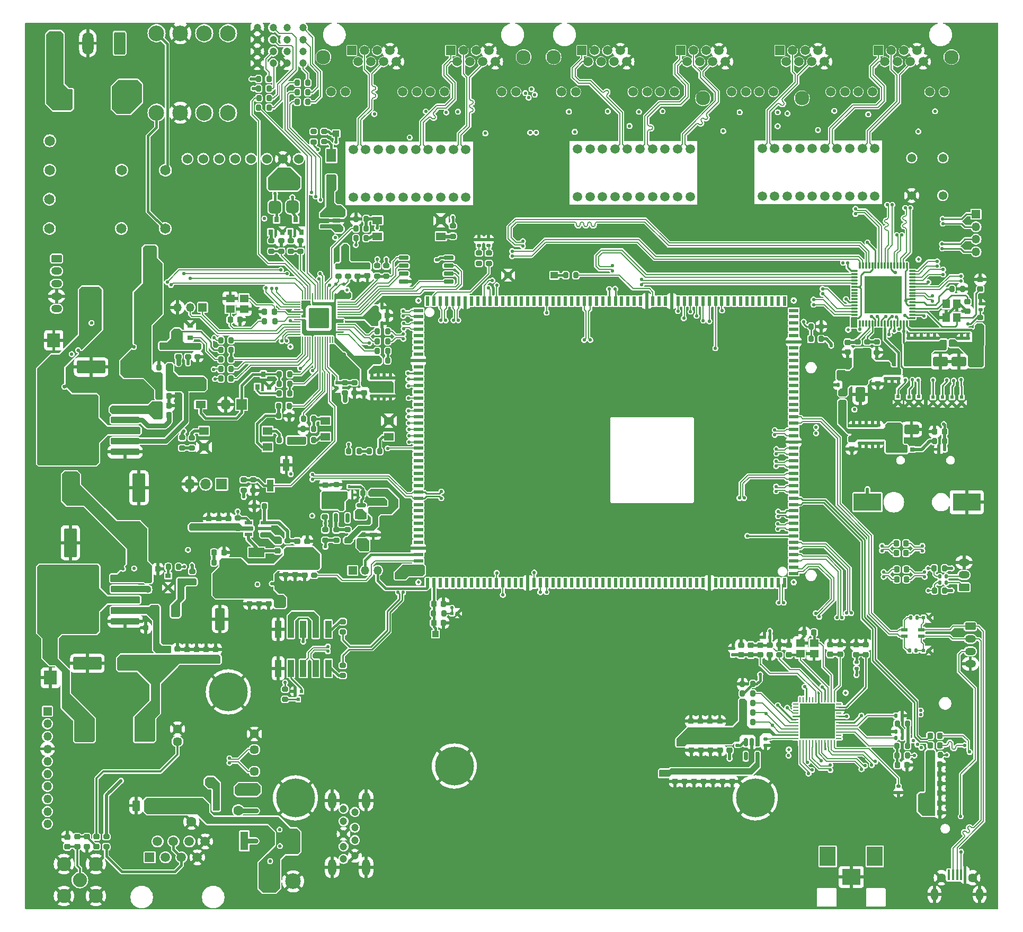
<source format=gtl>
G04 #@! TF.GenerationSoftware,KiCad,Pcbnew,8.0.0-rc1*
G04 #@! TF.CreationDate,2024-10-18T14:45:24+03:00*
G04 #@! TF.ProjectId,Movita_3568_XV_Router_V4.1,4d6f7669-7461-45f3-9335-36385f58565f,REV1*
G04 #@! TF.SameCoordinates,Original*
G04 #@! TF.FileFunction,Copper,L1,Top*
G04 #@! TF.FilePolarity,Positive*
%FSLAX46Y46*%
G04 Gerber Fmt 4.6, Leading zero omitted, Abs format (unit mm)*
G04 Created by KiCad (PCBNEW 8.0.0-rc1) date 2024-10-18 14:45:24*
%MOMM*%
%LPD*%
G01*
G04 APERTURE LIST*
G04 Aperture macros list*
%AMRoundRect*
0 Rectangle with rounded corners*
0 $1 Rounding radius*
0 $2 $3 $4 $5 $6 $7 $8 $9 X,Y pos of 4 corners*
0 Add a 4 corners polygon primitive as box body*
4,1,4,$2,$3,$4,$5,$6,$7,$8,$9,$2,$3,0*
0 Add four circle primitives for the rounded corners*
1,1,$1+$1,$2,$3*
1,1,$1+$1,$4,$5*
1,1,$1+$1,$6,$7*
1,1,$1+$1,$8,$9*
0 Add four rect primitives between the rounded corners*
20,1,$1+$1,$2,$3,$4,$5,0*
20,1,$1+$1,$4,$5,$6,$7,0*
20,1,$1+$1,$6,$7,$8,$9,0*
20,1,$1+$1,$8,$9,$2,$3,0*%
%AMFreePoly0*
4,1,12,-0.135000,0.500000,0.135000,0.500000,0.135000,-0.365000,0.124724,-0.416662,0.095459,-0.460459,0.051662,-0.489724,0.000000,-0.500000,-0.051662,-0.489724,-0.095459,-0.460459,-0.124724,-0.416662,-0.135000,-0.365000,-0.135000,0.500000,-0.135000,0.500000,$1*%
%AMFreePoly1*
4,1,5,3.000000,-3.000000,-3.000000,-3.000000,-3.000000,3.000000,3.000000,3.000000,3.000000,-3.000000,3.000000,-3.000000,$1*%
G04 Aperture macros list end*
G04 #@! TA.AperFunction,SMDPad,CuDef*
%ADD10RoundRect,0.200000X-0.200000X-0.275000X0.200000X-0.275000X0.200000X0.275000X-0.200000X0.275000X0*%
G04 #@! TD*
G04 #@! TA.AperFunction,SMDPad,CuDef*
%ADD11RoundRect,0.140000X0.170000X-0.140000X0.170000X0.140000X-0.170000X0.140000X-0.170000X-0.140000X0*%
G04 #@! TD*
G04 #@! TA.AperFunction,SMDPad,CuDef*
%ADD12RoundRect,0.200000X0.200000X0.275000X-0.200000X0.275000X-0.200000X-0.275000X0.200000X-0.275000X0*%
G04 #@! TD*
G04 #@! TA.AperFunction,SMDPad,CuDef*
%ADD13RoundRect,0.140000X-0.140000X-0.170000X0.140000X-0.170000X0.140000X0.170000X-0.140000X0.170000X0*%
G04 #@! TD*
G04 #@! TA.AperFunction,SMDPad,CuDef*
%ADD14RoundRect,0.135000X0.185000X-0.135000X0.185000X0.135000X-0.185000X0.135000X-0.185000X-0.135000X0*%
G04 #@! TD*
G04 #@! TA.AperFunction,SMDPad,CuDef*
%ADD15RoundRect,0.200000X0.275000X-0.200000X0.275000X0.200000X-0.275000X0.200000X-0.275000X-0.200000X0*%
G04 #@! TD*
G04 #@! TA.AperFunction,SMDPad,CuDef*
%ADD16C,0.500000*%
G04 #@! TD*
G04 #@! TA.AperFunction,ComponentPad*
%ADD17C,1.500000*%
G04 #@! TD*
G04 #@! TA.AperFunction,SMDPad,CuDef*
%ADD18R,1.000000X1.000000*%
G04 #@! TD*
G04 #@! TA.AperFunction,SMDPad,CuDef*
%ADD19RoundRect,0.225000X-0.250000X0.225000X-0.250000X-0.225000X0.250000X-0.225000X0.250000X0.225000X0*%
G04 #@! TD*
G04 #@! TA.AperFunction,SMDPad,CuDef*
%ADD20RoundRect,0.135000X0.135000X0.185000X-0.135000X0.185000X-0.135000X-0.185000X0.135000X-0.185000X0*%
G04 #@! TD*
G04 #@! TA.AperFunction,SMDPad,CuDef*
%ADD21RoundRect,0.140000X-0.170000X0.140000X-0.170000X-0.140000X0.170000X-0.140000X0.170000X0.140000X0*%
G04 #@! TD*
G04 #@! TA.AperFunction,SMDPad,CuDef*
%ADD22RoundRect,0.200000X-0.275000X0.200000X-0.275000X-0.200000X0.275000X-0.200000X0.275000X0.200000X0*%
G04 #@! TD*
G04 #@! TA.AperFunction,ComponentPad*
%ADD23C,1.381000*%
G04 #@! TD*
G04 #@! TA.AperFunction,SMDPad,CuDef*
%ADD24R,1.150000X1.650000*%
G04 #@! TD*
G04 #@! TA.AperFunction,SMDPad,CuDef*
%ADD25RoundRect,0.062500X0.062500X-0.375000X0.062500X0.375000X-0.062500X0.375000X-0.062500X-0.375000X0*%
G04 #@! TD*
G04 #@! TA.AperFunction,SMDPad,CuDef*
%ADD26RoundRect,0.062500X0.375000X-0.062500X0.375000X0.062500X-0.375000X0.062500X-0.375000X-0.062500X0*%
G04 #@! TD*
G04 #@! TA.AperFunction,SMDPad,CuDef*
%ADD27R,5.600000X5.600000*%
G04 #@! TD*
G04 #@! TA.AperFunction,SMDPad,CuDef*
%ADD28R,1.300000X3.000000*%
G04 #@! TD*
G04 #@! TA.AperFunction,SMDPad,CuDef*
%ADD29R,0.650000X0.700000*%
G04 #@! TD*
G04 #@! TA.AperFunction,SMDPad,CuDef*
%ADD30RoundRect,0.225000X-0.225000X-0.250000X0.225000X-0.250000X0.225000X0.250000X-0.225000X0.250000X0*%
G04 #@! TD*
G04 #@! TA.AperFunction,SMDPad,CuDef*
%ADD31RoundRect,0.135000X-0.135000X-0.185000X0.135000X-0.185000X0.135000X0.185000X-0.135000X0.185000X0*%
G04 #@! TD*
G04 #@! TA.AperFunction,SMDPad,CuDef*
%ADD32R,1.500000X0.600000*%
G04 #@! TD*
G04 #@! TA.AperFunction,SMDPad,CuDef*
%ADD33R,0.600000X1.500000*%
G04 #@! TD*
G04 #@! TA.AperFunction,SMDPad,CuDef*
%ADD34RoundRect,0.225000X0.250000X-0.225000X0.250000X0.225000X-0.250000X0.225000X-0.250000X-0.225000X0*%
G04 #@! TD*
G04 #@! TA.AperFunction,ComponentPad*
%ADD35C,1.200000*%
G04 #@! TD*
G04 #@! TA.AperFunction,SMDPad,CuDef*
%ADD36RoundRect,0.225000X0.225000X0.250000X-0.225000X0.250000X-0.225000X-0.250000X0.225000X-0.250000X0*%
G04 #@! TD*
G04 #@! TA.AperFunction,SMDPad,CuDef*
%ADD37R,1.000000X2.750000*%
G04 #@! TD*
G04 #@! TA.AperFunction,SMDPad,CuDef*
%ADD38R,0.800000X0.900000*%
G04 #@! TD*
G04 #@! TA.AperFunction,SMDPad,CuDef*
%ADD39R,0.900000X0.800000*%
G04 #@! TD*
G04 #@! TA.AperFunction,SMDPad,CuDef*
%ADD40R,0.600000X0.550000*%
G04 #@! TD*
G04 #@! TA.AperFunction,SMDPad,CuDef*
%ADD41RoundRect,0.135000X-0.185000X0.135000X-0.185000X-0.135000X0.185000X-0.135000X0.185000X0.135000X0*%
G04 #@! TD*
G04 #@! TA.AperFunction,SMDPad,CuDef*
%ADD42R,1.500000X1.250000*%
G04 #@! TD*
G04 #@! TA.AperFunction,ComponentPad*
%ADD43R,1.500000X1.500000*%
G04 #@! TD*
G04 #@! TA.AperFunction,ComponentPad*
%ADD44C,2.300000*%
G04 #@! TD*
G04 #@! TA.AperFunction,ComponentPad*
%ADD45RoundRect,0.250000X-0.625000X0.350000X-0.625000X-0.350000X0.625000X-0.350000X0.625000X0.350000X0*%
G04 #@! TD*
G04 #@! TA.AperFunction,ComponentPad*
%ADD46O,1.750000X1.200000*%
G04 #@! TD*
G04 #@! TA.AperFunction,ComponentPad*
%ADD47R,1.350000X1.350000*%
G04 #@! TD*
G04 #@! TA.AperFunction,ComponentPad*
%ADD48O,1.350000X1.350000*%
G04 #@! TD*
G04 #@! TA.AperFunction,ComponentPad*
%ADD49R,2.500000X3.100000*%
G04 #@! TD*
G04 #@! TA.AperFunction,ComponentPad*
%ADD50R,3.000000X2.500000*%
G04 #@! TD*
G04 #@! TA.AperFunction,SMDPad,CuDef*
%ADD51RoundRect,0.140000X0.140000X0.170000X-0.140000X0.170000X-0.140000X-0.170000X0.140000X-0.170000X0*%
G04 #@! TD*
G04 #@! TA.AperFunction,SMDPad,CuDef*
%ADD52R,0.550000X0.600000*%
G04 #@! TD*
G04 #@! TA.AperFunction,SMDPad,CuDef*
%ADD53RoundRect,0.218750X0.256250X-0.218750X0.256250X0.218750X-0.256250X0.218750X-0.256250X-0.218750X0*%
G04 #@! TD*
G04 #@! TA.AperFunction,SMDPad,CuDef*
%ADD54RoundRect,0.050000X-0.050000X0.425000X-0.050000X-0.425000X0.050000X-0.425000X0.050000X0.425000X0*%
G04 #@! TD*
G04 #@! TA.AperFunction,SMDPad,CuDef*
%ADD55RoundRect,0.050000X-0.425000X0.050000X-0.425000X-0.050000X0.425000X-0.050000X0.425000X0.050000X0*%
G04 #@! TD*
G04 #@! TA.AperFunction,ComponentPad*
%ADD56C,0.600000*%
G04 #@! TD*
G04 #@! TA.AperFunction,SMDPad,CuDef*
%ADD57RoundRect,0.144000X-1.456000X1.456000X-1.456000X-1.456000X1.456000X-1.456000X1.456000X1.456000X0*%
G04 #@! TD*
G04 #@! TA.AperFunction,ComponentPad*
%ADD58C,0.900000*%
G04 #@! TD*
G04 #@! TA.AperFunction,ComponentPad*
%ADD59C,6.200000*%
G04 #@! TD*
G04 #@! TA.AperFunction,SMDPad,CuDef*
%ADD60RoundRect,0.500000X0.500000X-0.500000X0.500000X0.500000X-0.500000X0.500000X-0.500000X-0.500000X0*%
G04 #@! TD*
G04 #@! TA.AperFunction,SMDPad,CuDef*
%ADD61RoundRect,0.500000X-0.500000X0.500000X-0.500000X-0.500000X0.500000X-0.500000X0.500000X0.500000X0*%
G04 #@! TD*
G04 #@! TA.AperFunction,SMDPad,CuDef*
%ADD62R,2.170000X1.120000*%
G04 #@! TD*
G04 #@! TA.AperFunction,SMDPad,CuDef*
%ADD63R,0.850000X0.850000*%
G04 #@! TD*
G04 #@! TA.AperFunction,ComponentPad*
%ADD64C,1.650000*%
G04 #@! TD*
G04 #@! TA.AperFunction,SMDPad,CuDef*
%ADD65FreePoly0,0.000000*%
G04 #@! TD*
G04 #@! TA.AperFunction,SMDPad,CuDef*
%ADD66FreePoly0,90.000000*%
G04 #@! TD*
G04 #@! TA.AperFunction,SMDPad,CuDef*
%ADD67FreePoly0,180.000000*%
G04 #@! TD*
G04 #@! TA.AperFunction,SMDPad,CuDef*
%ADD68FreePoly0,270.000000*%
G04 #@! TD*
G04 #@! TA.AperFunction,ComponentPad*
%ADD69C,0.800000*%
G04 #@! TD*
G04 #@! TA.AperFunction,SMDPad,CuDef*
%ADD70FreePoly1,0.000000*%
G04 #@! TD*
G04 #@! TA.AperFunction,SMDPad,CuDef*
%ADD71R,1.200000X1.400000*%
G04 #@! TD*
G04 #@! TA.AperFunction,ComponentPad*
%ADD72R,1.700000X1.700000*%
G04 #@! TD*
G04 #@! TA.AperFunction,ComponentPad*
%ADD73O,1.700000X1.700000*%
G04 #@! TD*
G04 #@! TA.AperFunction,SMDPad,CuDef*
%ADD74RoundRect,0.250001X0.799999X-2.049999X0.799999X2.049999X-0.799999X2.049999X-0.799999X-2.049999X0*%
G04 #@! TD*
G04 #@! TA.AperFunction,ComponentPad*
%ADD75C,2.250000*%
G04 #@! TD*
G04 #@! TA.AperFunction,SMDPad,CuDef*
%ADD76RoundRect,0.250001X1.999999X0.799999X-1.999999X0.799999X-1.999999X-0.799999X1.999999X-0.799999X0*%
G04 #@! TD*
G04 #@! TA.AperFunction,SMDPad,CuDef*
%ADD77R,0.400000X1.745000*%
G04 #@! TD*
G04 #@! TA.AperFunction,ComponentPad*
%ADD78O,1.200000X1.900000*%
G04 #@! TD*
G04 #@! TA.AperFunction,ComponentPad*
%ADD79C,1.450000*%
G04 #@! TD*
G04 #@! TA.AperFunction,ComponentPad*
%ADD80RoundRect,0.250000X0.625000X-0.350000X0.625000X0.350000X-0.625000X0.350000X-0.625000X-0.350000X0*%
G04 #@! TD*
G04 #@! TA.AperFunction,SMDPad,CuDef*
%ADD81RoundRect,0.250001X-0.799999X2.049999X-0.799999X-2.049999X0.799999X-2.049999X0.799999X2.049999X0*%
G04 #@! TD*
G04 #@! TA.AperFunction,SMDPad,CuDef*
%ADD82R,1.400000X1.200000*%
G04 #@! TD*
G04 #@! TA.AperFunction,SMDPad,CuDef*
%ADD83R,1.200000X1.000000*%
G04 #@! TD*
G04 #@! TA.AperFunction,ComponentPad*
%ADD84RoundRect,0.250000X0.650000X1.550000X-0.650000X1.550000X-0.650000X-1.550000X0.650000X-1.550000X0*%
G04 #@! TD*
G04 #@! TA.AperFunction,ComponentPad*
%ADD85O,1.800000X3.600000*%
G04 #@! TD*
G04 #@! TA.AperFunction,SMDPad,CuDef*
%ADD86RoundRect,0.250001X-0.924999X-0.499999X0.924999X-0.499999X0.924999X0.499999X-0.924999X0.499999X0*%
G04 #@! TD*
G04 #@! TA.AperFunction,SMDPad,CuDef*
%ADD87RoundRect,0.250000X-0.550000X1.500000X-0.550000X-1.500000X0.550000X-1.500000X0.550000X1.500000X0*%
G04 #@! TD*
G04 #@! TA.AperFunction,SMDPad,CuDef*
%ADD88RoundRect,0.250000X2.050000X0.300000X-2.050000X0.300000X-2.050000X-0.300000X2.050000X-0.300000X0*%
G04 #@! TD*
G04 #@! TA.AperFunction,SMDPad,CuDef*
%ADD89RoundRect,0.250000X2.025000X2.375000X-2.025000X2.375000X-2.025000X-2.375000X2.025000X-2.375000X0*%
G04 #@! TD*
G04 #@! TA.AperFunction,SMDPad,CuDef*
%ADD90RoundRect,0.250002X4.449998X5.149998X-4.449998X5.149998X-4.449998X-5.149998X4.449998X-5.149998X0*%
G04 #@! TD*
G04 #@! TA.AperFunction,SMDPad,CuDef*
%ADD91R,0.400000X0.510000*%
G04 #@! TD*
G04 #@! TA.AperFunction,ComponentPad*
%ADD92RoundRect,0.250000X-0.350000X-0.625000X0.350000X-0.625000X0.350000X0.625000X-0.350000X0.625000X0*%
G04 #@! TD*
G04 #@! TA.AperFunction,ComponentPad*
%ADD93O,1.200000X1.750000*%
G04 #@! TD*
G04 #@! TA.AperFunction,ComponentPad*
%ADD94C,2.500000*%
G04 #@! TD*
G04 #@! TA.AperFunction,SMDPad,CuDef*
%ADD95RoundRect,0.150000X-0.587500X-0.150000X0.587500X-0.150000X0.587500X0.150000X-0.587500X0.150000X0*%
G04 #@! TD*
G04 #@! TA.AperFunction,SMDPad,CuDef*
%ADD96RoundRect,0.147500X-0.172500X0.147500X-0.172500X-0.147500X0.172500X-0.147500X0.172500X0.147500X0*%
G04 #@! TD*
G04 #@! TA.AperFunction,SMDPad,CuDef*
%ADD97R,1.050000X0.600000*%
G04 #@! TD*
G04 #@! TA.AperFunction,SMDPad,CuDef*
%ADD98RoundRect,0.150000X-0.150000X0.512500X-0.150000X-0.512500X0.150000X-0.512500X0.150000X0.512500X0*%
G04 #@! TD*
G04 #@! TA.AperFunction,SMDPad,CuDef*
%ADD99R,3.000000X3.500000*%
G04 #@! TD*
G04 #@! TA.AperFunction,SMDPad,CuDef*
%ADD100RoundRect,0.150000X-0.650000X-0.150000X0.650000X-0.150000X0.650000X0.150000X-0.650000X0.150000X0*%
G04 #@! TD*
G04 #@! TA.AperFunction,SMDPad,CuDef*
%ADD101RoundRect,0.218750X0.218750X0.256250X-0.218750X0.256250X-0.218750X-0.256250X0.218750X-0.256250X0*%
G04 #@! TD*
G04 #@! TA.AperFunction,SMDPad,CuDef*
%ADD102RoundRect,0.218750X-0.256250X0.218750X-0.256250X-0.218750X0.256250X-0.218750X0.256250X0.218750X0*%
G04 #@! TD*
G04 #@! TA.AperFunction,SMDPad,CuDef*
%ADD103RoundRect,0.250001X0.924999X0.499999X-0.924999X0.499999X-0.924999X-0.499999X0.924999X-0.499999X0*%
G04 #@! TD*
G04 #@! TA.AperFunction,SMDPad,CuDef*
%ADD104R,2.500000X1.500000*%
G04 #@! TD*
G04 #@! TA.AperFunction,SMDPad,CuDef*
%ADD105R,1.200000X0.600000*%
G04 #@! TD*
G04 #@! TA.AperFunction,SMDPad,CuDef*
%ADD106RoundRect,0.500000X0.200000X0.150000X-0.200000X0.150000X-0.200000X-0.150000X0.200000X-0.150000X0*%
G04 #@! TD*
G04 #@! TA.AperFunction,SMDPad,CuDef*
%ADD107R,1.000000X1.900000*%
G04 #@! TD*
G04 #@! TA.AperFunction,SMDPad,CuDef*
%ADD108RoundRect,0.250001X-0.499999X0.924999X-0.499999X-0.924999X0.499999X-0.924999X0.499999X0.924999X0*%
G04 #@! TD*
G04 #@! TA.AperFunction,SMDPad,CuDef*
%ADD109R,2.050000X2.250000*%
G04 #@! TD*
G04 #@! TA.AperFunction,SMDPad,CuDef*
%ADD110R,1.500000X2.120000*%
G04 #@! TD*
G04 #@! TA.AperFunction,SMDPad,CuDef*
%ADD111R,4.400000X2.800000*%
G04 #@! TD*
G04 #@! TA.AperFunction,SMDPad,CuDef*
%ADD112R,0.500000X0.600000*%
G04 #@! TD*
G04 #@! TA.AperFunction,SMDPad,CuDef*
%ADD113R,1.650000X1.150000*%
G04 #@! TD*
G04 #@! TA.AperFunction,SMDPad,CuDef*
%ADD114RoundRect,0.150000X0.150000X-0.587500X0.150000X0.587500X-0.150000X0.587500X-0.150000X-0.587500X0*%
G04 #@! TD*
G04 #@! TA.AperFunction,ComponentPad*
%ADD115O,3.200000X2.000000*%
G04 #@! TD*
G04 #@! TA.AperFunction,ComponentPad*
%ADD116O,1.300000X2.600000*%
G04 #@! TD*
G04 #@! TA.AperFunction,ComponentPad*
%ADD117C,1.600000*%
G04 #@! TD*
G04 #@! TA.AperFunction,ComponentPad*
%ADD118C,1.524000*%
G04 #@! TD*
G04 #@! TA.AperFunction,ViaPad*
%ADD119C,0.550000*%
G04 #@! TD*
G04 #@! TA.AperFunction,ViaPad*
%ADD120C,0.400000*%
G04 #@! TD*
G04 #@! TA.AperFunction,Conductor*
%ADD121C,0.200000*%
G04 #@! TD*
G04 #@! TA.AperFunction,Conductor*
%ADD122C,0.508000*%
G04 #@! TD*
G04 #@! TA.AperFunction,Conductor*
%ADD123C,0.381000*%
G04 #@! TD*
G04 #@! TA.AperFunction,Conductor*
%ADD124C,0.300000*%
G04 #@! TD*
G04 #@! TA.AperFunction,Conductor*
%ADD125C,0.762000*%
G04 #@! TD*
G04 #@! TA.AperFunction,Conductor*
%ADD126C,0.768000*%
G04 #@! TD*
G04 #@! TA.AperFunction,Conductor*
%ADD127C,0.800000*%
G04 #@! TD*
G04 #@! TA.AperFunction,Conductor*
%ADD128C,1.000000*%
G04 #@! TD*
G04 #@! TA.AperFunction,Conductor*
%ADD129C,0.254000*%
G04 #@! TD*
G04 #@! TA.AperFunction,Conductor*
%ADD130C,0.500000*%
G04 #@! TD*
G04 #@! TA.AperFunction,Conductor*
%ADD131C,0.218400*%
G04 #@! TD*
G04 #@! TA.AperFunction,Conductor*
%ADD132C,0.177000*%
G04 #@! TD*
G04 #@! TA.AperFunction,Conductor*
%ADD133C,0.581000*%
G04 #@! TD*
G04 APERTURE END LIST*
D10*
X192485000Y-142700000D03*
X194135000Y-142700000D03*
D11*
X192170000Y-77110000D03*
X192170000Y-76150000D03*
X182270000Y-91040000D03*
X182270000Y-90080000D03*
D12*
X105815000Y-78165000D03*
X104165000Y-78165000D03*
D13*
X103930000Y-71270000D03*
X104890000Y-71270000D03*
D14*
X166230000Y-141160000D03*
X166230000Y-140140000D03*
D13*
X103940000Y-73770000D03*
X104900000Y-73770000D03*
D15*
X88790000Y-62225711D03*
X88790000Y-60575711D03*
D16*
X190640000Y-63540000D03*
D12*
X194845000Y-92590000D03*
X193195000Y-92590000D03*
D15*
X89440000Y-133825000D03*
X89440000Y-132175000D03*
D17*
X100300000Y-53650000D03*
X102300000Y-53650000D03*
X104300000Y-53650000D03*
X106300000Y-53650000D03*
X108300000Y-53650000D03*
X110300000Y-53650000D03*
X112300000Y-53650000D03*
X114300000Y-53650000D03*
X116300000Y-53650000D03*
X118300000Y-53650000D03*
X118300000Y-46030000D03*
X116300000Y-46030000D03*
X114300000Y-46030000D03*
X112300000Y-46030000D03*
X110300000Y-46030000D03*
X108300000Y-46030000D03*
X106300000Y-46030000D03*
X104300000Y-46030000D03*
X102300000Y-46030000D03*
X100300000Y-46030000D03*
D18*
X65140000Y-37720000D03*
D19*
X86770000Y-116975000D03*
X86770000Y-118525000D03*
D20*
X188020000Y-136400000D03*
X187000000Y-136400000D03*
D21*
X184270000Y-91970000D03*
X184270000Y-92930000D03*
D10*
X88410000Y-86940000D03*
X90060000Y-86940000D03*
D15*
X91870000Y-62225000D03*
X91870000Y-60575000D03*
D22*
X84340000Y-98760000D03*
X84340000Y-100410000D03*
D23*
X189540000Y-53340000D03*
X194540000Y-53340000D03*
D12*
X72395000Y-112670000D03*
X70745000Y-112670000D03*
D19*
X70670000Y-125800000D03*
X70670000Y-127350000D03*
D24*
X68577500Y-119695000D03*
X71877500Y-119695000D03*
D16*
X179410000Y-74780000D03*
D18*
X67890000Y-62480000D03*
D10*
X193195000Y-116450000D03*
X194845000Y-116450000D03*
D25*
X171712500Y-140727500D03*
X172212500Y-140727500D03*
X172712500Y-140727500D03*
X173212500Y-140727500D03*
X173712500Y-140727500D03*
X174212500Y-140727500D03*
X174712500Y-140727500D03*
X175212500Y-140727500D03*
X175712500Y-140727500D03*
X176212500Y-140727500D03*
X176712500Y-140727500D03*
X177212500Y-140727500D03*
D26*
X177900000Y-140040000D03*
X177900000Y-139540000D03*
X177900000Y-139040000D03*
X177900000Y-138540000D03*
X177900000Y-138040000D03*
X177900000Y-137540000D03*
X177900000Y-137040000D03*
X177900000Y-136540000D03*
X177900000Y-136040000D03*
X177900000Y-135540000D03*
X177900000Y-135040000D03*
X177900000Y-134540000D03*
D25*
X177212500Y-133852500D03*
X176712500Y-133852500D03*
X176212500Y-133852500D03*
X175712500Y-133852500D03*
X175212500Y-133852500D03*
X174712500Y-133852500D03*
X174212500Y-133852500D03*
X173712500Y-133852500D03*
X173212500Y-133852500D03*
X172712500Y-133852500D03*
X172212500Y-133852500D03*
X171712500Y-133852500D03*
D26*
X171025000Y-134540000D03*
X171025000Y-135040000D03*
X171025000Y-135540000D03*
X171025000Y-136040000D03*
X171025000Y-136540000D03*
X171025000Y-137040000D03*
X171025000Y-137540000D03*
X171025000Y-138040000D03*
X171025000Y-138540000D03*
X171025000Y-139040000D03*
X171025000Y-139540000D03*
X171025000Y-140040000D03*
D27*
X174462500Y-137290000D03*
D19*
X72210000Y-125800000D03*
X72210000Y-127350000D03*
D28*
X82915000Y-156430000D03*
X90715000Y-156430000D03*
D29*
X195975000Y-76790000D03*
X194625000Y-76790000D03*
D30*
X113175000Y-121580000D03*
X114725000Y-121580000D03*
D31*
X189400000Y-120790000D03*
X190420000Y-120790000D03*
D18*
X68590000Y-131080000D03*
D32*
X170710000Y-113700000D03*
X170710000Y-112700000D03*
X170710000Y-111700000D03*
X170710000Y-110700000D03*
X170710000Y-109700000D03*
X170710000Y-108700000D03*
X170710000Y-107700000D03*
X170710000Y-106700000D03*
X170710000Y-105700000D03*
X170710000Y-104700000D03*
X170710000Y-103700000D03*
X170710000Y-102700000D03*
X170710000Y-101700000D03*
X170710000Y-100700000D03*
X170710000Y-99700000D03*
X170710000Y-98700000D03*
X170710000Y-97700000D03*
X170710000Y-96700000D03*
X170710000Y-95700000D03*
X170710000Y-94700000D03*
X170710000Y-93700000D03*
X170710000Y-92700000D03*
X170710000Y-91700000D03*
X170710000Y-90700000D03*
X170710000Y-89700000D03*
X170710000Y-88700000D03*
X170710000Y-87700000D03*
X170710000Y-86700000D03*
X170710000Y-85700000D03*
X170710000Y-84700000D03*
X170710000Y-83700000D03*
X170710000Y-82700000D03*
X170710000Y-81700000D03*
X170710000Y-80700000D03*
X170710000Y-79700000D03*
X170710000Y-78700000D03*
X170710000Y-77700000D03*
X170710000Y-76700000D03*
X170710000Y-75700000D03*
X170710000Y-74700000D03*
X170710000Y-73700000D03*
X170710000Y-72700000D03*
X170710000Y-71700000D03*
D33*
X169210000Y-70200000D03*
X168210000Y-70200000D03*
X167210000Y-70200000D03*
X166210000Y-70200000D03*
X165210000Y-70200000D03*
X164210000Y-70200000D03*
X163210000Y-70200000D03*
X162210000Y-70200000D03*
X161210000Y-70200000D03*
X160210000Y-70200000D03*
X159210000Y-70200000D03*
X158210000Y-70200000D03*
X157210000Y-70200000D03*
X156210000Y-70200000D03*
X155210000Y-70200000D03*
X154210000Y-70200000D03*
X153210000Y-70200000D03*
X152210000Y-70200000D03*
X151210000Y-70200000D03*
X150210000Y-70200000D03*
X149210000Y-70200000D03*
X148210000Y-70200000D03*
X147210000Y-70200000D03*
X146210000Y-70200000D03*
X145210000Y-70200000D03*
X144210000Y-70200000D03*
X143210000Y-70200000D03*
X142210000Y-70200000D03*
X141210000Y-70200000D03*
X140210000Y-70200000D03*
X139210000Y-70200000D03*
X138210000Y-70200000D03*
X137210000Y-70200000D03*
X136210000Y-70200000D03*
X135210000Y-70200000D03*
X134210000Y-70200000D03*
X133210000Y-70200000D03*
X132210000Y-70200000D03*
X131210000Y-70200000D03*
X130210000Y-70200000D03*
X129210000Y-70200000D03*
X128210000Y-70200000D03*
X127210000Y-70200000D03*
X126210000Y-70200000D03*
X125210000Y-70200000D03*
X124210000Y-70200000D03*
X123210000Y-70200000D03*
X122210000Y-70200000D03*
X121210000Y-70200000D03*
X120210000Y-70200000D03*
X119210000Y-70200000D03*
X118210000Y-70200000D03*
X117210000Y-70200000D03*
X116210000Y-70200000D03*
X115210000Y-70200000D03*
X114210000Y-70200000D03*
X113210000Y-70200000D03*
X112210000Y-70200000D03*
D32*
X110710000Y-71700000D03*
X110710000Y-72700000D03*
X110710000Y-73700000D03*
X110710000Y-74700000D03*
X110710000Y-75700000D03*
X110710000Y-76700000D03*
X110710000Y-77700000D03*
X110710000Y-78700000D03*
X110710000Y-79700000D03*
X110710000Y-80700000D03*
X110710000Y-81700000D03*
X110710000Y-82700000D03*
X110710000Y-83700000D03*
X110710000Y-84700000D03*
X110710000Y-85700000D03*
X110710000Y-86700000D03*
X110710000Y-87700000D03*
X110710000Y-88700000D03*
X110710000Y-89700000D03*
X110710000Y-90700000D03*
X110710000Y-91700000D03*
X110710000Y-92700000D03*
X110710000Y-93700000D03*
X110710000Y-94700000D03*
X110710000Y-95700000D03*
X110710000Y-96700000D03*
X110710000Y-97700000D03*
X110710000Y-98700000D03*
X110710000Y-99700000D03*
X110710000Y-100700000D03*
X110710000Y-101700000D03*
X110710000Y-102700000D03*
X110710000Y-103700000D03*
X110710000Y-104700000D03*
X110710000Y-105700000D03*
X110710000Y-106700000D03*
X110710000Y-107700000D03*
X110710000Y-108700000D03*
X110710000Y-109700000D03*
X110710000Y-110700000D03*
X110710000Y-111700000D03*
X110710000Y-112700000D03*
X110710000Y-113700000D03*
D33*
X112210000Y-115200000D03*
X113210000Y-115200000D03*
X114210000Y-115200000D03*
X115210000Y-115200000D03*
X116210000Y-115200000D03*
X117210000Y-115200000D03*
X118210000Y-115200000D03*
X119210000Y-115200000D03*
X120210000Y-115200000D03*
X121210000Y-115200000D03*
X122210000Y-115200000D03*
X123210000Y-115200000D03*
X124210000Y-115200000D03*
X125210000Y-115200000D03*
X126210000Y-115200000D03*
X127210000Y-115200000D03*
X128210000Y-115200000D03*
X129210000Y-115200000D03*
X130210000Y-115200000D03*
X131210000Y-115200000D03*
X132210000Y-115200000D03*
X133210000Y-115200000D03*
X134210000Y-115200000D03*
X135210000Y-115200000D03*
X136210000Y-115200000D03*
X137210000Y-115200000D03*
X138210000Y-115200000D03*
X139210000Y-115200000D03*
X140210000Y-115200000D03*
X141210000Y-115200000D03*
X142210000Y-115200000D03*
X143210000Y-115200000D03*
X144210000Y-115200000D03*
X145210000Y-115200000D03*
X146210000Y-115200000D03*
X147210000Y-115200000D03*
X148210000Y-115200000D03*
X149210000Y-115200000D03*
X150210000Y-115200000D03*
X151210000Y-115200000D03*
X152210000Y-115200000D03*
X153210000Y-115200000D03*
X154210000Y-115200000D03*
X155210000Y-115200000D03*
X156210000Y-115200000D03*
X157210000Y-115200000D03*
X158210000Y-115200000D03*
X159210000Y-115200000D03*
X160210000Y-115200000D03*
X161210000Y-115200000D03*
X162210000Y-115200000D03*
X163210000Y-115200000D03*
X164210000Y-115200000D03*
X165210000Y-115200000D03*
X166210000Y-115200000D03*
X167210000Y-115200000D03*
X168210000Y-115200000D03*
X169210000Y-115200000D03*
D10*
X85195000Y-36270000D03*
X86845000Y-36270000D03*
X85225000Y-37820000D03*
X86875000Y-37820000D03*
D15*
X120410000Y-64175000D03*
X120410000Y-62525000D03*
D30*
X104220000Y-72520000D03*
X105770000Y-72520000D03*
D34*
X73750000Y-127380000D03*
X73750000Y-125830000D03*
D19*
X184120000Y-81855000D03*
X184120000Y-83405000D03*
D35*
X89710000Y-26540000D03*
X92250000Y-26540000D03*
X89710000Y-28440000D03*
X92250000Y-28440000D03*
X89710000Y-30340000D03*
X92250000Y-30340000D03*
X89710000Y-32240000D03*
X92250000Y-32240000D03*
D15*
X104110000Y-66230000D03*
X104110000Y-64580000D03*
D23*
X189570000Y-47350000D03*
X194570000Y-47350000D03*
D36*
X70870000Y-82330000D03*
X69320000Y-82330000D03*
D19*
X154780000Y-145350000D03*
X154780000Y-146900000D03*
D16*
X179010000Y-132760000D03*
D37*
X88330000Y-122605000D03*
X88330000Y-128855000D03*
X90330000Y-122605000D03*
X90330000Y-128855000D03*
X92330000Y-122605000D03*
X92330000Y-128855000D03*
X94330000Y-122605000D03*
X94330000Y-128855000D03*
X96330000Y-122605000D03*
X96330000Y-128855000D03*
D34*
X169960000Y-126680000D03*
X169960000Y-125130000D03*
D15*
X97620000Y-108400000D03*
X97620000Y-106750000D03*
D38*
X87100000Y-59215711D03*
X89000000Y-59215711D03*
X88050000Y-57215711D03*
D10*
X99585000Y-94190000D03*
X101235000Y-94190000D03*
D11*
X189060000Y-77130000D03*
X189060000Y-76170000D03*
D35*
X84970000Y-26540000D03*
X87510000Y-26540000D03*
X84970000Y-28440000D03*
X87510000Y-28440000D03*
X84970000Y-30340000D03*
X87510000Y-30340000D03*
X84970000Y-32240000D03*
X87510000Y-32240000D03*
D39*
X70735000Y-114060000D03*
X70735000Y-115960000D03*
X72735000Y-115010000D03*
D40*
X192940000Y-85552500D03*
X192940000Y-86402500D03*
D22*
X105605000Y-64580000D03*
X105605000Y-66230000D03*
D34*
X91015000Y-113942500D03*
X91015000Y-112392500D03*
D19*
X151730000Y-145350000D03*
X151730000Y-146900000D03*
X157820000Y-145350000D03*
X157820000Y-146900000D03*
D30*
X192535000Y-141170000D03*
X194085000Y-141170000D03*
D34*
X67520000Y-116265000D03*
X67520000Y-114715000D03*
D22*
X200530000Y-72845000D03*
X200530000Y-74495000D03*
D12*
X105815000Y-76615000D03*
X104165000Y-76615000D03*
D41*
X161010000Y-125680000D03*
X161010000Y-126700000D03*
D34*
X165380000Y-126685000D03*
X165380000Y-125135000D03*
D22*
X100512500Y-83245000D03*
X100512500Y-84895000D03*
D42*
X76450000Y-90960000D03*
X76450000Y-93500000D03*
X86610000Y-93500000D03*
X86610000Y-90960000D03*
D19*
X157360000Y-140405000D03*
X157360000Y-141955000D03*
D34*
X75290000Y-127385000D03*
X75290000Y-125835000D03*
D11*
X184260000Y-91030000D03*
X184260000Y-90070000D03*
D43*
X100070000Y-30210000D03*
X115870000Y-30210000D03*
D17*
X101090000Y-31990000D03*
X116890000Y-31990000D03*
X102110000Y-30210000D03*
X117910000Y-30210000D03*
X103130000Y-31990000D03*
X118930000Y-31990000D03*
X104150000Y-30210000D03*
X119950000Y-30210000D03*
X105170000Y-31990000D03*
X120970000Y-31990000D03*
X106190000Y-30210000D03*
X121990000Y-30210000D03*
X107210000Y-31990000D03*
X123010000Y-31990000D03*
X99080000Y-36800000D03*
X96790000Y-36800000D03*
X110510000Y-36800000D03*
X108220000Y-36800000D03*
X114890000Y-36800000D03*
X112600000Y-36800000D03*
X126320000Y-36800000D03*
X124030000Y-36800000D03*
D44*
X127540000Y-31230000D03*
X95540000Y-31230000D03*
D16*
X169910000Y-141840000D03*
D19*
X101050000Y-64660000D03*
X101050000Y-66210000D03*
D45*
X198930000Y-122160000D03*
D46*
X198930000Y-124160000D03*
X198930000Y-126160000D03*
X198930000Y-128160000D03*
D11*
X183270000Y-91040000D03*
X183270000Y-90080000D03*
D47*
X51440000Y-135720000D03*
D48*
X51440000Y-137720000D03*
X51440000Y-139720000D03*
X51440000Y-141720000D03*
X51440000Y-143720000D03*
X51440000Y-145720000D03*
X51440000Y-147720000D03*
X51440000Y-149720000D03*
X51440000Y-151720000D03*
X51440000Y-153720000D03*
D10*
X91385000Y-36870000D03*
X93035000Y-36870000D03*
D18*
X113470000Y-123380000D03*
D12*
X90145000Y-83460000D03*
X88495000Y-83460000D03*
D16*
X110710000Y-70100000D03*
D40*
X97742500Y-83247500D03*
X97742500Y-84097500D03*
D36*
X188675000Y-108900000D03*
X187125000Y-108900000D03*
D49*
X176150000Y-158890000D03*
X183650000Y-158890000D03*
D50*
X179900000Y-162190000D03*
D51*
X178770000Y-83570000D03*
X177810000Y-83570000D03*
D11*
X197530000Y-77120000D03*
X197530000Y-76160000D03*
D12*
X70905000Y-80780000D03*
X69255000Y-80780000D03*
D21*
X103310000Y-84385000D03*
X103310000Y-85345000D03*
D52*
X166910000Y-123880000D03*
X166060000Y-123880000D03*
D20*
X195050000Y-114160000D03*
X194030000Y-114160000D03*
D36*
X70840000Y-88440000D03*
X69290000Y-88440000D03*
D15*
X121970000Y-64195000D03*
X121970000Y-62545000D03*
D19*
X91380000Y-108560000D03*
X91380000Y-110110000D03*
D22*
X168430000Y-125080000D03*
X168430000Y-126730000D03*
D16*
X170710000Y-70100000D03*
D53*
X160450000Y-141962500D03*
X160450000Y-140387500D03*
D10*
X101825000Y-100885000D03*
X103475000Y-100885000D03*
D52*
X191392500Y-126010000D03*
X192242500Y-126010000D03*
D21*
X182270000Y-91980000D03*
X182270000Y-92940000D03*
D54*
X97420000Y-69485500D03*
X97020000Y-69485500D03*
X96620000Y-69485500D03*
X96220000Y-69485500D03*
X95820000Y-69485500D03*
X95420000Y-69485500D03*
X95020000Y-69485500D03*
X94620000Y-69485500D03*
X94220000Y-69485500D03*
X93820000Y-69485500D03*
X93420000Y-69485500D03*
X93020000Y-69485500D03*
X92620000Y-69485500D03*
X92220000Y-69485500D03*
D55*
X91345500Y-70360000D03*
X91345500Y-70760000D03*
X91345500Y-71160000D03*
X91345500Y-71560000D03*
X91345500Y-71960000D03*
X91345500Y-72360000D03*
X91345500Y-72760000D03*
X91345500Y-73160000D03*
X91345500Y-73560000D03*
X91345500Y-73960000D03*
X91345500Y-74360000D03*
X91345500Y-74760000D03*
X91345500Y-75160000D03*
X91345500Y-75560000D03*
D54*
X92220000Y-76434500D03*
X92620000Y-76434500D03*
X93020000Y-76434500D03*
X93420000Y-76434500D03*
X93820000Y-76434500D03*
X94220000Y-76434500D03*
X94620000Y-76434500D03*
X95020000Y-76434500D03*
X95420000Y-76434500D03*
X95820000Y-76434500D03*
X96220000Y-76434500D03*
X96620000Y-76434500D03*
X97020000Y-76434500D03*
X97420000Y-76434500D03*
D55*
X98294500Y-75560000D03*
X98294500Y-75160000D03*
X98294500Y-74760000D03*
X98294500Y-74360000D03*
X98294500Y-73960000D03*
X98294500Y-73560000D03*
X98294500Y-73160000D03*
X98294500Y-72760000D03*
X98294500Y-72360000D03*
X98294500Y-71960000D03*
X98294500Y-71560000D03*
X98294500Y-71160000D03*
X98294500Y-70760000D03*
X98294500Y-70360000D03*
D56*
X96095000Y-71685000D03*
X94820000Y-71685000D03*
X93545000Y-71685000D03*
X96095000Y-72960000D03*
X94820000Y-72960000D03*
D57*
X94820000Y-72960000D03*
D56*
X93545000Y-72960000D03*
X96095000Y-74235000D03*
X94820000Y-74235000D03*
X93545000Y-74235000D03*
D58*
X161970000Y-149550000D03*
X162720000Y-147700000D03*
X162720000Y-151400000D03*
X164570000Y-146950000D03*
D59*
X164570000Y-149550000D03*
D58*
X164570000Y-152150000D03*
X166420000Y-147700000D03*
X166420000Y-151400000D03*
X167170000Y-149550000D03*
D18*
X107680000Y-114020000D03*
D15*
X95860000Y-108400000D03*
X95860000Y-106750000D03*
D18*
X200180000Y-76790000D03*
D30*
X192525000Y-145740000D03*
X194075000Y-145740000D03*
D60*
X87800000Y-51200000D03*
D61*
X87800000Y-55200000D03*
D22*
X72950000Y-92015000D03*
X72950000Y-93665000D03*
D62*
X75730000Y-151000000D03*
D63*
X78410000Y-151000000D03*
D36*
X173935000Y-123170000D03*
X172385000Y-123170000D03*
D15*
X95800000Y-104670000D03*
X95800000Y-103020000D03*
D10*
X193155000Y-112880000D03*
X194805000Y-112880000D03*
D16*
X170710000Y-115100000D03*
D18*
X97560000Y-43460000D03*
D10*
X104145000Y-79685000D03*
X105795000Y-79685000D03*
X85185000Y-34730000D03*
X86835000Y-34730000D03*
D64*
X51800000Y-44610000D03*
X51800000Y-49310000D03*
X63300000Y-49310000D03*
X70300000Y-49310000D03*
D12*
X87765000Y-73410000D03*
X86115000Y-73410000D03*
D65*
X188770000Y-64560000D03*
X188270000Y-64560000D03*
X187770000Y-64560000D03*
X187270000Y-64560000D03*
X186770000Y-64560000D03*
X186270000Y-64560000D03*
X185770000Y-64560000D03*
X185270000Y-64560000D03*
X184770000Y-64560000D03*
X184270000Y-64560000D03*
X183770000Y-64560000D03*
X183270000Y-64560000D03*
X182770000Y-64560000D03*
X182270000Y-64560000D03*
X181770000Y-64560000D03*
X181270000Y-64560000D03*
D66*
X180420000Y-65410000D03*
X180420000Y-65910000D03*
X180420000Y-66410000D03*
X180420000Y-66910000D03*
X180420000Y-67410000D03*
X180420000Y-67910000D03*
X180420000Y-68410000D03*
X180420000Y-68910000D03*
X180420000Y-69410000D03*
X180420000Y-69910000D03*
X180420000Y-70410000D03*
X180420000Y-70910000D03*
X180420000Y-71410000D03*
X180420000Y-71910000D03*
X180420000Y-72410000D03*
X180420000Y-72910000D03*
D67*
X181270000Y-73760000D03*
X181770000Y-73760000D03*
X182270000Y-73760000D03*
X182770000Y-73760000D03*
X183270000Y-73760000D03*
X183770000Y-73760000D03*
X184270000Y-73760000D03*
X184770000Y-73760000D03*
X185270000Y-73760000D03*
X185770000Y-73760000D03*
X186270000Y-73760000D03*
X186770000Y-73760000D03*
X187270000Y-73760000D03*
X187770000Y-73760000D03*
X188270000Y-73760000D03*
X188770000Y-73760000D03*
D68*
X189620000Y-72910000D03*
X189620000Y-72410000D03*
X189620000Y-71910000D03*
X189620000Y-71410000D03*
X189620000Y-70910000D03*
X189620000Y-70410000D03*
X189620000Y-69910000D03*
X189620000Y-69410000D03*
X189620000Y-68910000D03*
X189620000Y-68410000D03*
X189620000Y-67910000D03*
X189620000Y-67410000D03*
X189620000Y-66910000D03*
X189620000Y-66410000D03*
X189620000Y-65910000D03*
X189620000Y-65410000D03*
D69*
X187420000Y-71560000D03*
X186620000Y-70760000D03*
X185820000Y-69960000D03*
X185020000Y-69160000D03*
D70*
X185020000Y-69160000D03*
D69*
X184220000Y-68360000D03*
X183420000Y-67560000D03*
X182620000Y-66760000D03*
D71*
X195105000Y-70630000D03*
X195105000Y-72830000D03*
X196805000Y-72830000D03*
X196805000Y-70630000D03*
D72*
X82465000Y-86710000D03*
D73*
X79925000Y-86710000D03*
D12*
X102395000Y-58630000D03*
X100745000Y-58630000D03*
D34*
X54630000Y-157325000D03*
X54630000Y-155775000D03*
D10*
X113140000Y-120050000D03*
X114790000Y-120050000D03*
D18*
X152510000Y-140730000D03*
D31*
X189210000Y-126020000D03*
X190230000Y-126020000D03*
D34*
X176570000Y-126625000D03*
X176570000Y-125075000D03*
D47*
X76220000Y-71210000D03*
D48*
X74220000Y-71210000D03*
X72220000Y-71210000D03*
D19*
X179360000Y-76800000D03*
X179360000Y-78350000D03*
D12*
X80790000Y-81055000D03*
X79140000Y-81055000D03*
D34*
X92540000Y-113960000D03*
X92540000Y-112410000D03*
D19*
X85240000Y-116975000D03*
X85240000Y-118525000D03*
D74*
X66060000Y-108800000D03*
X66060000Y-100000000D03*
D19*
X159340000Y-145350000D03*
X159340000Y-146900000D03*
X77255000Y-104935000D03*
X77255000Y-106485000D03*
D75*
X56630000Y-162660000D03*
X54080000Y-165210000D03*
X59180000Y-165210000D03*
X59180000Y-160110000D03*
X54080000Y-160110000D03*
D40*
X190690000Y-85492500D03*
X190690000Y-86342500D03*
D36*
X188720000Y-113090000D03*
X187170000Y-113090000D03*
D76*
X65620000Y-80745000D03*
X58420000Y-80745000D03*
D34*
X155810000Y-138855000D03*
X155810000Y-137305000D03*
D12*
X79700000Y-111960000D03*
X78050000Y-111960000D03*
D34*
X162310000Y-126700000D03*
X162310000Y-125150000D03*
D30*
X187285000Y-144330000D03*
X188835000Y-144330000D03*
X113195000Y-118530000D03*
X114745000Y-118530000D03*
D34*
X89460000Y-113940000D03*
X89460000Y-112390000D03*
D15*
X180900000Y-78385000D03*
X180900000Y-76735000D03*
D10*
X102875000Y-94170000D03*
X104525000Y-94170000D03*
D52*
X116102500Y-120060000D03*
X116952500Y-120060000D03*
D76*
X65020000Y-128050000D03*
X57820000Y-128050000D03*
D19*
X158910000Y-140410000D03*
X158910000Y-141960000D03*
D21*
X181270000Y-91970000D03*
X181270000Y-92930000D03*
D36*
X194790000Y-91060000D03*
X193240000Y-91060000D03*
D77*
X195510000Y-161858750D03*
X196160000Y-161858750D03*
X196810000Y-161858750D03*
X197460000Y-161858750D03*
X198110000Y-161858750D03*
D78*
X193185000Y-164986250D03*
D79*
X194310000Y-162306250D03*
X199310000Y-162306250D03*
D78*
X200435000Y-164986250D03*
D10*
X79150000Y-76450000D03*
X80800000Y-76450000D03*
D36*
X188675000Y-110460000D03*
X187125000Y-110460000D03*
D22*
X74560000Y-113365000D03*
X74560000Y-115015000D03*
D10*
X196015000Y-68250000D03*
X197665000Y-68250000D03*
D80*
X197920000Y-115930000D03*
D46*
X197920000Y-113930000D03*
X197920000Y-111930000D03*
D11*
X191090000Y-77110000D03*
X191090000Y-76150000D03*
D19*
X155840000Y-140410000D03*
X155840000Y-141960000D03*
D29*
X189640000Y-93910000D03*
X188290000Y-93910000D03*
D81*
X55110000Y-100000000D03*
X55110000Y-108800000D03*
D11*
X103305000Y-83470000D03*
X103305000Y-82510000D03*
D21*
X183270000Y-91980000D03*
X183270000Y-92940000D03*
D19*
X154320000Y-140405000D03*
X154320000Y-141955000D03*
D43*
X136855000Y-30210000D03*
X152655000Y-30210000D03*
X168455000Y-30210000D03*
X184255000Y-30210000D03*
D17*
X137875000Y-31990000D03*
X153675000Y-31990000D03*
X169475000Y-31990000D03*
X185275000Y-31990000D03*
X138895000Y-30210000D03*
X154695000Y-30210000D03*
X170495000Y-30210000D03*
X186295000Y-30210000D03*
X139915000Y-31990000D03*
X155715000Y-31990000D03*
X171515000Y-31990000D03*
X187315000Y-31990000D03*
X140935000Y-30210000D03*
X156735000Y-30210000D03*
X172535000Y-30210000D03*
X188335000Y-30210000D03*
X141955000Y-31990000D03*
X157755000Y-31990000D03*
X173555000Y-31990000D03*
X189355000Y-31990000D03*
X142975000Y-30210000D03*
X158775000Y-30210000D03*
X174575000Y-30210000D03*
X190375000Y-30210000D03*
X143995000Y-31990000D03*
X159795000Y-31990000D03*
X175595000Y-31990000D03*
X191395000Y-31990000D03*
X135855000Y-36800000D03*
X133565000Y-36800000D03*
X147285000Y-36800000D03*
X144995000Y-36800000D03*
X151665000Y-36800000D03*
X149375000Y-36800000D03*
X163095000Y-36800000D03*
X160805000Y-36800000D03*
X167475000Y-36800000D03*
X165185000Y-36800000D03*
X178905000Y-36800000D03*
X176615000Y-36800000D03*
X183285000Y-36800000D03*
X180995000Y-36800000D03*
X194715000Y-36800000D03*
X192425000Y-36800000D03*
D44*
X195925000Y-31230000D03*
X172025000Y-37820000D03*
X156225000Y-37820000D03*
X132325000Y-31230000D03*
D82*
X171750000Y-126535000D03*
X173950000Y-126535000D03*
X173950000Y-124835000D03*
X171750000Y-124835000D03*
D21*
X105280000Y-84380000D03*
X105280000Y-85340000D03*
D19*
X88260000Y-108535000D03*
X88260000Y-110085000D03*
D83*
X132460000Y-66090000D03*
X125060000Y-66090000D03*
D40*
X194460000Y-85572500D03*
X194460000Y-86422500D03*
D45*
X52900000Y-63420000D03*
D46*
X52900000Y-65420000D03*
X52900000Y-67420000D03*
X52900000Y-69420000D03*
X52900000Y-71420000D03*
D34*
X180700000Y-126650000D03*
X180700000Y-125100000D03*
D19*
X153250000Y-145350000D03*
X153250000Y-146900000D03*
D18*
X106870000Y-102550000D03*
D53*
X163850000Y-126717500D03*
X163850000Y-125142500D03*
D12*
X86140000Y-102950000D03*
X84490000Y-102950000D03*
D18*
X52020000Y-38070000D03*
D12*
X105815000Y-75080000D03*
X104165000Y-75080000D03*
D34*
X157330000Y-138850000D03*
X157330000Y-137300000D03*
D30*
X192525000Y-148820000D03*
X194075000Y-148820000D03*
D84*
X62962500Y-29027500D03*
D85*
X57882500Y-29027500D03*
X52802500Y-29027500D03*
D20*
X188020000Y-138930000D03*
X187000000Y-138930000D03*
D64*
X51760000Y-53930000D03*
X51760000Y-58630000D03*
X63260000Y-58630000D03*
X70260000Y-58630000D03*
D15*
X95655000Y-44765000D03*
X95655000Y-43115000D03*
D12*
X164167500Y-131370000D03*
X162517500Y-131370000D03*
D36*
X70860000Y-85365000D03*
X69310000Y-85365000D03*
D86*
X186880000Y-90720000D03*
X189530000Y-90720000D03*
D87*
X79010000Y-115590000D03*
X79010000Y-120990000D03*
D12*
X135905000Y-66060000D03*
X134255000Y-66060000D03*
D11*
X193230000Y-77110000D03*
X193230000Y-76150000D03*
D41*
X161730000Y-140125000D03*
X161730000Y-141145000D03*
D10*
X173465000Y-74250000D03*
X175115000Y-74250000D03*
X91385000Y-35350000D03*
X93035000Y-35350000D03*
X79155000Y-77980000D03*
X80805000Y-77980000D03*
D88*
X63867500Y-121320000D03*
X63867500Y-119620000D03*
X63867500Y-117920000D03*
D89*
X57142500Y-120695000D03*
X57142500Y-115145000D03*
D90*
X54717500Y-117920000D03*
D89*
X52292500Y-120695000D03*
X52292500Y-115145000D03*
D88*
X63867500Y-116220000D03*
X63867500Y-114520000D03*
D36*
X69065000Y-112990000D03*
X67515000Y-112990000D03*
D19*
X83700000Y-116975000D03*
X83700000Y-118525000D03*
D91*
X99160000Y-101135000D03*
X100160000Y-101135000D03*
X99660000Y-99845000D03*
D11*
X104280000Y-83465000D03*
X104280000Y-82505000D03*
D22*
X99510000Y-64605000D03*
X99510000Y-66255000D03*
D92*
X65610000Y-150780000D03*
D93*
X67610000Y-150780000D03*
D15*
X81860000Y-106520000D03*
X81860000Y-104870000D03*
D19*
X92930000Y-108550000D03*
X92930000Y-110100000D03*
D94*
X68875000Y-27420000D03*
X72685000Y-27420000D03*
X76495000Y-27420000D03*
X80305000Y-27420000D03*
X68875000Y-40120000D03*
X72685000Y-40120000D03*
X76495000Y-40120000D03*
X80305000Y-40120000D03*
D15*
X98650000Y-130015000D03*
X98650000Y-128365000D03*
D10*
X85195000Y-39330000D03*
X86845000Y-39330000D03*
D22*
X98640000Y-121405000D03*
X98640000Y-123055000D03*
D36*
X70855000Y-86890000D03*
X69305000Y-86890000D03*
D21*
X106260000Y-84380000D03*
X106260000Y-85340000D03*
D12*
X80790000Y-79505000D03*
X79140000Y-79505000D03*
D30*
X192545000Y-151890000D03*
X194095000Y-151890000D03*
D95*
X101600000Y-102845000D03*
X101600000Y-104745000D03*
X103475000Y-103795000D03*
D15*
X93990000Y-44785000D03*
X93990000Y-43135000D03*
D19*
X160860000Y-145350000D03*
X160860000Y-146900000D03*
D96*
X120410000Y-60395000D03*
X120410000Y-61365000D03*
D47*
X100210000Y-113230000D03*
D48*
X102210000Y-113230000D03*
X104210000Y-113230000D03*
D14*
X187440000Y-148690000D03*
X187440000Y-147670000D03*
D11*
X190080000Y-77130000D03*
X190080000Y-76170000D03*
X105260000Y-83465000D03*
X105260000Y-82505000D03*
D38*
X90170000Y-59200711D03*
X92070000Y-59200711D03*
X91120000Y-57200711D03*
D30*
X80655000Y-73200000D03*
X82205000Y-73200000D03*
D34*
X78340000Y-127380000D03*
X78340000Y-125830000D03*
D97*
X188410000Y-123700000D03*
X191060000Y-123700000D03*
X191060000Y-122700000D03*
X188410000Y-122700000D03*
D95*
X101632500Y-106577500D03*
X101632500Y-108477500D03*
X103507500Y-107527500D03*
D53*
X178470000Y-86435000D03*
X178470000Y-84860000D03*
D34*
X158880000Y-138850000D03*
X158880000Y-137300000D03*
D18*
X70020000Y-77380000D03*
D60*
X90600000Y-51180000D03*
D61*
X90600000Y-55180000D03*
D34*
X154290000Y-138855000D03*
X154290000Y-137305000D03*
D12*
X90165000Y-92360000D03*
X88515000Y-92360000D03*
D15*
X183990000Y-78390000D03*
X183990000Y-76740000D03*
D10*
X92320000Y-92370000D03*
X93970000Y-92370000D03*
X69260000Y-83850000D03*
X70910000Y-83850000D03*
D12*
X188895000Y-137660000D03*
X187245000Y-137660000D03*
D98*
X164930000Y-140620000D03*
X163980000Y-140620000D03*
X163030000Y-140620000D03*
X163030000Y-142895000D03*
X164930000Y-142895000D03*
D99*
X58275000Y-70250000D03*
X67875000Y-70250000D03*
D22*
X75410000Y-77445000D03*
X75410000Y-79095000D03*
D10*
X92305000Y-90640000D03*
X93955000Y-90640000D03*
D42*
X114330140Y-59852362D03*
X114330140Y-57312362D03*
X104170140Y-57312362D03*
X104170140Y-59852362D03*
D12*
X90065000Y-88490000D03*
X88415000Y-88490000D03*
D15*
X89810000Y-110150000D03*
X89810000Y-108500000D03*
D21*
X187420000Y-81580000D03*
X187420000Y-82540000D03*
D15*
X97980000Y-66245000D03*
X97980000Y-64595000D03*
D19*
X78800000Y-104935000D03*
X78800000Y-106485000D03*
D17*
X136140000Y-53540000D03*
X138140000Y-53540000D03*
X140140000Y-53540000D03*
X142140000Y-53540000D03*
X144140000Y-53540000D03*
X146140000Y-53540000D03*
X148140000Y-53540000D03*
X150140000Y-53540000D03*
X152140000Y-53540000D03*
X154140000Y-53540000D03*
X154140000Y-45920000D03*
X152140000Y-45920000D03*
X150140000Y-45920000D03*
X148140000Y-45920000D03*
X146140000Y-45920000D03*
X144140000Y-45920000D03*
X142140000Y-45920000D03*
X140140000Y-45920000D03*
X138140000Y-45920000D03*
X136140000Y-45920000D03*
D20*
X195080000Y-115170000D03*
X194060000Y-115170000D03*
D30*
X192530000Y-150360000D03*
X194080000Y-150360000D03*
D20*
X188030000Y-139960000D03*
X187010000Y-139960000D03*
D100*
X108380000Y-63305000D03*
X108380000Y-64575000D03*
X108380000Y-65845000D03*
X108380000Y-67115000D03*
X115580000Y-67115000D03*
X115580000Y-65845000D03*
X115580000Y-64575000D03*
X115580000Y-63305000D03*
D22*
X94075000Y-112345000D03*
X94075000Y-113995000D03*
D101*
X79642500Y-110380000D03*
X78067500Y-110380000D03*
D51*
X194840000Y-93880000D03*
X193880000Y-93880000D03*
D102*
X56180000Y-155752500D03*
X56180000Y-157327500D03*
D12*
X90145000Y-81920000D03*
X88495000Y-81920000D03*
X164167500Y-132890000D03*
X162517500Y-132890000D03*
D11*
X200540000Y-71600000D03*
X200540000Y-70640000D03*
D103*
X199775000Y-79890000D03*
X197125000Y-79890000D03*
D104*
X84845000Y-110342679D03*
X84845000Y-113592679D03*
D36*
X188720000Y-114640000D03*
X187170000Y-114640000D03*
D15*
X74540000Y-93695000D03*
X74540000Y-92045000D03*
D88*
X63860000Y-94290000D03*
X63860000Y-92590000D03*
X63860000Y-90890000D03*
D89*
X57135000Y-93665000D03*
X57135000Y-88115000D03*
D90*
X54710000Y-90890000D03*
D89*
X52285000Y-93665000D03*
X52285000Y-88115000D03*
D88*
X63860000Y-89190000D03*
X63860000Y-87490000D03*
D10*
X187225000Y-141240000D03*
X188875000Y-141240000D03*
D15*
X60840000Y-157370000D03*
X60840000Y-155720000D03*
D34*
X59280000Y-157315000D03*
X59280000Y-155765000D03*
D10*
X79145000Y-82605000D03*
X80795000Y-82605000D03*
D72*
X79285000Y-99445000D03*
D73*
X76745000Y-99445000D03*
X74205000Y-99445000D03*
D16*
X110710000Y-115100000D03*
D12*
X102395140Y-57084862D03*
X100745140Y-57084862D03*
X188885000Y-142790000D03*
X187235000Y-142790000D03*
D10*
X100735000Y-60170000D03*
X102385000Y-60170000D03*
D36*
X87695000Y-71880000D03*
X86145000Y-71880000D03*
D15*
X82810000Y-100410000D03*
X82810000Y-98760000D03*
D19*
X198480000Y-70310000D03*
X198480000Y-71860000D03*
D22*
X99430000Y-106730000D03*
X99430000Y-108380000D03*
D30*
X192525000Y-144220000D03*
X194075000Y-144220000D03*
D19*
X166910000Y-125135000D03*
X166910000Y-126685000D03*
D18*
X96680000Y-53840000D03*
D22*
X182470000Y-76730000D03*
X182470000Y-78380000D03*
D16*
X99350000Y-68430000D03*
D19*
X57730000Y-155765000D03*
X57730000Y-157315000D03*
X102575000Y-64645000D03*
X102575000Y-66195000D03*
D12*
X93985000Y-89030000D03*
X92335000Y-89030000D03*
D43*
X67775000Y-159050000D03*
D17*
X69045000Y-156510000D03*
X70315000Y-159050000D03*
X71585000Y-156510000D03*
X72855000Y-159050000D03*
X74125000Y-156510000D03*
X75395000Y-159050000D03*
X76665000Y-156510000D03*
D40*
X197550000Y-85580000D03*
X197550000Y-86430000D03*
D19*
X80340000Y-104925000D03*
X80340000Y-106475000D03*
D34*
X182240000Y-126650000D03*
X182240000Y-125100000D03*
D41*
X180730000Y-127890000D03*
X180730000Y-128910000D03*
D19*
X179980000Y-92265000D03*
X179980000Y-93815000D03*
D38*
X85010000Y-83915000D03*
X86910000Y-83915000D03*
X85960000Y-81915000D03*
D47*
X199830000Y-56340000D03*
D48*
X199830000Y-58340000D03*
X199830000Y-60340000D03*
X199830000Y-62340000D03*
D42*
X105990000Y-91865139D03*
X105990000Y-89325139D03*
X95830000Y-89325139D03*
X95830000Y-91865139D03*
D105*
X86150000Y-107475000D03*
X86150000Y-106525000D03*
X86150000Y-105575000D03*
X83550000Y-105575000D03*
X83550000Y-106525000D03*
X83550000Y-107475000D03*
D18*
X186175000Y-93720000D03*
D34*
X178100000Y-126625000D03*
X178100000Y-125075000D03*
D15*
X116210140Y-59849862D03*
X116210140Y-58199862D03*
D11*
X180260000Y-91040000D03*
X180260000Y-90080000D03*
D18*
X178330000Y-82010000D03*
D12*
X68825000Y-122400000D03*
X67175000Y-122400000D03*
D11*
X106240000Y-83460000D03*
X106240000Y-82500000D03*
D21*
X185430000Y-81595000D03*
X185430000Y-82555000D03*
D34*
X200530000Y-68305000D03*
X200530000Y-66755000D03*
D22*
X73890000Y-77435000D03*
X73890000Y-79085000D03*
D18*
X88580000Y-118230000D03*
D11*
X198560000Y-77110000D03*
X198560000Y-76150000D03*
D106*
X84520000Y-148140000D03*
X84520000Y-145340000D03*
X84520000Y-141840000D03*
X84520000Y-139340000D03*
X72220000Y-138540000D03*
X72220000Y-140540000D03*
D58*
X88470000Y-149550000D03*
X89220000Y-147700000D03*
X89220000Y-151400000D03*
X91070000Y-146950000D03*
D59*
X91070000Y-149550000D03*
D58*
X91070000Y-152150000D03*
X92920000Y-147700000D03*
X92920000Y-151400000D03*
X93670000Y-149550000D03*
D107*
X87080000Y-99650000D03*
X89620000Y-96350000D03*
D19*
X102042500Y-83300000D03*
X102042500Y-84850000D03*
D28*
X62410000Y-38085000D03*
X54610000Y-38085000D03*
D108*
X181330000Y-82455000D03*
X181330000Y-85105000D03*
D12*
X164185000Y-137470000D03*
X162535000Y-137470000D03*
D40*
X187330000Y-85495000D03*
X187330000Y-86345000D03*
D15*
X87240000Y-62225711D03*
X87240000Y-60575711D03*
D12*
X164185000Y-135950000D03*
X162535000Y-135950000D03*
D109*
X52450000Y-80765496D03*
X52450000Y-76465496D03*
D96*
X121960000Y-60395000D03*
X121960000Y-61365000D03*
D110*
X96815000Y-51160000D03*
X96815000Y-46930000D03*
D22*
X72360000Y-77425000D03*
X72360000Y-79075000D03*
D19*
X95840000Y-99575000D03*
X95840000Y-101125000D03*
D16*
X90280000Y-77490000D03*
D19*
X156300000Y-145350000D03*
X156300000Y-146900000D03*
D18*
X188980000Y-79890000D03*
D12*
X90145000Y-84990000D03*
X88495000Y-84990000D03*
D34*
X76820000Y-127385000D03*
X76820000Y-125835000D03*
D40*
X189150000Y-85502500D03*
X189150000Y-86352500D03*
D15*
X90350000Y-62225000D03*
X90350000Y-60575000D03*
D30*
X192525000Y-147270000D03*
X194075000Y-147270000D03*
D12*
X175105000Y-76270000D03*
X173455000Y-76270000D03*
D52*
X191442500Y-120780000D03*
X192292500Y-120780000D03*
D10*
X162527500Y-134420000D03*
X164177500Y-134420000D03*
D21*
X186420000Y-81585000D03*
X186420000Y-82545000D03*
D15*
X69140000Y-127400000D03*
X69140000Y-125750000D03*
D82*
X80650000Y-71470000D03*
X82850000Y-71470000D03*
X82850000Y-69770000D03*
X80650000Y-69770000D03*
D21*
X104290000Y-84385000D03*
X104290000Y-85345000D03*
D22*
X97600000Y-99480000D03*
X97600000Y-101130000D03*
D15*
X98992500Y-84900000D03*
X98992500Y-83250000D03*
D95*
X95762500Y-56402500D03*
X95762500Y-58302500D03*
X97637500Y-57352500D03*
D30*
X192530000Y-139630000D03*
X194080000Y-139630000D03*
D17*
X165670000Y-53430000D03*
X167670000Y-53430000D03*
X169670000Y-53430000D03*
X171670000Y-53430000D03*
X173670000Y-53430000D03*
X175670000Y-53430000D03*
X177670000Y-53430000D03*
X179670000Y-53430000D03*
X181670000Y-53430000D03*
X183670000Y-53430000D03*
X183670000Y-45810000D03*
X181670000Y-45810000D03*
X179670000Y-45810000D03*
X177670000Y-45810000D03*
X175670000Y-45810000D03*
X173670000Y-45810000D03*
X171670000Y-45810000D03*
X169670000Y-45810000D03*
X167670000Y-45810000D03*
X165670000Y-45810000D03*
D111*
X182500000Y-102320000D03*
X198350000Y-102320000D03*
D112*
X92030000Y-132530000D03*
X91030000Y-132530000D03*
X91530000Y-133830000D03*
D11*
X181280000Y-91040000D03*
X181280000Y-90080000D03*
D10*
X91365000Y-38410000D03*
X93015000Y-38410000D03*
D18*
X149890000Y-145640000D03*
D40*
X195980000Y-85572500D03*
X195980000Y-86422500D03*
D39*
X74215000Y-76030000D03*
X74215000Y-74130000D03*
X72215000Y-75080000D03*
D109*
X51920000Y-126065000D03*
X51920000Y-130365000D03*
D113*
X75910000Y-83440000D03*
X75910000Y-86740000D03*
D86*
X191495000Y-79880000D03*
X194145000Y-79880000D03*
D99*
X57360000Y-138680000D03*
X66960000Y-138680000D03*
D114*
X97520000Y-104825000D03*
X99420000Y-104825000D03*
X98470000Y-102950000D03*
D115*
X174240000Y-116135000D03*
X174240000Y-78715000D03*
D35*
X100560000Y-151800000D03*
X100560000Y-154300000D03*
X100560000Y-156300000D03*
X100560000Y-158800000D03*
X98760000Y-159300000D03*
X98760000Y-157300000D03*
X98760000Y-155300000D03*
X98760000Y-153300000D03*
X98760000Y-151300000D03*
D116*
X96950000Y-149950000D03*
X96950000Y-160650000D03*
X102370000Y-149950000D03*
X102370000Y-160650000D03*
D58*
X119065014Y-144465000D03*
X118315014Y-146315000D03*
X118315014Y-142615000D03*
X116465014Y-147065000D03*
D59*
X116465014Y-144465000D03*
D58*
X116465014Y-141865000D03*
X114615014Y-146315000D03*
X114615014Y-142615000D03*
X113865014Y-144465000D03*
D117*
X81950000Y-151560000D03*
X74450000Y-153360000D03*
D58*
X82950000Y-132617502D03*
X82200000Y-134467502D03*
X82200000Y-130767502D03*
X80350000Y-135217502D03*
D59*
X80350000Y-132617502D03*
D58*
X80350000Y-130017502D03*
X78500000Y-134467502D03*
X78500000Y-130767502D03*
X77750000Y-132617502D03*
D94*
X90690000Y-162870000D03*
X86880000Y-162870000D03*
D118*
X91600000Y-47510000D03*
X89060000Y-47510000D03*
X86520000Y-47510000D03*
X83980000Y-47510000D03*
X81440000Y-47510000D03*
X78900000Y-47510000D03*
X76360000Y-47510000D03*
X73820000Y-47510000D03*
D119*
X101020000Y-103830000D03*
X93750000Y-104480000D03*
X99565000Y-69450000D03*
X113640000Y-63650000D03*
X105600000Y-63530000D03*
X98050000Y-69450000D03*
X74550000Y-112370000D03*
X101780000Y-103840000D03*
X105800000Y-93730000D03*
X182500000Y-100240000D03*
X97560000Y-44820000D03*
X190464525Y-141040000D03*
X122540000Y-66910000D03*
X191100000Y-141540000D03*
X123250000Y-67680000D03*
X116333000Y-73270000D03*
X96250000Y-125383000D03*
X50692184Y-163489381D03*
X133670000Y-151380000D03*
X191780000Y-52680000D03*
X65080000Y-83220000D03*
X163190000Y-96130000D03*
X126970000Y-139660000D03*
X100450000Y-139700000D03*
X154650000Y-82010000D03*
X115690000Y-84700000D03*
X186940000Y-49830000D03*
X189550000Y-148320000D03*
X169010000Y-165220000D03*
X198410000Y-106890000D03*
X183390000Y-134690000D03*
X122620000Y-53120000D03*
X161370000Y-122210000D03*
X163900000Y-89320000D03*
X127770000Y-109570000D03*
X148170000Y-109570000D03*
X144270000Y-139050000D03*
X90500000Y-94210000D03*
X63660000Y-102740000D03*
X112570000Y-135710000D03*
X57950000Y-36930000D03*
X87190000Y-147190000D03*
X124700000Y-130730000D03*
X124420000Y-89730000D03*
X85460000Y-120150000D03*
X127460000Y-91890000D03*
X140530000Y-130190000D03*
X152590000Y-150010000D03*
X156950000Y-132390000D03*
X62600000Y-74420000D03*
X84700000Y-165940000D03*
X169760000Y-146440000D03*
X93500000Y-153830000D03*
X161072415Y-80698298D03*
X126900000Y-141390000D03*
X191780000Y-48100000D03*
X192260000Y-129450000D03*
X60430000Y-54110000D03*
X150000000Y-82050000D03*
X170710000Y-128090000D03*
X111490000Y-165180000D03*
X129600000Y-33460000D03*
X72960000Y-55840000D03*
X131820000Y-147210000D03*
X104740000Y-165900000D03*
X66020000Y-156410000D03*
X175310000Y-71690000D03*
X179500000Y-145990000D03*
X126740000Y-159160000D03*
X92210000Y-166030000D03*
X64280000Y-134610000D03*
X144910000Y-125610000D03*
X175750000Y-147330000D03*
X127659331Y-101838142D03*
X198570000Y-152730000D03*
X99460000Y-161030000D03*
X82160000Y-29870000D03*
X195200000Y-136550000D03*
X113150000Y-104680000D03*
X100550000Y-115840000D03*
X164970000Y-26940000D03*
X63310000Y-143070000D03*
X58490000Y-73700000D03*
X198120000Y-136020000D03*
X185930000Y-118760000D03*
X56820000Y-131390000D03*
X147446051Y-112487556D03*
X174640000Y-128290000D03*
X200290000Y-98160000D03*
X146960000Y-125670000D03*
X112590000Y-133770000D03*
X180670000Y-114050000D03*
X122620000Y-50420000D03*
X100700000Y-67870000D03*
X58100000Y-61970000D03*
X84230000Y-44660000D03*
X57670000Y-97830000D03*
X56690000Y-142650000D03*
X107940000Y-105410000D03*
X100530000Y-117550000D03*
X132220000Y-134450000D03*
X162800000Y-156410000D03*
X100720000Y-141660000D03*
X96080000Y-165990000D03*
X133060000Y-160370000D03*
X72730000Y-31550000D03*
X196880000Y-36200000D03*
X131810000Y-122400000D03*
X171910000Y-148910000D03*
X167750000Y-84080000D03*
X75900000Y-136860000D03*
X51560000Y-106970000D03*
X120650000Y-117300000D03*
X112960000Y-90840000D03*
X173690000Y-95490000D03*
X191500000Y-59870000D03*
X179670000Y-140530000D03*
X155618708Y-86617050D03*
X86670000Y-151490000D03*
X132240000Y-132510000D03*
X87740000Y-40520000D03*
X96410000Y-115530000D03*
X137300000Y-59260000D03*
X136420000Y-73120000D03*
X108980000Y-155690000D03*
X135310000Y-86140000D03*
X120830000Y-128770000D03*
X164070000Y-86490000D03*
X81770000Y-136580000D03*
X188970000Y-161730000D03*
X92460000Y-70720000D03*
X200510000Y-43160000D03*
X130950000Y-49760000D03*
X187490000Y-152530000D03*
X142700000Y-117330000D03*
X148350000Y-73760000D03*
X126990000Y-50040000D03*
X154830000Y-109570000D03*
X180730000Y-159780000D03*
X111550000Y-159270000D03*
X118040000Y-119840000D03*
X182120000Y-148930000D03*
X166130000Y-127840000D03*
X162810000Y-53190000D03*
X96700000Y-144510000D03*
X121940000Y-27170000D03*
X195280000Y-62720000D03*
X69140000Y-47520000D03*
X185170000Y-153330000D03*
X168390000Y-71980000D03*
X127470000Y-89510000D03*
X155420000Y-112270000D03*
X156080000Y-99550000D03*
X198480000Y-108460000D03*
X139330000Y-142810000D03*
X147390000Y-165810000D03*
X119870000Y-79240000D03*
X75780000Y-144520000D03*
X118160000Y-75110000D03*
X135840000Y-130110000D03*
X64740000Y-42950000D03*
X116190000Y-133690000D03*
X119000000Y-156130000D03*
X126980000Y-164720000D03*
X101100000Y-73580000D03*
X148550000Y-147460000D03*
X148770000Y-117060000D03*
X140730000Y-117370000D03*
X133720000Y-154060000D03*
X132240000Y-130190000D03*
X118040000Y-117320000D03*
X140750000Y-122650000D03*
X142940000Y-86910000D03*
X143140000Y-146080000D03*
X131120000Y-89530000D03*
X141560000Y-79780000D03*
X123210000Y-42270000D03*
X61150000Y-43030000D03*
X57900000Y-134750000D03*
X58050000Y-34780000D03*
X87650000Y-138830000D03*
X143980000Y-112450000D03*
X84470000Y-86640000D03*
X60660000Y-121200000D03*
X151440000Y-109530000D03*
X127170000Y-86450000D03*
X57100000Y-105400000D03*
X87040000Y-159660000D03*
X82790000Y-78110000D03*
X191830000Y-73910000D03*
X155030000Y-159420000D03*
X62130000Y-131100000D03*
X127190000Y-121290000D03*
X193660000Y-66750000D03*
X117820000Y-112830000D03*
X155420000Y-118690000D03*
X197410000Y-64120000D03*
X148470000Y-76300000D03*
X99370000Y-165970000D03*
X86620000Y-149330000D03*
X199230000Y-159720000D03*
X136360000Y-147440000D03*
X119320000Y-100820000D03*
X61620000Y-125500000D03*
X119690000Y-166270000D03*
X152260000Y-138620000D03*
X173280000Y-159510000D03*
X96480000Y-112050000D03*
X55310000Y-78690000D03*
X153140000Y-130230000D03*
X67780000Y-91280000D03*
X117340000Y-152650000D03*
X134390000Y-102080000D03*
X61023077Y-61788369D03*
X200350000Y-105290000D03*
X137440000Y-84080000D03*
X93700000Y-94180000D03*
X129900000Y-98390000D03*
X120520000Y-107390000D03*
X56888405Y-55198736D03*
X127170000Y-84110000D03*
X73670000Y-144460000D03*
X150740000Y-130850000D03*
X88540000Y-154620000D03*
X62420000Y-68670000D03*
X51820000Y-111130000D03*
X175540000Y-56260000D03*
X144930000Y-135060000D03*
X117790000Y-107540000D03*
X156950000Y-129730000D03*
X120960000Y-96060000D03*
X112870000Y-88230000D03*
X90720000Y-90100000D03*
X119820000Y-89510000D03*
X195930000Y-147440000D03*
X147530000Y-156670000D03*
X120520000Y-109520000D03*
X122600000Y-100820000D03*
X60430000Y-52510000D03*
X143210000Y-59290000D03*
X166930000Y-121570000D03*
X183210000Y-41000000D03*
X181050000Y-157880000D03*
X135820000Y-134370000D03*
X151020000Y-162190000D03*
X60450000Y-27680000D03*
X161070000Y-86660000D03*
X120880000Y-131450000D03*
X139600000Y-165050000D03*
X54140000Y-83880000D03*
X184880000Y-134710000D03*
X113170000Y-78380000D03*
X200810000Y-159750000D03*
X152040000Y-143510000D03*
X78440000Y-49330000D03*
X166880000Y-144000000D03*
X112590000Y-131450000D03*
X159200000Y-132370000D03*
X93520000Y-163300000D03*
X81440000Y-56830000D03*
X120220000Y-137760000D03*
X87356646Y-78112123D03*
X166330000Y-67980000D03*
X127650000Y-117780000D03*
X60380000Y-59100000D03*
X190640000Y-127710000D03*
X76730000Y-123420000D03*
X165660000Y-159310000D03*
X115520000Y-87750000D03*
X140480000Y-127510000D03*
X193740000Y-72690000D03*
X83210000Y-62710000D03*
X114950000Y-76860000D03*
X79500000Y-62840000D03*
X73570000Y-165850000D03*
X117470000Y-38820000D03*
X85690000Y-157240000D03*
X50610000Y-160430000D03*
X178710000Y-157940000D03*
X191880000Y-62790000D03*
X153790000Y-117080000D03*
X122920000Y-119960000D03*
X141840000Y-107040000D03*
X132190000Y-127510000D03*
X63860000Y-123480000D03*
X139260000Y-145440000D03*
X166900000Y-130660000D03*
X196100000Y-98340000D03*
X60660000Y-111170000D03*
X87290000Y-115340000D03*
X158870000Y-112210000D03*
X126780000Y-53120000D03*
X159140000Y-134770000D03*
X156930000Y-127290000D03*
X180680000Y-116110000D03*
X85010000Y-115450000D03*
X131220000Y-92130000D03*
X137760000Y-117400000D03*
X185140000Y-116590000D03*
X194280000Y-75620000D03*
X118330000Y-71970000D03*
X184610000Y-107840000D03*
X191420000Y-118780000D03*
X166860000Y-119360000D03*
X78500000Y-142690000D03*
X111230000Y-27170000D03*
X170180000Y-120890000D03*
X132380000Y-82960000D03*
X129510000Y-84030000D03*
X180470000Y-97210000D03*
X112890000Y-85020000D03*
X123250000Y-161300000D03*
X63320000Y-78080000D03*
X130960000Y-162650000D03*
X158020000Y-162760000D03*
X76565185Y-117156274D03*
X119580000Y-84680000D03*
X79010000Y-118290000D03*
X186720000Y-46540000D03*
X124520000Y-133370000D03*
X116140000Y-128690000D03*
X54100000Y-150580000D03*
X61740000Y-153250000D03*
X104610000Y-159940000D03*
X117750000Y-92000000D03*
X135720000Y-149490000D03*
X75650000Y-142270000D03*
X164230000Y-128410000D03*
X144740000Y-107040000D03*
X161140000Y-152970000D03*
X83260000Y-123750000D03*
X64910000Y-125400000D03*
X200290000Y-91760000D03*
X75060000Y-104300000D03*
X75090000Y-101980000D03*
X196640000Y-39550000D03*
X64890000Y-103820000D03*
X173380000Y-155940000D03*
X162870000Y-162540000D03*
X134830000Y-30970000D03*
X155910000Y-95620000D03*
X103100000Y-118680000D03*
X185930000Y-121230000D03*
X188540000Y-118750000D03*
X155160000Y-125740000D03*
X199990000Y-27010000D03*
X57240000Y-147060000D03*
X52920000Y-157000000D03*
X91970000Y-118420000D03*
X50560000Y-157130000D03*
X151940000Y-76260000D03*
X181830000Y-143390000D03*
X193130000Y-98340000D03*
X192440000Y-156490000D03*
X196054534Y-145395665D03*
X162060000Y-71980000D03*
X56450000Y-66440000D03*
X199270000Y-157280000D03*
X163250000Y-29930000D03*
X124430000Y-30590000D03*
X182240000Y-146200000D03*
X62140000Y-80480000D03*
X138930000Y-61690000D03*
X144930000Y-132740000D03*
X185880000Y-138910000D03*
X176120000Y-121870000D03*
X75800000Y-49330000D03*
X56760000Y-57520000D03*
X170030000Y-68080000D03*
X56910000Y-52900000D03*
X165630000Y-155960000D03*
X200455210Y-86207511D03*
X189380000Y-41770000D03*
X169130000Y-155980000D03*
X90730000Y-101230000D03*
X130020000Y-124260000D03*
X74260000Y-123230000D03*
X59800000Y-141290000D03*
X76409092Y-114689999D03*
X93500000Y-159880000D03*
X105810000Y-149620000D03*
X194200000Y-130710000D03*
X61640000Y-83370000D03*
X54230000Y-46960000D03*
X183870000Y-138080000D03*
X139680000Y-81840000D03*
X96460000Y-118320000D03*
X62910000Y-100980000D03*
X116390000Y-98600000D03*
X189480000Y-146020000D03*
X185700000Y-42380000D03*
X99460000Y-163430000D03*
X200320000Y-31160000D03*
X88300000Y-165990000D03*
X166880000Y-145930000D03*
X154970000Y-156580000D03*
X124460000Y-155460000D03*
X171910000Y-151950000D03*
X61420000Y-128050000D03*
X56354063Y-78052820D03*
X102800000Y-165970000D03*
X56810000Y-59770000D03*
X151640000Y-73640000D03*
X72630000Y-29800000D03*
X120280000Y-91780000D03*
X55420000Y-30670000D03*
X116170000Y-135630000D03*
X136380000Y-145500000D03*
X72880000Y-43570000D03*
X78930000Y-136740000D03*
X92110000Y-99740000D03*
X198530000Y-146970000D03*
X56080000Y-125470000D03*
X51710000Y-102740000D03*
X64820000Y-96370000D03*
X165080000Y-71970000D03*
X93600000Y-117080000D03*
X146990000Y-86700000D03*
X158730000Y-122270000D03*
X144623994Y-109783085D03*
X164370000Y-77870000D03*
X111680000Y-144020000D03*
X168400000Y-132240000D03*
X116630000Y-100770000D03*
X65300000Y-112900000D03*
X60900000Y-123630000D03*
X119560000Y-153940000D03*
X83640000Y-88820000D03*
X172480000Y-70020000D03*
X75960000Y-29720000D03*
X76570000Y-119570000D03*
X131370000Y-111550000D03*
X50770000Y-165660000D03*
X172260000Y-158670000D03*
X111810000Y-141800000D03*
X74600000Y-120190000D03*
X133700000Y-158320000D03*
X124410000Y-92340000D03*
X62617139Y-71639948D03*
X111930000Y-137760000D03*
X129620000Y-143960000D03*
X198530000Y-150260000D03*
X195543012Y-138298295D03*
X53480000Y-42950000D03*
X65780000Y-47630000D03*
X116970000Y-79220000D03*
X64120000Y-61810000D03*
X60830000Y-115510000D03*
X90820000Y-136760000D03*
X164240000Y-84080000D03*
X105820000Y-36970000D03*
X169700000Y-26870000D03*
X131790000Y-140270000D03*
X168050000Y-79050000D03*
X200440000Y-39550000D03*
X130030000Y-76200000D03*
X158810000Y-26780000D03*
X195780000Y-151900000D03*
X60956442Y-136807548D03*
X163230000Y-32540000D03*
X108560000Y-132990000D03*
X189190000Y-129430000D03*
X65260000Y-77540000D03*
X144910000Y-121200000D03*
X163850000Y-117000000D03*
X169880000Y-148640000D03*
X79800000Y-84120000D03*
X151770000Y-79430000D03*
X154110000Y-106960000D03*
X87580000Y-136740000D03*
X74600000Y-117230000D03*
X151230000Y-107020000D03*
X127300000Y-73150000D03*
X91040000Y-104440000D03*
X129980000Y-73150000D03*
X194130000Y-59570000D03*
X134970000Y-89690000D03*
X186710000Y-80190000D03*
X171870000Y-145350000D03*
X147310000Y-144660000D03*
X200620000Y-156930000D03*
X134700000Y-74950000D03*
X171870000Y-153400000D03*
X151680000Y-57000000D03*
X161410000Y-93630000D03*
X120620000Y-113170000D03*
X86590000Y-86600000D03*
X186830000Y-53330000D03*
X160960000Y-117080000D03*
X198690000Y-53480000D03*
X200483065Y-35615541D03*
X157320000Y-120590000D03*
X156550000Y-47360000D03*
X144910000Y-127640000D03*
X126330000Y-42340000D03*
X162750000Y-47990000D03*
X129710000Y-120000000D03*
X154920000Y-164920000D03*
X132890000Y-73120000D03*
X142740000Y-143850000D03*
X119940000Y-73710000D03*
X68030000Y-59770000D03*
X93170000Y-101230000D03*
X142300000Y-35960000D03*
X149420000Y-143480000D03*
X149770000Y-125670000D03*
X129490000Y-27210000D03*
X169860000Y-154030000D03*
X176740000Y-128200000D03*
X130980000Y-46640000D03*
X131360000Y-94810000D03*
X126330000Y-46820000D03*
X151190000Y-112150000D03*
X81500000Y-138080000D03*
X131840000Y-145270000D03*
X160818754Y-84376379D03*
X123110000Y-117660000D03*
X187560000Y-150340000D03*
X147920000Y-27080000D03*
X188530000Y-116390000D03*
X152440000Y-125850000D03*
X152820000Y-40055000D03*
X142050000Y-73740000D03*
X123210000Y-163020000D03*
X186880000Y-163680000D03*
X62530000Y-66270000D03*
X160170000Y-149790000D03*
X139340000Y-156650000D03*
X59520000Y-131100000D03*
X70300000Y-52900000D03*
X76010000Y-36540000D03*
X127320000Y-76570000D03*
X187990000Y-98470000D03*
X126990000Y-144110000D03*
X112540000Y-128770000D03*
X183460000Y-152640000D03*
X90960000Y-117010000D03*
X145510000Y-56330000D03*
X123420000Y-125220000D03*
X118130000Y-86420000D03*
X65650000Y-50110000D03*
X85790000Y-154660000D03*
X55620000Y-34940000D03*
X57840000Y-39850000D03*
X81520000Y-90550000D03*
X127580000Y-107420000D03*
X135180000Y-136420000D03*
X78930000Y-144400000D03*
X169800000Y-145220000D03*
X127410000Y-126550000D03*
X119920000Y-76340000D03*
X144920000Y-84670000D03*
X185350000Y-97630000D03*
X189400000Y-36370000D03*
X171870000Y-150420000D03*
X81450000Y-165330000D03*
X57900000Y-46980000D03*
X193080000Y-154480000D03*
X147280000Y-163370000D03*
X135000000Y-98070000D03*
X163900000Y-122240000D03*
X122510000Y-46890000D03*
X135840000Y-132430000D03*
X65650000Y-56230000D03*
X134810000Y-112310000D03*
X163880000Y-119630000D03*
X179570000Y-26890000D03*
X56960000Y-150680000D03*
X169900000Y-152310000D03*
X114050000Y-96280000D03*
X125090000Y-139750000D03*
X78770000Y-90540000D03*
X148210000Y-107000000D03*
X107900000Y-109290000D03*
X61010000Y-134740000D03*
X121480000Y-36470000D03*
X70250000Y-55870000D03*
X200470000Y-83170000D03*
X172240000Y-120900000D03*
X146570000Y-82140000D03*
X132680000Y-76840000D03*
X106880000Y-151390000D03*
X164410000Y-80700000D03*
X144670000Y-62000000D03*
X156080000Y-92320000D03*
X135790000Y-127430000D03*
X132090000Y-100340000D03*
X65800000Y-123390000D03*
X115020000Y-163000000D03*
X83660000Y-56800000D03*
X108540000Y-136200000D03*
X57220000Y-42820000D03*
X103060000Y-116300000D03*
X62450000Y-162280000D03*
X146740000Y-121200000D03*
X130910000Y-53120000D03*
X100630000Y-119680000D03*
X131840000Y-142950000D03*
X148940000Y-123580000D03*
X65303041Y-130968442D03*
X60760000Y-113090000D03*
X76090000Y-31610000D03*
X196874109Y-105548878D03*
X200460000Y-49080000D03*
X190440000Y-27220000D03*
X197280000Y-42970000D03*
X63520000Y-112970000D03*
X155200000Y-84590000D03*
X158870000Y-119000000D03*
X81460000Y-44740000D03*
X159220000Y-129730000D03*
X107910000Y-161620000D03*
X65700000Y-53540000D03*
X120840000Y-125340000D03*
X189400000Y-156230000D03*
X198250000Y-137960000D03*
X78950000Y-139760000D03*
X197990000Y-98290000D03*
X158680000Y-68140000D03*
X58940000Y-77600000D03*
X161240000Y-77910000D03*
X84370000Y-122150000D03*
X88590000Y-157240000D03*
X180530000Y-152970000D03*
X144910000Y-123420000D03*
X135740000Y-161820000D03*
X165800000Y-162100000D03*
X54410000Y-142250000D03*
X156450000Y-53360000D03*
X131180000Y-107420000D03*
X69440000Y-104350000D03*
X156390000Y-50490000D03*
X73090000Y-52740000D03*
X141420000Y-147270000D03*
X162910000Y-50890000D03*
X81110000Y-128170000D03*
X119990000Y-71990000D03*
X196730000Y-123170000D03*
X85310000Y-132850000D03*
X154950000Y-149970000D03*
X198550000Y-50580000D03*
X161400000Y-119580000D03*
X131180000Y-149260000D03*
X157400000Y-109610000D03*
X67890000Y-94010000D03*
X170810000Y-157110000D03*
X55470000Y-27550000D03*
X58383863Y-125425971D03*
X197700000Y-27030000D03*
X146040000Y-143180000D03*
X116190000Y-131370000D03*
X69290000Y-44010000D03*
X195140000Y-156470000D03*
X129590000Y-86440000D03*
X189400000Y-38420000D03*
X71030000Y-163370000D03*
X127880000Y-96510000D03*
X127510000Y-80050000D03*
X181430000Y-134650000D03*
X178560000Y-159810000D03*
X134840000Y-109510000D03*
X180730000Y-131360000D03*
X60430000Y-31320000D03*
X200290000Y-64820000D03*
X198620000Y-47920000D03*
X113060000Y-98690000D03*
X143400000Y-163040000D03*
X173830000Y-110250000D03*
X129720000Y-141000000D03*
X196600000Y-59390000D03*
X148090000Y-79510000D03*
X151390000Y-86790000D03*
X127770000Y-111690000D03*
X200280000Y-89030000D03*
X131580000Y-136500000D03*
X195780000Y-149210000D03*
X127510000Y-134900000D03*
X65600000Y-58710000D03*
X175770000Y-148930000D03*
X75810000Y-43740000D03*
X175670000Y-151020000D03*
X161160000Y-89200000D03*
X138660000Y-27150000D03*
X141570000Y-109760000D03*
X113040000Y-74940000D03*
X120600000Y-111450000D03*
X119720000Y-163700000D03*
X84590000Y-71890000D03*
X162050000Y-68040000D03*
X81640000Y-32070000D03*
X142670000Y-122650000D03*
X120550000Y-119910000D03*
X134660000Y-122650000D03*
X107890000Y-107450000D03*
X58110000Y-108240000D03*
X157460000Y-117050000D03*
X131250000Y-109520000D03*
X93330000Y-106570000D03*
X134540000Y-80830000D03*
X122770000Y-98500000D03*
X136450000Y-78890000D03*
X185510000Y-156890000D03*
X200338062Y-94866285D03*
X101220000Y-27190000D03*
X61600000Y-77640000D03*
X151190000Y-117080000D03*
X104540000Y-163020000D03*
X156810000Y-106940000D03*
X196590000Y-33330000D03*
X133720000Y-156380000D03*
X140530000Y-132510000D03*
X134960000Y-94670000D03*
X62420000Y-165430000D03*
X75780000Y-139580000D03*
X58900000Y-66350000D03*
X117670000Y-96080000D03*
X180740000Y-121910000D03*
X98850000Y-78720000D03*
X57630000Y-83360000D03*
X139800000Y-140040000D03*
X134950000Y-91750000D03*
X82190000Y-54450000D03*
X63280000Y-98320000D03*
X119290000Y-98500000D03*
X130190000Y-79040000D03*
X140510000Y-134450000D03*
X140054184Y-75819651D03*
X117794368Y-111426403D03*
X139870000Y-136500000D03*
X76460000Y-112860000D03*
X60450000Y-56720000D03*
X169960000Y-150630000D03*
X167750000Y-87250000D03*
X182724087Y-97869476D03*
X136330000Y-140500000D03*
X146780000Y-123450000D03*
X93500000Y-156730000D03*
X61480000Y-140450000D03*
X51410000Y-99670000D03*
X165830000Y-165450000D03*
X197780000Y-131930000D03*
X156950000Y-134800000D03*
X51380000Y-41140000D03*
X117790000Y-109660000D03*
X163480000Y-92920000D03*
X174095000Y-87875000D03*
X72730000Y-36620000D03*
X120600000Y-134920000D03*
X144880000Y-130060000D03*
X161540000Y-97740000D03*
X55110000Y-104400000D03*
X144910000Y-137000000D03*
X132040000Y-86380000D03*
X55980000Y-45740000D03*
X136380000Y-143180000D03*
X150250000Y-84710000D03*
X171870000Y-146900000D03*
X61130000Y-105400000D03*
X64050000Y-39390000D03*
X64280000Y-35750000D03*
X63180000Y-35740000D03*
X98992500Y-86045500D03*
X59610000Y-103870000D03*
X67000000Y-87540000D03*
X84350000Y-36270000D03*
X97510000Y-58480000D03*
X92490000Y-120210000D03*
X93470000Y-120260000D03*
X102440000Y-109620000D03*
X65020000Y-39010000D03*
X60320000Y-104570000D03*
X84820000Y-151620000D03*
X65390000Y-35730000D03*
X98370000Y-58720000D03*
X67840000Y-87530000D03*
X84730000Y-156430000D03*
X101490000Y-109650000D03*
X91500000Y-120200000D03*
X102910000Y-73090000D03*
X102910000Y-76930000D03*
X102930000Y-72180000D03*
X90220000Y-73385000D03*
X98990000Y-61420000D03*
X97180000Y-55290000D03*
X97750000Y-56070000D03*
X194498398Y-57091774D03*
X141210000Y-68311000D03*
X142173821Y-68274821D03*
X194550000Y-57840000D03*
X92330000Y-124590000D03*
X91830000Y-80950000D03*
X182500000Y-60840000D03*
X198510000Y-73870000D03*
X181270000Y-74740000D03*
X188270000Y-75040000D03*
X185270000Y-80450000D03*
X183060000Y-80480000D03*
X188430000Y-72470000D03*
X177200000Y-39840000D03*
X134780000Y-39955000D03*
X168160000Y-40055000D03*
X117050000Y-39955000D03*
X111894163Y-39924163D03*
X184210000Y-80480000D03*
X193300000Y-39890000D03*
X145980000Y-39975000D03*
X186920000Y-65630000D03*
X162070000Y-40055000D03*
X200540000Y-78410000D03*
X188630000Y-70140000D03*
X180180000Y-74160000D03*
X199800000Y-78410000D03*
X198930000Y-78390000D03*
X97538413Y-67538413D03*
X98820000Y-67520000D03*
X108327795Y-76224500D03*
X108327795Y-75470500D03*
X104160000Y-63510000D03*
X95025000Y-65835000D03*
X70577116Y-67183866D03*
X88740000Y-65230000D03*
X94825000Y-66695000D03*
X73240000Y-65825000D03*
X89710000Y-65850000D03*
X116210000Y-56810000D03*
X84030000Y-34750000D03*
X87810000Y-53050000D03*
X90590000Y-53620000D03*
X95860000Y-105720000D03*
X96530000Y-67640000D03*
X93635000Y-52880000D03*
X86350000Y-68130000D03*
X75500000Y-106320000D03*
X109050000Y-112770000D03*
X69390000Y-129630000D03*
X69420000Y-128630000D03*
X174280000Y-91310000D03*
X109470000Y-113430000D03*
X176700000Y-77340000D03*
X88830000Y-49420000D03*
X174270000Y-90340000D03*
X72370000Y-80170000D03*
X89900000Y-49420000D03*
X74670000Y-106330000D03*
X191080000Y-151460000D03*
X191020000Y-135610000D03*
X191080000Y-149530000D03*
X195940000Y-112890000D03*
X81750000Y-113300000D03*
X128600000Y-43310000D03*
X82540000Y-147790000D03*
X160450000Y-143290000D03*
X91280000Y-92595000D03*
X82540000Y-148590000D03*
X82820000Y-101490000D03*
X191070000Y-150470000D03*
X81750000Y-115650000D03*
X129530000Y-43310000D03*
X195940000Y-116430000D03*
X190990000Y-136240000D03*
X73900000Y-80190000D03*
X81750000Y-114420000D03*
X190550000Y-93910000D03*
X191540000Y-72580000D03*
X178540000Y-89380000D03*
X178530000Y-88630000D03*
X192200000Y-67170000D03*
X179320000Y-64109000D03*
X178520000Y-87940000D03*
X178590000Y-64090000D03*
X179061705Y-69898295D03*
X198835731Y-142223055D03*
X198015000Y-141162785D03*
X195190000Y-142680000D03*
X175100000Y-143620000D03*
X172430000Y-131800000D03*
X162220000Y-138940000D03*
X165690000Y-138900000D03*
X163580000Y-138920000D03*
X180730000Y-129940000D03*
X181520000Y-136400000D03*
X175263413Y-131836587D03*
X164670000Y-138930000D03*
X168170000Y-134770000D03*
X188980000Y-139390000D03*
X172929163Y-143850837D03*
D120*
X175730000Y-141780000D03*
D119*
X179170000Y-136540000D03*
X164090000Y-145190000D03*
X169680000Y-135140000D03*
X163010000Y-145380000D03*
X164810000Y-144490000D03*
X168220000Y-103825000D03*
X168220000Y-104575000D03*
X168175163Y-106602000D03*
X168175163Y-105798000D03*
X187150000Y-72740000D03*
X168140000Y-42275000D03*
X187580000Y-74690000D03*
X135710000Y-43174000D03*
X74280000Y-66540000D03*
X71180000Y-67630000D03*
X88080000Y-68205000D03*
X95064035Y-54050000D03*
X87257171Y-68205000D03*
X94310000Y-53520000D03*
X78200000Y-82650000D03*
X81850000Y-103790000D03*
X159250000Y-71710000D03*
X172300000Y-73508000D03*
X158180000Y-77720000D03*
X197440000Y-158150000D03*
X197390000Y-152500000D03*
X116100000Y-119190000D03*
X130210000Y-116700000D03*
X166295000Y-136125000D03*
X131200000Y-116680000D03*
X167281587Y-137988413D03*
X129240000Y-113570000D03*
X169880000Y-142800000D03*
X189990000Y-142780000D03*
X163300000Y-107700000D03*
X165350000Y-129820000D03*
X73290000Y-112610000D03*
X90320000Y-97850000D03*
X93798413Y-81338413D03*
X67170000Y-74100000D03*
X66010000Y-74110000D03*
X180420000Y-87530000D03*
X68510000Y-66510000D03*
X67260000Y-67510000D03*
X63190000Y-146810000D03*
X77150000Y-146860000D03*
X78040000Y-147130000D03*
X67250000Y-65490000D03*
X67210000Y-66480000D03*
X68440000Y-65490000D03*
X73910000Y-109940000D03*
X71830000Y-76340000D03*
X103700000Y-40330000D03*
X140990000Y-39910000D03*
X182620000Y-40380000D03*
X149750000Y-39890000D03*
X115190000Y-40070000D03*
X169710000Y-40250000D03*
X129330000Y-37240000D03*
X128800000Y-36370000D03*
X127820000Y-36990000D03*
X128350000Y-37730000D03*
X185935500Y-75562000D03*
X109335000Y-44085000D03*
X125700000Y-62228000D03*
X146410000Y-66758000D03*
X187178000Y-59660000D03*
X186410000Y-72635002D03*
X190610000Y-43130000D03*
X127420000Y-61442000D03*
X125700000Y-63032000D03*
X146410000Y-67562000D03*
X121420000Y-43420000D03*
X186770000Y-74950000D03*
X186462000Y-54840000D03*
X187982000Y-59660000D03*
X141710000Y-64548000D03*
X192870000Y-69378000D03*
X180580000Y-56282000D03*
X144460000Y-42245000D03*
X183115649Y-72634292D03*
X193640000Y-63858000D03*
X141710000Y-65352000D03*
X197440000Y-66208000D03*
X174580000Y-42892000D03*
X185451516Y-72635002D03*
X193640000Y-64662000D03*
X194580000Y-65972000D03*
X192870000Y-70182000D03*
X197440000Y-67012000D03*
X180580000Y-55478000D03*
X194580000Y-65168000D03*
X108307552Y-71798000D03*
X175310000Y-68248000D03*
X175310000Y-69052000D03*
X108307552Y-72602000D03*
X173870000Y-69968000D03*
X108372196Y-74602000D03*
X108372196Y-73798000D03*
X173870000Y-70772000D03*
X121945000Y-68130000D03*
X189799291Y-140371330D03*
X167895223Y-95823000D03*
X191640000Y-114242000D03*
X191640000Y-113488000D03*
X167895223Y-96577000D03*
X191250917Y-110057000D03*
X167919393Y-94577000D03*
X191250917Y-109303000D03*
X167919393Y-93823000D03*
X167680000Y-90823000D03*
X162777000Y-101660000D03*
X162023000Y-101660000D03*
X167892569Y-100577000D03*
X167892569Y-99823000D03*
X80530000Y-143215000D03*
X114333000Y-73282062D03*
X157220000Y-73440000D03*
X156240000Y-73320000D03*
X155190000Y-72570000D03*
X154206138Y-71893862D03*
X153150000Y-72940000D03*
X152200000Y-71810000D03*
X192170000Y-112880000D03*
X138200000Y-76410000D03*
X192230000Y-116440000D03*
X137210000Y-76410000D03*
X131220000Y-72050000D03*
X109070000Y-81710000D03*
X194406202Y-61060375D03*
X109130000Y-82700000D03*
X194430000Y-61810000D03*
X109110000Y-83730000D03*
X109160000Y-85700000D03*
X109160000Y-89700000D03*
X109200000Y-90680000D03*
X123250000Y-113610000D03*
X78020000Y-81100000D03*
X78090000Y-76050000D03*
X124220000Y-117120000D03*
X159450000Y-43050000D03*
X184088753Y-72634030D03*
X185658000Y-54840000D03*
X189342000Y-55330000D03*
X188538000Y-55330000D03*
X127420000Y-60638000D03*
X166910000Y-122880000D03*
X80530000Y-143965000D03*
X115087000Y-73282062D03*
X117087000Y-73270000D03*
X96250000Y-126137000D03*
X167680000Y-91577000D03*
X73250000Y-90990000D03*
X109150000Y-87710000D03*
X100730000Y-61250000D03*
X104590000Y-100860000D03*
X104100000Y-58550000D03*
X97440000Y-60060000D03*
X95850000Y-109460000D03*
X109130000Y-88690000D03*
X109260000Y-91690000D03*
X194690000Y-89850000D03*
X189680000Y-82770000D03*
X190580000Y-82800000D03*
X192980000Y-82810000D03*
X195180000Y-82850000D03*
X196280000Y-82890000D03*
X197440000Y-82790000D03*
X188580000Y-82800000D03*
X99600000Y-93090000D03*
X109250000Y-92700000D03*
X176560000Y-145102000D03*
X174205743Y-120065743D03*
X179887000Y-120040000D03*
X183744257Y-143745743D03*
X177628000Y-120750000D03*
X181535743Y-144974257D03*
X182104257Y-144405743D03*
X178432000Y-120750000D03*
X176560000Y-144298000D03*
X174774257Y-120634257D03*
X179133000Y-120040000D03*
X183175743Y-144314257D03*
X173634257Y-145095743D03*
X169112000Y-118370000D03*
X173065743Y-145664257D03*
X168308000Y-118370000D03*
X185086333Y-114242000D03*
X185086333Y-113488000D03*
X184823748Y-110057000D03*
X184823748Y-109303000D03*
X114390000Y-101700000D03*
X107480000Y-116740000D03*
X93800000Y-98680000D03*
X88881745Y-76597775D03*
X108290000Y-116740000D03*
X93787071Y-97930109D03*
X89660000Y-76580000D03*
X114400000Y-100630000D03*
X94637273Y-46000000D03*
X86103000Y-57030000D03*
X89420000Y-131130000D03*
D121*
X105270000Y-84390000D02*
X105280000Y-84380000D01*
X91980000Y-81920000D02*
X90145000Y-81920000D01*
D122*
X74560000Y-112380000D02*
X74550000Y-112370000D01*
D123*
X105605000Y-63535000D02*
X105600000Y-63530000D01*
X114175000Y-63305000D02*
X114050000Y-63430000D01*
D121*
X93820000Y-76397500D02*
X93820000Y-80080000D01*
X93820000Y-80080000D02*
X91980000Y-81920000D01*
D123*
X113830000Y-63650000D02*
X113640000Y-63650000D01*
X105605000Y-64580000D02*
X105605000Y-63535000D01*
X114050000Y-63430000D02*
X113830000Y-63650000D01*
X115580000Y-63305000D02*
X114175000Y-63305000D01*
D122*
X74560000Y-113365000D02*
X74560000Y-112380000D01*
D123*
X97560000Y-43460000D02*
X97560000Y-44820000D01*
D121*
X110710000Y-93700000D02*
X105830000Y-93700000D01*
D122*
X182500000Y-102320000D02*
X182500000Y-100240000D01*
D123*
X96345000Y-43115000D02*
X96690000Y-43460000D01*
X96690000Y-43460000D02*
X97560000Y-43460000D01*
X95655000Y-43115000D02*
X96345000Y-43115000D01*
D121*
X105830000Y-93700000D02*
X105800000Y-93730000D01*
D124*
X59280000Y-146430000D02*
X60360000Y-145350000D01*
X60360000Y-145350000D02*
X69480000Y-145350000D01*
X59280000Y-155765000D02*
X59280000Y-146430000D01*
X72220000Y-142610000D02*
X72220000Y-140540000D01*
X69480000Y-145350000D02*
X72220000Y-142610000D01*
X54632500Y-157327500D02*
X54630000Y-157325000D01*
X56180000Y-160370000D02*
X56180000Y-157327500D01*
X56630000Y-162660000D02*
X56630000Y-160820000D01*
X56180000Y-157327500D02*
X54632500Y-157327500D01*
X56630000Y-162770000D02*
X56630000Y-162660000D01*
X56630000Y-160820000D02*
X56180000Y-160370000D01*
D121*
X121210000Y-67720000D02*
X121210000Y-70200000D01*
X122540000Y-66910000D02*
X122020000Y-66910000D01*
X122020000Y-66910000D02*
X121210000Y-67720000D01*
X123210000Y-67720000D02*
X123210000Y-70200000D01*
X123250000Y-67680000D02*
X123210000Y-67720000D01*
X92330000Y-128855000D02*
X92330000Y-127980000D01*
X96075001Y-125557999D02*
X96250000Y-125383000D01*
X116210000Y-70200000D02*
X116210000Y-71325001D01*
X93926328Y-125558000D02*
X96075001Y-125557999D01*
X92330000Y-127980000D02*
X93128000Y-127182000D01*
X116210000Y-71325001D02*
X116508000Y-71623001D01*
X93128000Y-127182000D02*
X93128000Y-126356328D01*
X116507999Y-73095001D02*
X116333000Y-73270000D01*
X93128000Y-126356328D02*
X93926328Y-125558000D01*
X116508000Y-71623001D02*
X116507999Y-73095001D01*
D125*
X70840000Y-89450000D02*
X70840000Y-88440000D01*
X67450000Y-90090000D02*
X70200000Y-90090000D01*
X63860000Y-89190000D02*
X66550000Y-89190000D01*
X66550000Y-89190000D02*
X67450000Y-90090000D01*
X70200000Y-90090000D02*
X70840000Y-89450000D01*
D123*
X196805000Y-70845000D02*
X195105000Y-72545000D01*
X196805000Y-70630000D02*
X196805000Y-70845000D01*
X171750000Y-124310000D02*
X172385000Y-123675000D01*
X171750000Y-124835000D02*
X171750000Y-124310000D01*
X197170000Y-70630000D02*
X198400000Y-71860000D01*
X198400000Y-71860000D02*
X198480000Y-71860000D01*
X172385000Y-123675000D02*
X172385000Y-123170000D01*
X195105000Y-72545000D02*
X195105000Y-72830000D01*
X196805000Y-70630000D02*
X197170000Y-70630000D01*
D121*
X86845000Y-39330000D02*
X87650000Y-39330000D01*
X91200000Y-28150000D02*
X90540000Y-27490000D01*
X88900000Y-35610000D02*
X91200000Y-33310000D01*
X88460000Y-27490000D02*
X87510000Y-26540000D01*
X87650000Y-39330000D02*
X88900000Y-38080000D01*
X88900000Y-38080000D02*
X88900000Y-35610000D01*
X91200000Y-33310000D02*
X91200000Y-28150000D01*
X90540000Y-27490000D02*
X88460000Y-27490000D01*
X88440000Y-29370000D02*
X87510000Y-28440000D01*
X88190000Y-37180000D02*
X88190000Y-35620000D01*
X90390000Y-29370000D02*
X88440000Y-29370000D01*
X88190000Y-35620000D02*
X90710000Y-33100000D01*
X87550000Y-37820000D02*
X88190000Y-37180000D01*
X90710000Y-29690000D02*
X90390000Y-29370000D01*
X86875000Y-37820000D02*
X87550000Y-37820000D01*
X90710000Y-33100000D02*
X90710000Y-29690000D01*
X86350000Y-33150000D02*
X86350000Y-31500000D01*
X86350000Y-31500000D02*
X87510000Y-30340000D01*
X86835000Y-34730000D02*
X86835000Y-33635000D01*
X86835000Y-33635000D02*
X86350000Y-33150000D01*
X87500000Y-36270000D02*
X87660000Y-36110000D01*
X86845000Y-36270000D02*
X87500000Y-36270000D01*
X87660000Y-36110000D02*
X87660000Y-32390000D01*
X87660000Y-32390000D02*
X87510000Y-32240000D01*
X92250000Y-26540000D02*
X93840000Y-28130000D01*
X93840000Y-32300000D02*
X95100000Y-33560000D01*
X93840000Y-28130000D02*
X93840000Y-32300000D01*
X95100000Y-37530000D02*
X94220000Y-38410000D01*
X94220000Y-38410000D02*
X93015000Y-38410000D01*
X95100000Y-33560000D02*
X95100000Y-37530000D01*
X94700000Y-33725686D02*
X93440000Y-32465685D01*
X93850000Y-36870000D02*
X94700000Y-36020000D01*
X93035000Y-36870000D02*
X93850000Y-36870000D01*
X93440000Y-29630000D02*
X92250000Y-28440000D01*
X94700000Y-36020000D02*
X94700000Y-33725686D01*
X93440000Y-32465685D02*
X93440000Y-29630000D01*
X92250000Y-33130000D02*
X93035000Y-33915000D01*
X93035000Y-33915000D02*
X93035000Y-35350000D01*
X92250000Y-32240000D02*
X92250000Y-33130000D01*
D123*
X113175000Y-121580000D02*
X113175000Y-122165000D01*
X113470000Y-122460000D02*
X113470000Y-123380000D01*
X113210000Y-121640000D02*
X113210000Y-115200000D01*
X113175000Y-122165000D02*
X113470000Y-122460000D01*
D126*
X82010000Y-151620000D02*
X81950000Y-151560000D01*
X84730000Y-156430000D02*
X82915000Y-156430000D01*
D127*
X63300000Y-58590000D02*
X63260000Y-58630000D01*
X98992500Y-86045500D02*
X98992500Y-84900000D01*
D122*
X84350000Y-36270000D02*
X85195000Y-36270000D01*
D126*
X84820000Y-151620000D02*
X82010000Y-151620000D01*
D121*
X87695000Y-71095000D02*
X87420000Y-70820000D01*
X87695000Y-71880000D02*
X87695000Y-71095000D01*
X87695000Y-71880000D02*
X89380000Y-71880000D01*
X83800000Y-69770000D02*
X82850000Y-69770000D01*
X84850000Y-70820000D02*
X83800000Y-69770000D01*
X89380000Y-71880000D02*
X89860000Y-72360000D01*
X89860000Y-72360000D02*
X91382500Y-72360000D01*
X87420000Y-70820000D02*
X84850000Y-70820000D01*
X81160000Y-74590000D02*
X83980000Y-74590000D01*
X80655000Y-73200000D02*
X80655000Y-71475000D01*
X80655000Y-73200000D02*
X80655000Y-74085000D01*
X85160000Y-73410000D02*
X86115000Y-73410000D01*
X80655000Y-71475000D02*
X80650000Y-71470000D01*
X83980000Y-74590000D02*
X85160000Y-73410000D01*
X80655000Y-74085000D02*
X81160000Y-74590000D01*
X102910000Y-76930000D02*
X101880000Y-76930000D01*
X90395000Y-73560000D02*
X91382500Y-73560000D01*
X99710000Y-74760000D02*
X98257500Y-74760000D01*
X101880000Y-76930000D02*
X99710000Y-74760000D01*
X90220000Y-73385000D02*
X90395000Y-73560000D01*
D128*
X63867500Y-116220000D02*
X67475000Y-116220000D01*
X67475000Y-116220000D02*
X67520000Y-116265000D01*
D129*
X194526624Y-57120000D02*
X197530000Y-57120000D01*
X194498398Y-57091774D02*
X194526624Y-57120000D01*
X141210000Y-68311000D02*
X141210000Y-70200000D01*
X197530000Y-57120000D02*
X198310000Y-56340000D01*
X198310000Y-56340000D02*
X199830000Y-56340000D01*
X142173821Y-68274821D02*
X142210000Y-68311000D01*
X198050000Y-58340000D02*
X199830000Y-58340000D01*
X194550000Y-57840000D02*
X194570000Y-57820000D01*
X197530000Y-57820000D02*
X198050000Y-58340000D01*
X142210000Y-68311000D02*
X142210000Y-70200000D01*
X194570000Y-57820000D02*
X197530000Y-57820000D01*
X189620000Y-71410000D02*
X193660000Y-71410000D01*
X198480000Y-69570000D02*
X198480000Y-70310000D01*
X198160000Y-69250000D02*
X198480000Y-69570000D01*
X195105000Y-70055000D02*
X195910000Y-69250000D01*
X195910000Y-69250000D02*
X198160000Y-69250000D01*
X193660000Y-71410000D02*
X194440000Y-70630000D01*
X195105000Y-70630000D02*
X195105000Y-70055000D01*
X194440000Y-70630000D02*
X195105000Y-70630000D01*
X199300000Y-72830000D02*
X199820000Y-72310000D01*
X199820000Y-69015000D02*
X200530000Y-68305000D01*
X194370000Y-74260000D02*
X196550000Y-74260000D01*
X192020000Y-71910000D02*
X194370000Y-74260000D01*
X196805000Y-72830000D02*
X199300000Y-72830000D01*
X189620000Y-71910000D02*
X192020000Y-71910000D01*
X199820000Y-72310000D02*
X199820000Y-69015000D01*
X196550000Y-74260000D02*
X196805000Y-74005000D01*
X196805000Y-74005000D02*
X196805000Y-72830000D01*
X90330000Y-130420000D02*
X90330000Y-128855000D01*
X92030000Y-132120000D02*
X90330000Y-130420000D01*
X92030000Y-132530000D02*
X92030000Y-132120000D01*
D123*
X92330000Y-122605000D02*
X92330000Y-124590000D01*
D121*
X91930000Y-80950000D02*
X93420000Y-79460000D01*
X93420000Y-79460000D02*
X93420000Y-76397500D01*
X91830000Y-80950000D02*
X91930000Y-80950000D01*
D129*
X182770000Y-73760000D02*
X182770000Y-74490000D01*
X180900000Y-76360000D02*
X180900000Y-76735000D01*
D130*
X180835000Y-76800000D02*
X180900000Y-76735000D01*
X179360000Y-76800000D02*
X180835000Y-76800000D01*
D129*
X182770000Y-74490000D02*
X180900000Y-76360000D01*
X183770000Y-62110000D02*
X182500000Y-60840000D01*
X200005000Y-72845000D02*
X198980000Y-73870000D01*
X183770000Y-64560000D02*
X183770000Y-62110000D01*
X200530000Y-72845000D02*
X200005000Y-72845000D01*
X200530000Y-71610000D02*
X200540000Y-71600000D01*
X198980000Y-73870000D02*
X198510000Y-73870000D01*
X200530000Y-72845000D02*
X200530000Y-71610000D01*
D124*
X188270000Y-76820000D02*
X188580000Y-77130000D01*
X188580000Y-77130000D02*
X189060000Y-77130000D01*
X188270000Y-75040000D02*
X188270000Y-74340000D01*
D121*
X181270000Y-73760000D02*
X181270000Y-74740000D01*
D124*
X188270000Y-75040000D02*
X188270000Y-76820000D01*
D129*
X188270000Y-73760000D02*
X188270000Y-74340000D01*
X185270000Y-74610000D02*
X185270000Y-73760000D01*
X186270000Y-64560000D02*
X186270000Y-65153366D01*
X188573366Y-72470000D02*
X189013366Y-72910000D01*
D123*
X185270000Y-76320000D02*
X185270000Y-74610000D01*
X187420000Y-78470000D02*
X185270000Y-76320000D01*
X187420000Y-81580000D02*
X187420000Y-78470000D01*
D129*
X186270000Y-65153366D02*
X186746634Y-65630000D01*
D123*
X185430000Y-80610000D02*
X185430000Y-81595000D01*
D129*
X189013366Y-72910000D02*
X189620000Y-72910000D01*
X186746634Y-65630000D02*
X186920000Y-65630000D01*
X188430000Y-72470000D02*
X188573366Y-72470000D01*
D123*
X189135000Y-74645000D02*
X189300000Y-74810000D01*
D129*
X181450000Y-66080000D02*
X181450000Y-67690000D01*
X188570000Y-65380000D02*
X188770000Y-65180000D01*
D123*
X200180000Y-75950000D02*
X200180000Y-76790000D01*
X189300000Y-74810000D02*
X199040000Y-74810000D01*
D129*
X189135000Y-74645000D02*
X188770000Y-74280000D01*
X183270000Y-65153366D02*
X182853366Y-65570000D01*
X188990000Y-70910000D02*
X189620000Y-70910000D01*
X181960000Y-65570000D02*
X181450000Y-66080000D01*
X181460000Y-68160000D02*
X181460000Y-72490000D01*
X188770000Y-74280000D02*
X188770000Y-73760000D01*
X188680000Y-69910000D02*
X189620000Y-69910000D01*
X181230000Y-67910000D02*
X180420000Y-67910000D01*
X188630000Y-70140000D02*
X188570000Y-70080000D01*
X188630000Y-70140000D02*
X188630000Y-69960000D01*
X181310000Y-67830000D02*
X181230000Y-67910000D01*
X188630000Y-69960000D02*
X188680000Y-69910000D01*
X181040000Y-72910000D02*
X180420000Y-72910000D01*
X181450000Y-67690000D02*
X181220000Y-67920000D01*
X182853366Y-65570000D02*
X181960000Y-65570000D01*
X183270000Y-64560000D02*
X183270000Y-65153366D01*
X181220000Y-67920000D02*
X181460000Y-68160000D01*
X188630000Y-70550000D02*
X188990000Y-70910000D01*
X181460000Y-72490000D02*
X181040000Y-72910000D01*
X188570000Y-70080000D02*
X188570000Y-65380000D01*
D123*
X199040000Y-74810000D02*
X200180000Y-75950000D01*
D129*
X188630000Y-70140000D02*
X188630000Y-70550000D01*
X188770000Y-65180000D02*
X188770000Y-64560000D01*
X193910000Y-70240000D02*
X193910000Y-69470000D01*
X189620000Y-70410000D02*
X191550000Y-70410000D01*
X191940000Y-70800000D02*
X193350000Y-70800000D01*
X191550000Y-70410000D02*
X191940000Y-70800000D01*
X195130000Y-68250000D02*
X196015000Y-68250000D01*
X193910000Y-69470000D02*
X195130000Y-68250000D01*
X193350000Y-70800000D02*
X193910000Y-70240000D01*
D121*
X95800000Y-84640000D02*
X92335000Y-88105000D01*
X92335000Y-88105000D02*
X92335000Y-89030000D01*
X95800000Y-81560000D02*
X95800000Y-84640000D01*
X95420000Y-76397500D02*
X95420000Y-81180000D01*
X95420000Y-81180000D02*
X95800000Y-81560000D01*
X96620000Y-68456826D02*
X97980000Y-67096826D01*
X96620000Y-69522500D02*
X96620000Y-68456826D01*
X97980000Y-67096826D02*
X97980000Y-66245000D01*
X98820000Y-67520000D02*
X98290000Y-67520000D01*
X99060000Y-67520000D02*
X99510000Y-67070000D01*
X99510000Y-67070000D02*
X99510000Y-66255000D01*
X97020000Y-68790000D02*
X97020000Y-69522500D01*
X98820000Y-67520000D02*
X99060000Y-67520000D01*
X98290000Y-67520000D02*
X97020000Y-68790000D01*
X107093001Y-76049500D02*
X108152796Y-76049501D01*
X105815000Y-76615000D02*
X106527501Y-76615000D01*
X108152796Y-76049501D02*
X108327795Y-76224500D01*
X106527501Y-76615000D02*
X107093001Y-76049500D01*
X105815000Y-75080000D02*
X106527501Y-75080000D01*
X108152796Y-75645499D02*
X108327795Y-75470500D01*
X107093001Y-75645500D02*
X108152796Y-75645499D01*
X106527501Y-75080000D02*
X107093001Y-75645500D01*
X104110000Y-63560000D02*
X104160000Y-63510000D01*
X104110000Y-64580000D02*
X104110000Y-63560000D01*
D123*
X71780000Y-161360000D02*
X63330000Y-161360000D01*
X71585000Y-156510000D02*
X71585000Y-157780000D01*
X63330000Y-161360000D02*
X60840000Y-158870000D01*
X72855000Y-159050000D02*
X72855000Y-160285000D01*
X72855000Y-160285000D02*
X71780000Y-161360000D01*
X71585000Y-157780000D02*
X72855000Y-159050000D01*
X60840000Y-158870000D02*
X60840000Y-157370000D01*
D121*
X70577116Y-67183866D02*
X70577116Y-67162884D01*
X69045000Y-156510000D02*
X68900000Y-156510000D01*
X70577116Y-67183866D02*
X72510982Y-65250000D01*
X74140000Y-65250000D02*
X88720000Y-65250000D01*
X88720000Y-65250000D02*
X88740000Y-65230000D01*
X95420000Y-66230000D02*
X95420000Y-69485500D01*
X72510982Y-65250000D02*
X74140000Y-65250000D01*
X95025000Y-65835000D02*
X95420000Y-66230000D01*
D125*
X73540000Y-89390000D02*
X73540000Y-84800000D01*
X70340000Y-92590000D02*
X73540000Y-89390000D01*
X72590000Y-83850000D02*
X70910000Y-83850000D01*
X63860000Y-92590000D02*
X70340000Y-92590000D01*
X73540000Y-84800000D02*
X72590000Y-83850000D01*
D122*
X85102679Y-110085000D02*
X84845000Y-110342679D01*
X83550000Y-108260000D02*
X84845000Y-109555000D01*
X83550000Y-107475000D02*
X83550000Y-108260000D01*
X88260000Y-110085000D02*
X85102679Y-110085000D01*
X84845000Y-109555000D02*
X84845000Y-110342679D01*
X86140000Y-105400000D02*
X86140000Y-102950000D01*
X89810000Y-108500000D02*
X91320000Y-108500000D01*
X89810000Y-106960000D02*
X88425000Y-105575000D01*
X86150000Y-105575000D02*
X86150000Y-105410000D01*
X88425000Y-105575000D02*
X86150000Y-105575000D01*
X91320000Y-108500000D02*
X91380000Y-108560000D01*
X89810000Y-108500000D02*
X89810000Y-106960000D01*
X86150000Y-105410000D02*
X86140000Y-105400000D01*
D121*
X89310000Y-73410000D02*
X89960000Y-72760000D01*
X87765000Y-73410000D02*
X89310000Y-73410000D01*
X89960000Y-72760000D02*
X91345500Y-72760000D01*
X99540000Y-75560000D02*
X102145000Y-78165000D01*
X98257500Y-75560000D02*
X99540000Y-75560000D01*
X102145000Y-78165000D02*
X104165000Y-78165000D01*
X89710000Y-65850000D02*
X89685000Y-65825000D01*
X94825000Y-66695000D02*
X95020000Y-66890000D01*
X89685000Y-65825000D02*
X73240000Y-65825000D01*
X95020000Y-66890000D02*
X95020000Y-69485500D01*
D123*
X116210140Y-58199862D02*
X116210140Y-56810140D01*
X116210140Y-56810140D02*
X116210000Y-56810000D01*
D122*
X84030000Y-34750000D02*
X85150000Y-34750000D01*
D121*
X106650000Y-66020000D02*
X106440000Y-66230000D01*
X107275000Y-63305000D02*
X106650000Y-63930000D01*
X104110000Y-66800000D02*
X104110000Y-66230000D01*
X106650000Y-63930000D02*
X106650000Y-66020000D01*
X98257500Y-70360000D02*
X100550000Y-70360000D01*
D123*
X104110000Y-66230000D02*
X105605000Y-66230000D01*
D121*
X106440000Y-66230000D02*
X105605000Y-66230000D01*
X108380000Y-63305000D02*
X107275000Y-63305000D01*
X100550000Y-70360000D02*
X104110000Y-66800000D01*
D130*
X183990000Y-76740000D02*
X182480000Y-76740000D01*
D129*
X182470000Y-76730000D02*
X182470000Y-75930000D01*
D130*
X182480000Y-76740000D02*
X182470000Y-76730000D01*
D129*
X182470000Y-75930000D02*
X183270000Y-75130000D01*
X183270000Y-75130000D02*
X183270000Y-73760000D01*
D122*
X100507500Y-83250000D02*
X100512500Y-83245000D01*
D121*
X96220000Y-80680000D02*
X97742500Y-82202500D01*
D122*
X97745000Y-83250000D02*
X97742500Y-83247500D01*
D121*
X97742500Y-82202500D02*
X97742500Y-83247500D01*
D122*
X98992500Y-83250000D02*
X100507500Y-83250000D01*
X98992500Y-83250000D02*
X97745000Y-83250000D01*
D121*
X96220000Y-76397500D02*
X96220000Y-80680000D01*
D123*
X87800000Y-55200000D02*
X88050000Y-55450000D01*
X88050000Y-55450000D02*
X88050000Y-57215711D01*
X87800000Y-53060000D02*
X87800000Y-55200000D01*
X87810000Y-53050000D02*
X87800000Y-53060000D01*
X91120000Y-56630000D02*
X91120000Y-57200711D01*
X90600000Y-56110000D02*
X91120000Y-56630000D01*
X90600000Y-55180000D02*
X90600000Y-53630000D01*
X90600000Y-53630000D02*
X90590000Y-53620000D01*
X90600000Y-55180000D02*
X90600000Y-56110000D01*
D121*
X96220000Y-69522500D02*
X96220000Y-67950000D01*
D123*
X95860000Y-105720000D02*
X95860000Y-104730000D01*
X95860000Y-104730000D02*
X95800000Y-104670000D01*
D121*
X96220000Y-67950000D02*
X96530000Y-67640000D01*
D123*
X95860000Y-105720000D02*
X95860000Y-106750000D01*
D121*
X95820000Y-67530000D02*
X96900000Y-66450000D01*
X96900000Y-66450000D02*
X96900000Y-61720000D01*
X99990000Y-58630000D02*
X100745000Y-58630000D01*
X96900000Y-61720000D02*
X99990000Y-58630000D01*
X95820000Y-69522500D02*
X95820000Y-67530000D01*
X92950000Y-65710000D02*
X94620000Y-67380000D01*
X85220000Y-39330000D02*
X92950000Y-47060000D01*
X92950000Y-47060000D02*
X92950000Y-65710000D01*
X85195000Y-39330000D02*
X85220000Y-39330000D01*
X94620000Y-67380000D02*
X94620000Y-69522500D01*
X91870000Y-65310000D02*
X91870000Y-62225000D01*
X94220000Y-69522500D02*
X94220000Y-67660000D01*
D124*
X90350000Y-62225000D02*
X91870000Y-62225000D01*
D121*
X94220000Y-67660000D02*
X91870000Y-65310000D01*
X89400000Y-42840000D02*
X89400000Y-36040000D01*
X93635000Y-52880000D02*
X93635000Y-47075000D01*
X90090000Y-35350000D02*
X91385000Y-35350000D01*
X86350000Y-68800000D02*
X88710000Y-71160000D01*
X88710000Y-71160000D02*
X91382500Y-71160000D01*
X86350000Y-68130000D02*
X86350000Y-68800000D01*
X93635000Y-47075000D02*
X89400000Y-42840000D01*
X89400000Y-36040000D02*
X90090000Y-35350000D01*
X80805000Y-79490000D02*
X80790000Y-79505000D01*
X80790000Y-79505000D02*
X91303628Y-79505000D01*
D123*
X80805000Y-77980000D02*
X80805000Y-79490000D01*
D121*
X92220000Y-78588628D02*
X92220000Y-76397500D01*
X91303628Y-79505000D02*
X92220000Y-78588628D01*
X81895000Y-81055000D02*
X80790000Y-81055000D01*
X91404314Y-79970000D02*
X82980000Y-79970000D01*
X82980000Y-79970000D02*
X81895000Y-81055000D01*
X92620000Y-76397500D02*
X92620000Y-78754314D01*
X92620000Y-78754314D02*
X91404314Y-79970000D01*
D124*
X90145000Y-83460000D02*
X90145000Y-84990000D01*
D121*
X94620000Y-76397500D02*
X94620000Y-81330000D01*
X94620000Y-81330000D02*
X92490000Y-83460000D01*
X92490000Y-83460000D02*
X90145000Y-83460000D01*
X92440000Y-86940000D02*
X95020000Y-84360000D01*
X90060000Y-86940000D02*
X92440000Y-86940000D01*
X95020000Y-84360000D02*
X95020000Y-76397500D01*
D123*
X86270000Y-99650000D02*
X87080000Y-99650000D01*
X84340000Y-98760000D02*
X85130000Y-98760000D01*
D121*
X96540000Y-81690000D02*
X96540000Y-86250000D01*
D123*
X86020000Y-99650000D02*
X86270000Y-99650000D01*
D121*
X96540000Y-86250000D02*
X97380000Y-87090000D01*
X95820000Y-76397500D02*
X95820000Y-80970000D01*
X90310000Y-99650000D02*
X87080000Y-99650000D01*
X97380000Y-87090000D02*
X97380000Y-92580000D01*
D123*
X85130000Y-98760000D02*
X86020000Y-99650000D01*
X82810000Y-98760000D02*
X84340000Y-98760000D01*
D121*
X97380000Y-92580000D02*
X90310000Y-99650000D01*
X95820000Y-80970000D02*
X96540000Y-81690000D01*
D122*
X176700000Y-77340000D02*
X176700000Y-77050000D01*
D125*
X72360000Y-79075000D02*
X72360000Y-80160000D01*
X72360000Y-80160000D02*
X72370000Y-80170000D01*
D122*
X175920000Y-76270000D02*
X175105000Y-76270000D01*
X176700000Y-77050000D02*
X175920000Y-76270000D01*
D121*
X110960000Y-69030000D02*
X111620000Y-68370000D01*
X117580000Y-65500000D02*
X116655000Y-64575000D01*
X116655000Y-64575000D02*
X115580000Y-64575000D01*
X98257500Y-72360000D02*
X101520000Y-72360000D01*
X101520000Y-72360000D02*
X104850000Y-69030000D01*
X116755686Y-68370000D02*
X117580000Y-67545686D01*
X117580000Y-67545686D02*
X117580000Y-65500000D01*
X111620000Y-68370000D02*
X116755686Y-68370000D01*
X104850000Y-69030000D02*
X110960000Y-69030000D01*
X117150000Y-67410000D02*
X117150000Y-66370000D01*
X104660000Y-68630000D02*
X110440000Y-68630000D01*
X98257500Y-71960000D02*
X101330000Y-71960000D01*
X111160000Y-67910000D02*
X116650000Y-67910000D01*
X116650000Y-67910000D02*
X117150000Y-67410000D01*
X117150000Y-66370000D02*
X116625000Y-65845000D01*
X110440000Y-68630000D02*
X111160000Y-67910000D01*
X116625000Y-65845000D02*
X115580000Y-65845000D01*
X101330000Y-71960000D02*
X104660000Y-68630000D01*
X98257500Y-71560000D02*
X101150000Y-71560000D01*
X104480000Y-68230000D02*
X109810000Y-68230000D01*
X110925000Y-67115000D02*
X115580000Y-67115000D01*
X109810000Y-68230000D02*
X110925000Y-67115000D01*
X101150000Y-71560000D02*
X104480000Y-68230000D01*
X100970000Y-71160000D02*
X104300000Y-67830000D01*
X106030000Y-67830000D02*
X108015000Y-65845000D01*
X98257500Y-71160000D02*
X100970000Y-71160000D01*
X108015000Y-65845000D02*
X108380000Y-65845000D01*
X104300000Y-67830000D02*
X106030000Y-67830000D01*
X100715686Y-70760000D02*
X104135686Y-67340000D01*
X107585000Y-64575000D02*
X108380000Y-64575000D01*
X105920000Y-67340000D02*
X107120000Y-66140000D01*
X98257500Y-70760000D02*
X100715686Y-70760000D01*
X107120000Y-66140000D02*
X107120000Y-65040000D01*
X107120000Y-65040000D02*
X107585000Y-64575000D01*
X104135686Y-67340000D02*
X105920000Y-67340000D01*
D122*
X195940000Y-112890000D02*
X194815000Y-112890000D01*
X73890000Y-80180000D02*
X73900000Y-80190000D01*
X190550000Y-93910000D02*
X191140000Y-93910000D01*
D121*
X191090000Y-151500000D02*
X191120000Y-151530000D01*
D122*
X195940000Y-116430000D02*
X195920000Y-116450000D01*
X195920000Y-116450000D02*
X194845000Y-116450000D01*
X194815000Y-112890000D02*
X194805000Y-112880000D01*
D121*
X191090000Y-151470000D02*
X191090000Y-151500000D01*
D122*
X73890000Y-79085000D02*
X73890000Y-80180000D01*
X192460000Y-92590000D02*
X193195000Y-92590000D01*
X160450000Y-141962500D02*
X160450000Y-143290000D01*
X190550000Y-93910000D02*
X189640000Y-93910000D01*
X82810000Y-100410000D02*
X82810000Y-101480000D01*
X82810000Y-101480000D02*
X82820000Y-101490000D01*
X191140000Y-93910000D02*
X192460000Y-92590000D01*
D121*
X191080000Y-151460000D02*
X191090000Y-151470000D01*
D129*
X192200000Y-67170000D02*
X191960000Y-67410000D01*
X191960000Y-67410000D02*
X189620000Y-67410000D01*
X179320000Y-64840000D02*
X179890000Y-65410000D01*
X179061705Y-69898295D02*
X179573410Y-70410000D01*
X179573410Y-70410000D02*
X180420000Y-70410000D01*
X191370000Y-72410000D02*
X189620000Y-72410000D01*
X179320000Y-64109000D02*
X179320000Y-64840000D01*
X179890000Y-65410000D02*
X180420000Y-65410000D01*
X191540000Y-72580000D02*
X191370000Y-72410000D01*
D121*
X198590000Y-141977324D02*
X198590000Y-140440000D01*
X198590000Y-140440000D02*
X197780000Y-139630000D01*
X197780000Y-139630000D02*
X194080000Y-139630000D01*
X198835731Y-142223055D02*
X198590000Y-141977324D01*
X195986439Y-140870000D02*
X195986439Y-141500980D01*
X198007785Y-141170000D02*
X198015000Y-141162785D01*
X194085000Y-141170000D02*
X195086439Y-141170000D01*
X195986439Y-140838995D02*
X195986439Y-140870000D01*
X197841339Y-141170000D02*
X198007785Y-141170000D01*
X195386439Y-140870000D02*
X195386439Y-140838995D01*
X196586439Y-141500980D02*
X196586439Y-141470000D01*
X196886439Y-141170000D02*
X197841339Y-141170000D01*
X195386439Y-140838995D02*
G75*
G02*
X195686439Y-140539039I299961J-5D01*
G01*
X196586439Y-141470000D02*
G75*
G02*
X196886439Y-141170039I299961J0D01*
G01*
X196286439Y-141800980D02*
G75*
G03*
X196586380Y-141500980I-39J299980D01*
G01*
X195086439Y-141170000D02*
G75*
G03*
X195386400Y-140870000I-39J300000D01*
G01*
X195986439Y-141500980D02*
G75*
G03*
X196286439Y-141800961I299961J-20D01*
G01*
X195686439Y-140538995D02*
G75*
G02*
X195986405Y-140838995I-39J-300005D01*
G01*
D129*
X195170000Y-142700000D02*
X194135000Y-142700000D01*
X195190000Y-142680000D02*
X195170000Y-142700000D01*
D121*
X171750000Y-127510000D02*
X171750000Y-126535000D01*
D123*
X171750000Y-126535000D02*
X171635000Y-126650000D01*
X171635000Y-126650000D02*
X169990000Y-126650000D01*
D121*
X176212500Y-133852500D02*
X176212500Y-131972500D01*
X176212500Y-131972500D02*
X171750000Y-127510000D01*
D123*
X169990000Y-126650000D02*
X169960000Y-126680000D01*
D121*
X176710000Y-132325000D02*
X176712500Y-132327500D01*
X175390000Y-125340000D02*
X175390000Y-128620000D01*
D123*
X173950000Y-124835000D02*
X173950000Y-123185000D01*
D121*
X173950000Y-124835000D02*
X174885000Y-124835000D01*
X176712500Y-132327500D02*
X176712500Y-133852500D01*
X175390000Y-128620000D02*
X176710000Y-129940000D01*
X176710000Y-129940000D02*
X176710000Y-132325000D01*
X174885000Y-124835000D02*
X175390000Y-125340000D01*
D122*
X188980000Y-139390000D02*
X188980000Y-137745000D01*
D129*
X172712500Y-132082500D02*
X172430000Y-131800000D01*
X172712500Y-133852500D02*
X172712500Y-132082500D01*
X174212500Y-142732500D02*
X174212500Y-140727500D01*
X175712500Y-133852500D02*
X175712500Y-132285674D01*
X168170000Y-134770000D02*
X170440000Y-137040000D01*
X180380000Y-137540000D02*
X177900000Y-137540000D01*
D122*
X188980000Y-137745000D02*
X188895000Y-137660000D01*
D129*
X181520000Y-136400000D02*
X180380000Y-137540000D01*
D123*
X180730000Y-128910000D02*
X180730000Y-129940000D01*
D129*
X170440000Y-137040000D02*
X171025000Y-137040000D01*
D122*
X188980000Y-139390000D02*
X188980000Y-141135000D01*
X188980000Y-141135000D02*
X188875000Y-141240000D01*
D129*
X175712500Y-132285674D02*
X175263413Y-131836587D01*
X175100000Y-143620000D02*
X174212500Y-142732500D01*
D123*
X180700000Y-126650000D02*
X180730000Y-126680000D01*
D129*
X177900000Y-135040000D02*
X179060000Y-135040000D01*
D123*
X180700000Y-126650000D02*
X182240000Y-126650000D01*
D129*
X182240000Y-131860000D02*
X182240000Y-126650000D01*
X179060000Y-135040000D02*
X182240000Y-131860000D01*
D123*
X180730000Y-126680000D02*
X180730000Y-127890000D01*
D121*
X177212500Y-132467500D02*
X177212500Y-133852500D01*
X178100000Y-126625000D02*
X178100000Y-131580000D01*
X178100000Y-131580000D02*
X177212500Y-132467500D01*
D123*
X178100000Y-126625000D02*
X176570000Y-126625000D01*
D121*
X177900000Y-139040000D02*
X180510000Y-139040000D01*
X180510000Y-139040000D02*
X182710000Y-141240000D01*
D123*
X187235000Y-144280000D02*
X187285000Y-144330000D01*
X187235000Y-142790000D02*
X187235000Y-144280000D01*
X187235000Y-141250000D02*
X187235000Y-142790000D01*
D121*
X182710000Y-141240000D02*
X187225000Y-141240000D01*
D123*
X187225000Y-141240000D02*
X187235000Y-141250000D01*
D121*
X171025000Y-136040000D02*
X170573114Y-136040000D01*
X169880000Y-135346886D02*
X169880000Y-135340000D01*
X172712500Y-143634174D02*
X172712500Y-140727500D01*
X172929163Y-143850837D02*
X172712500Y-143634174D01*
D129*
X175712500Y-140727500D02*
X175712500Y-141762500D01*
D121*
X170573114Y-136040000D02*
X169880000Y-135346886D01*
D129*
X175712500Y-141762500D02*
X175730000Y-141780000D01*
D121*
X169880000Y-135340000D02*
X169680000Y-135140000D01*
D129*
X177900000Y-136540000D02*
X179170000Y-136540000D01*
D130*
X162310000Y-126700000D02*
X163832500Y-126700000D01*
D121*
X174212500Y-133852500D02*
X174212500Y-132572500D01*
X171300000Y-129660000D02*
X166880000Y-129660000D01*
D130*
X163832500Y-126700000D02*
X163850000Y-126717500D01*
X161010000Y-126700000D02*
X162310000Y-126700000D01*
X163850000Y-126717500D02*
X165347500Y-126717500D01*
D121*
X165380000Y-128270000D02*
X165380000Y-126685000D01*
D130*
X165347500Y-126717500D02*
X165380000Y-126685000D01*
D121*
X166880000Y-129660000D02*
X165380000Y-128160000D01*
X174212500Y-132572500D02*
X171300000Y-129660000D01*
D131*
X183330800Y-127642506D02*
X189980800Y-134292506D01*
X172125801Y-102409200D02*
X175537494Y-102409200D01*
X189980800Y-139726654D02*
X190860846Y-140606700D01*
X171835001Y-102700000D02*
X172125801Y-102409200D01*
X181631600Y-108503306D02*
X181631600Y-120877452D01*
X190860846Y-140606700D02*
X191971700Y-140606700D01*
X183330800Y-122576654D02*
X183330800Y-127642506D01*
X170710000Y-102700000D02*
X171835001Y-102700000D01*
X189980800Y-134292506D02*
X189980800Y-139726654D01*
X181631600Y-120877452D02*
X183330800Y-122576654D01*
X175537494Y-102409200D02*
X181631600Y-108503306D01*
X191971700Y-140606700D02*
X192535000Y-141170000D01*
X182050000Y-108330000D02*
X182050000Y-120704146D01*
X190399200Y-134119200D02*
X190399200Y-139553346D01*
X170710000Y-101700000D02*
X171835001Y-101700000D01*
X183749200Y-127469200D02*
X190399200Y-134119200D01*
X182050000Y-120704146D02*
X183749200Y-122403346D01*
X171835001Y-101700000D02*
X172125801Y-101990800D01*
X191034154Y-140188300D02*
X191971700Y-140188300D01*
X190399200Y-139553346D02*
X191034154Y-140188300D01*
X183749200Y-122403346D02*
X183749200Y-127469200D01*
X172125801Y-101990800D02*
X175710800Y-101990800D01*
X175710800Y-101990800D02*
X182050000Y-108330000D01*
X191971700Y-140188300D02*
X192530000Y-139630000D01*
X168385800Y-103990800D02*
X168220000Y-103825000D01*
X169584999Y-103700000D02*
X169294199Y-103990800D01*
X169294199Y-103990800D02*
X168385800Y-103990800D01*
X170710000Y-103700000D02*
X169584999Y-103700000D01*
X169584999Y-104700000D02*
X169294199Y-104409200D01*
X170710000Y-104700000D02*
X169584999Y-104700000D01*
X168385800Y-104409200D02*
X168220000Y-104575000D01*
X169294199Y-104409200D02*
X168385800Y-104409200D01*
D132*
X169300499Y-106415500D02*
X168361662Y-106415501D01*
X168361662Y-106415501D02*
X168175163Y-106602000D01*
X170710000Y-106700000D02*
X169584999Y-106700000D01*
X169584999Y-106700000D02*
X169300499Y-106415500D01*
X168361662Y-105984499D02*
X168175163Y-105798000D01*
X169300499Y-105984500D02*
X168361662Y-105984499D01*
X170710000Y-105700000D02*
X169584999Y-105700000D01*
X169584999Y-105700000D02*
X169300499Y-105984500D01*
D124*
X88495000Y-84990000D02*
X85440000Y-84990000D01*
X85440000Y-84990000D02*
X85010000Y-84560000D01*
X85010000Y-84560000D02*
X85010000Y-83915000D01*
D123*
X70735000Y-114060000D02*
X70735000Y-112680000D01*
X70735000Y-112680000D02*
X70745000Y-112670000D01*
D122*
X87240000Y-60575711D02*
X87240000Y-59355711D01*
X87240000Y-59355711D02*
X87100000Y-59215711D01*
D123*
X90230000Y-59260711D02*
X90170000Y-59200711D01*
X90350000Y-60575000D02*
X90230000Y-60455000D01*
X90230000Y-60455000D02*
X90230000Y-59260711D01*
D129*
X187270000Y-72860000D02*
X187270000Y-73760000D01*
X187150000Y-72740000D02*
X187270000Y-72860000D01*
X187770000Y-74500000D02*
X187770000Y-73760000D01*
X187580000Y-74690000D02*
X187770000Y-74500000D01*
D121*
X93420000Y-69522500D02*
X93420000Y-67590000D01*
D124*
X87240000Y-62225711D02*
X88790000Y-62225711D01*
D121*
X93420000Y-67590000D02*
X88790000Y-62960000D01*
X88790000Y-62960000D02*
X88790000Y-62225711D01*
X93020000Y-69522500D02*
X93020000Y-67820000D01*
X84130000Y-38290000D02*
X84600000Y-37820000D01*
X86730000Y-64210000D02*
X85190000Y-62670000D01*
X85190000Y-62670000D02*
X85190000Y-41440000D01*
X85190000Y-41440000D02*
X84130000Y-40380000D01*
X93020000Y-67820000D02*
X89410000Y-64210000D01*
X89410000Y-64210000D02*
X86730000Y-64210000D01*
X84600000Y-37820000D02*
X85225000Y-37820000D01*
X84130000Y-40380000D02*
X84130000Y-38290000D01*
X92620000Y-69485500D02*
X92620000Y-68150000D01*
X91030000Y-66560000D02*
X90480000Y-66560000D01*
X90480000Y-66560000D02*
X74300000Y-66560000D01*
X91920000Y-67450000D02*
X91030000Y-66560000D01*
X92620000Y-68150000D02*
X91920000Y-67450000D01*
X74300000Y-66560000D02*
X74280000Y-66540000D01*
X71510000Y-67300000D02*
X71180000Y-67630000D01*
X92220000Y-68620000D02*
X90900000Y-67300000D01*
X92220000Y-69485500D02*
X92220000Y-68620000D01*
X90900000Y-67300000D02*
X71510000Y-67300000D01*
X90610000Y-38410000D02*
X91365000Y-38410000D01*
X88080000Y-68205000D02*
X88080000Y-68820000D01*
X95064035Y-54050000D02*
X95064035Y-47372663D01*
X88080000Y-68820000D02*
X89620000Y-70360000D01*
X89620000Y-70360000D02*
X91382500Y-70360000D01*
X95064035Y-47372663D02*
X90200000Y-42508628D01*
X90200000Y-42508628D02*
X90200000Y-38820000D01*
X90200000Y-38820000D02*
X90610000Y-38410000D01*
X94310000Y-53520000D02*
X94320361Y-53509639D01*
X89800000Y-37230000D02*
X90160000Y-36870000D01*
X87257171Y-68747171D02*
X89270000Y-70760000D01*
X87257171Y-68205000D02*
X87257171Y-68747171D01*
X94320361Y-53509639D02*
X94320361Y-47194675D01*
X89270000Y-70760000D02*
X91382500Y-70760000D01*
X89800000Y-42674314D02*
X89800000Y-37230000D01*
X90160000Y-36870000D02*
X91385000Y-36870000D01*
X94320361Y-47194675D02*
X89800000Y-42674314D01*
X94075000Y-113995000D02*
X97735000Y-113995000D01*
X103210000Y-113920000D02*
X103210000Y-112300000D01*
X97735000Y-113995000D02*
X98540000Y-114800000D01*
X98540000Y-114800000D02*
X102330000Y-114800000D01*
X102330000Y-114800000D02*
X103210000Y-113920000D01*
X103810000Y-111700000D02*
X110710000Y-111700000D01*
X103210000Y-112300000D02*
X103810000Y-111700000D01*
X81850000Y-103790000D02*
X81850000Y-104860000D01*
D123*
X83550000Y-105575000D02*
X83550000Y-105300000D01*
D121*
X78245000Y-82605000D02*
X78200000Y-82650000D01*
D123*
X83120000Y-104870000D02*
X81860000Y-104870000D01*
X83550000Y-105300000D02*
X83120000Y-104870000D01*
D121*
X81850000Y-104860000D02*
X81860000Y-104870000D01*
X79145000Y-82605000D02*
X78245000Y-82605000D01*
X182748000Y-107793672D02*
X177718000Y-102763672D01*
X182748000Y-120193672D02*
X182748000Y-107793672D01*
X171835001Y-89700000D02*
X170710000Y-89700000D01*
X172133001Y-89402000D02*
X171835001Y-89700000D01*
X185956328Y-123402000D02*
X182748000Y-120193672D01*
X188410000Y-123700000D02*
X187622499Y-123700000D01*
D132*
X189210000Y-126020000D02*
X188950000Y-126020000D01*
X188950000Y-126020000D02*
X188410000Y-125480000D01*
X188410000Y-125480000D02*
X188410000Y-123700000D01*
D121*
X174986328Y-89402000D02*
X172133001Y-89402000D01*
X187324499Y-123402000D02*
X185956328Y-123402000D01*
X177718000Y-102763672D02*
X177718000Y-92133672D01*
X177718000Y-92133672D02*
X174986328Y-89402000D01*
X187622499Y-123700000D02*
X187324499Y-123402000D01*
D129*
X173465000Y-74250000D02*
X173465000Y-76260000D01*
X172720000Y-74250000D02*
X173465000Y-74250000D01*
D121*
X173465000Y-76260000D02*
X173455000Y-76270000D01*
X159210000Y-70200000D02*
X159210000Y-71670000D01*
D129*
X172300000Y-73830000D02*
X172720000Y-74250000D01*
X172300000Y-73508000D02*
X172300000Y-73830000D01*
D121*
X159210000Y-71670000D02*
X159250000Y-71710000D01*
X197390000Y-152500000D02*
X197390000Y-145760000D01*
X158180000Y-77720000D02*
X158210000Y-77690000D01*
X197080000Y-129400000D02*
X197080000Y-126640000D01*
X197390000Y-145760000D02*
X199720000Y-143430000D01*
D129*
X116102500Y-119192500D02*
X116102500Y-120060000D01*
D121*
X199720000Y-143430000D02*
X199720000Y-132040000D01*
X197460000Y-158170000D02*
X197440000Y-158150000D01*
D129*
X116100000Y-119190000D02*
X116102500Y-119192500D01*
D121*
X197080000Y-126640000D02*
X197560000Y-126160000D01*
X197460000Y-161858750D02*
X197460000Y-158170000D01*
X199720000Y-132040000D02*
X197080000Y-129400000D01*
D129*
X114790000Y-120050000D02*
X116092500Y-120050000D01*
X116092500Y-120050000D02*
X116102500Y-120060000D01*
D121*
X158210000Y-77690000D02*
X158210000Y-70200000D01*
X197560000Y-126160000D02*
X198930000Y-126160000D01*
X187440000Y-146420000D02*
X182730000Y-141710000D01*
X177380000Y-141710000D02*
X177212500Y-141542500D01*
X177212500Y-141542500D02*
X177212500Y-140727500D01*
X182730000Y-141710000D02*
X177380000Y-141710000D01*
X187440000Y-147670000D02*
X187440000Y-146420000D01*
X167160000Y-140040000D02*
X171025000Y-140040000D01*
X166230000Y-140140000D02*
X167060000Y-140140000D01*
X167060000Y-140140000D02*
X167160000Y-140040000D01*
X182370000Y-139960000D02*
X187010000Y-139960000D01*
X177900000Y-138540000D02*
X180950000Y-138540000D01*
X180950000Y-138540000D02*
X182370000Y-139960000D01*
X165710000Y-134420000D02*
X169330000Y-138040000D01*
X169330000Y-138040000D02*
X171025000Y-138040000D01*
X164177500Y-134420000D02*
X165710000Y-134420000D01*
X177900000Y-138040000D02*
X180860000Y-138040000D01*
X180860000Y-138040000D02*
X182500000Y-136400000D01*
X182500000Y-136400000D02*
X187000000Y-136400000D01*
X175212500Y-133852500D02*
X175212500Y-132702500D01*
X168430000Y-127380000D02*
X168430000Y-126730000D01*
X170120000Y-129070000D02*
X168430000Y-127380000D01*
X171580000Y-129070000D02*
X170120000Y-129070000D01*
X175212500Y-132702500D02*
X171580000Y-129070000D01*
D123*
X162155000Y-141145000D02*
X161730000Y-141145000D01*
X163030000Y-140620000D02*
X162680000Y-140620000D01*
X162680000Y-140620000D02*
X162155000Y-141145000D01*
D121*
X130210000Y-115200000D02*
X130210000Y-116700000D01*
X166295000Y-136125000D02*
X168710000Y-138540000D01*
X166120000Y-135950000D02*
X164185000Y-135950000D01*
X166295000Y-136125000D02*
X166120000Y-135950000D01*
X168710000Y-138540000D02*
X171025000Y-138540000D01*
X166763174Y-137470000D02*
X167281587Y-137988413D01*
X164185000Y-137470000D02*
X166763174Y-137470000D01*
X168333174Y-139040000D02*
X171025000Y-139040000D01*
X167281587Y-137988413D02*
X168333174Y-139040000D01*
X131210000Y-115200000D02*
X131210000Y-116670000D01*
X131210000Y-116670000D02*
X131200000Y-116680000D01*
X189980000Y-142790000D02*
X189990000Y-142780000D01*
X129240000Y-113570000D02*
X129210000Y-113600000D01*
X129210000Y-113600000D02*
X129210000Y-115200000D01*
X188885000Y-142790000D02*
X189980000Y-142790000D01*
D123*
X162517500Y-132890000D02*
X162647500Y-132890000D01*
X162647500Y-132890000D02*
X164167500Y-131370000D01*
X164167500Y-131370000D02*
X164780000Y-131370000D01*
X164780000Y-131370000D02*
X165350000Y-130800000D01*
D129*
X163300000Y-107700000D02*
X170710000Y-107700000D01*
D123*
X165350000Y-130800000D02*
X165350000Y-129820000D01*
D121*
X93020000Y-78920000D02*
X91520000Y-80420000D01*
X83900000Y-80420000D02*
X81715000Y-82605000D01*
X91520000Y-80420000D02*
X83900000Y-80420000D01*
X93020000Y-76397500D02*
X93020000Y-78920000D01*
X81715000Y-82605000D02*
X80795000Y-82605000D01*
X94220000Y-80916826D02*
X94220000Y-76397500D01*
X93798413Y-81338413D02*
X94220000Y-80916826D01*
D129*
X73230000Y-112670000D02*
X72395000Y-112670000D01*
X73290000Y-112610000D02*
X73230000Y-112670000D01*
D123*
X70590000Y-49020000D02*
X70590000Y-29145000D01*
X70590000Y-29145000D02*
X68865000Y-27420000D01*
X70300000Y-49310000D02*
X70590000Y-49020000D01*
X67500000Y-55870000D02*
X70260000Y-58630000D01*
X68865000Y-40120000D02*
X68865000Y-42475000D01*
X67500000Y-43840000D02*
X67500000Y-55870000D01*
X68865000Y-42475000D02*
X67500000Y-43840000D01*
D122*
X60840000Y-155720000D02*
X60840000Y-149160000D01*
X61340000Y-148660000D02*
X61450000Y-148550000D01*
X60840000Y-149160000D02*
X61340000Y-148660000D01*
X61450000Y-148550000D02*
X63190000Y-146810000D01*
D123*
X104210000Y-114840000D02*
X105480000Y-116110000D01*
X111980000Y-116110000D02*
X112210000Y-115880000D01*
X104210000Y-113230000D02*
X104210000Y-114840000D01*
X112210000Y-115880000D02*
X112210000Y-115200000D01*
X105480000Y-116110000D02*
X111980000Y-116110000D01*
D122*
X72950000Y-93665000D02*
X74510000Y-93665000D01*
X74510000Y-93665000D02*
X74540000Y-93695000D01*
D129*
X79155000Y-77980000D02*
X78030000Y-77980000D01*
D123*
X102210000Y-111610000D02*
X103120000Y-110700000D01*
D129*
X77580000Y-76740000D02*
X75920000Y-75080000D01*
D123*
X103120000Y-110700000D02*
X110710000Y-110700000D01*
X102210000Y-113230000D02*
X102210000Y-111610000D01*
D129*
X78030000Y-77980000D02*
X77580000Y-77530000D01*
X77580000Y-77530000D02*
X77580000Y-76740000D01*
X75920000Y-75080000D02*
X72215000Y-75080000D01*
X186270000Y-74470000D02*
X186270000Y-73410000D01*
X185935500Y-74804500D02*
X186270000Y-74470000D01*
X185935500Y-75562000D02*
X185935500Y-74804500D01*
D132*
X148639264Y-63084500D02*
X145929264Y-60374500D01*
X145929264Y-60374500D02*
X130870736Y-60374500D01*
X181735500Y-64537999D02*
X181735500Y-63700736D01*
X181119264Y-63084500D02*
X148639264Y-63084500D01*
X181735500Y-63700736D02*
X181119264Y-63084500D01*
X130870736Y-60374500D02*
X129017236Y-62228000D01*
X129017236Y-62228000D02*
X125700000Y-62228000D01*
X181770000Y-64572499D02*
X181735500Y-64537999D01*
X146596499Y-66944499D02*
X146410000Y-66758000D01*
X180420000Y-66910000D02*
X180385501Y-66944499D01*
X180385501Y-66944499D02*
X146596499Y-66944499D01*
X187364499Y-61890737D02*
X186804500Y-62450736D01*
X186804500Y-64537999D02*
X186770000Y-64572499D01*
X187364499Y-59846499D02*
X187364499Y-61890737D01*
X186804500Y-62450736D02*
X186804500Y-64537999D01*
X187178000Y-59660000D02*
X187364499Y-59846499D01*
D129*
X185770000Y-73166634D02*
X185770000Y-73760000D01*
X186410000Y-72635002D02*
X186301632Y-72635002D01*
X186301632Y-72635002D02*
X185770000Y-73166634D01*
D132*
X126140737Y-61255501D02*
X125094500Y-60209264D01*
X125094500Y-58300736D02*
X126240736Y-57154500D01*
X127420000Y-61442000D02*
X127233501Y-61255501D01*
X150849264Y-60924500D02*
X181389264Y-60924500D01*
X127233501Y-61255501D02*
X126140737Y-61255501D01*
X126240736Y-57154500D02*
X147079264Y-57154500D01*
X125094500Y-60209264D02*
X125094500Y-58300736D01*
X181389264Y-60924500D02*
X182735500Y-62270736D01*
X182735500Y-64537999D02*
X182770000Y-64572499D01*
X182735500Y-62270736D02*
X182735500Y-64537999D01*
X147079264Y-57154500D02*
X150849264Y-60924500D01*
X180940736Y-63515500D02*
X148460736Y-63515500D01*
X128822764Y-63032000D02*
X125700000Y-63032000D01*
X148460736Y-63515500D02*
X145750736Y-60805500D01*
X181270000Y-64572499D02*
X181304500Y-64537999D01*
X181304500Y-63879264D02*
X180940736Y-63515500D01*
X131049264Y-60805500D02*
X128822764Y-63032000D01*
X181304500Y-64537999D02*
X181304500Y-63879264D01*
X145750736Y-60805500D02*
X131049264Y-60805500D01*
X146596499Y-67375501D02*
X146410000Y-67562000D01*
X180385501Y-67375501D02*
X146596499Y-67375501D01*
X180420000Y-67410000D02*
X180385501Y-67375501D01*
D129*
X186770000Y-74950000D02*
X186770000Y-73760000D01*
D132*
X185735500Y-64537999D02*
X185735500Y-61989264D01*
X186462000Y-61262764D02*
X186462000Y-54840000D01*
X185770000Y-64572499D02*
X185735500Y-64537999D01*
X185735500Y-61989264D02*
X186462000Y-61262764D01*
X187235500Y-62629264D02*
X187235500Y-64537999D01*
X187235500Y-64537999D02*
X187270000Y-64572499D01*
X187795501Y-62069263D02*
X187235500Y-62629264D01*
X187982000Y-59660000D02*
X187795501Y-59846499D01*
X187795501Y-59846499D02*
X187795501Y-62069263D01*
X141710000Y-64548000D02*
X141523501Y-64734499D01*
X143110736Y-62485500D02*
X147000736Y-66375500D01*
X147000736Y-66375500D02*
X180397999Y-66375500D01*
X139505500Y-63136730D02*
X140156730Y-62485500D01*
X141523501Y-64734499D02*
X139769263Y-64734499D01*
X139769263Y-64734499D02*
X139505500Y-64470736D01*
X139505500Y-64470736D02*
X139505500Y-63136730D01*
X180397999Y-66375500D02*
X180432499Y-66410000D01*
X140156730Y-62485500D02*
X143110736Y-62485500D01*
X192683501Y-69564499D02*
X192309263Y-69564499D01*
X189642001Y-68944500D02*
X189607501Y-68910000D01*
X192870000Y-69378000D02*
X192683501Y-69564499D01*
X191689264Y-68944500D02*
X189642001Y-68944500D01*
X192309263Y-69564499D02*
X191689264Y-68944500D01*
X180752000Y-56110000D02*
X180580000Y-56282000D01*
X182040000Y-56110000D02*
X180752000Y-56110000D01*
X184270000Y-64572499D02*
X184304500Y-64537999D01*
X184304500Y-64537999D02*
X184304500Y-58374500D01*
X184304500Y-58374500D02*
X182040000Y-56110000D01*
D129*
X183115649Y-72634292D02*
X183237658Y-72634292D01*
X183770000Y-73166634D02*
X183770000Y-73760000D01*
X183237658Y-72634292D02*
X183770000Y-73166634D01*
D132*
X190570736Y-65444500D02*
X192157236Y-63858000D01*
X189607501Y-65410000D02*
X189642001Y-65444500D01*
X192157236Y-63858000D02*
X193640000Y-63858000D01*
X189642001Y-65444500D02*
X190570736Y-65444500D01*
X139978202Y-62054500D02*
X143289264Y-62054500D01*
X141710000Y-65352000D02*
X141523501Y-65165501D01*
X139074500Y-64649264D02*
X139074500Y-62958202D01*
X143289264Y-62054500D02*
X147179264Y-65944500D01*
X147179264Y-65944500D02*
X180397999Y-65944500D01*
X139074500Y-62958202D02*
X139978202Y-62054500D01*
X141523501Y-65165501D02*
X139590737Y-65165501D01*
X139590737Y-65165501D02*
X139074500Y-64649264D01*
X180397999Y-65944500D02*
X180432499Y-65910000D01*
X189607501Y-67910000D02*
X189642001Y-67944500D01*
X193910736Y-67944500D02*
X195647236Y-66208000D01*
X189642001Y-67944500D02*
X193910736Y-67944500D01*
X195647236Y-66208000D02*
X197440000Y-66208000D01*
D129*
X184770000Y-73166634D02*
X184770000Y-73410000D01*
X185301632Y-72635002D02*
X184770000Y-73166634D01*
X185451516Y-72635002D02*
X185301632Y-72635002D01*
D132*
X190749264Y-65875500D02*
X191962764Y-64662000D01*
X189642001Y-65875500D02*
X190749264Y-65875500D01*
X189607501Y-65910000D02*
X189642001Y-65875500D01*
X191962764Y-64662000D02*
X193640000Y-64662000D01*
X189607501Y-66910000D02*
X189642001Y-66875500D01*
X191359264Y-66875500D02*
X192262764Y-65972000D01*
X189642001Y-66875500D02*
X191359264Y-66875500D01*
X192262764Y-65972000D02*
X194580000Y-65972000D01*
X192870000Y-70182000D02*
X192683501Y-69995501D01*
X192683501Y-69995501D02*
X192130737Y-69995501D01*
X192130737Y-69995501D02*
X191510736Y-69375500D01*
X191510736Y-69375500D02*
X189642001Y-69375500D01*
X189642001Y-69375500D02*
X189607501Y-69410000D01*
X189642001Y-68375500D02*
X194089264Y-68375500D01*
X195452764Y-67012000D02*
X197440000Y-67012000D01*
X194089264Y-68375500D02*
X195452764Y-67012000D01*
X189607501Y-68410000D02*
X189642001Y-68375500D01*
X184735500Y-58225500D02*
X182240000Y-55730000D01*
X184770000Y-64572499D02*
X184735500Y-64537999D01*
X184735500Y-64537999D02*
X184735500Y-58225500D01*
X182240000Y-55730000D02*
X180832000Y-55730000D01*
X180832000Y-55730000D02*
X180580000Y-55478000D01*
X191180736Y-66444500D02*
X192457236Y-65168000D01*
X189642001Y-66444500D02*
X191180736Y-66444500D01*
X189607501Y-66410000D02*
X189642001Y-66444500D01*
X192457236Y-65168000D02*
X194580000Y-65168000D01*
D121*
X142870000Y-66060000D02*
X145030000Y-68220000D01*
X147690000Y-68220000D02*
X148210000Y-68740000D01*
X135905000Y-66060000D02*
X142870000Y-66060000D01*
X148210000Y-68740000D02*
X148210000Y-70200000D01*
X145030000Y-68220000D02*
X147690000Y-68220000D01*
D123*
X134225000Y-66090000D02*
X134255000Y-66060000D01*
X132460000Y-66090000D02*
X134225000Y-66090000D01*
D132*
X180432499Y-70910000D02*
X180397999Y-70944500D01*
X109584999Y-71700000D02*
X109300499Y-71984500D01*
X176112764Y-68248000D02*
X175310000Y-68248000D01*
X109300499Y-71984500D02*
X108494051Y-71984499D01*
X110710000Y-71700000D02*
X109584999Y-71700000D01*
X178809264Y-70944500D02*
X176112764Y-68248000D01*
X108494051Y-71984499D02*
X108307552Y-71798000D01*
X180397999Y-70944500D02*
X178809264Y-70944500D01*
X177633500Y-71375500D02*
X175310000Y-69052000D01*
X108494051Y-72415501D02*
X108307552Y-72602000D01*
X109300499Y-72415500D02*
X108494051Y-72415501D01*
X109584999Y-72700000D02*
X109300499Y-72415500D01*
X110710000Y-72700000D02*
X109584999Y-72700000D01*
X180432499Y-71410000D02*
X180397999Y-71375500D01*
X180397999Y-71375500D02*
X177633500Y-71375500D01*
X110710000Y-74700000D02*
X109584999Y-74700000D01*
X180432499Y-71910000D02*
X180397999Y-71944500D01*
X108558695Y-74415501D02*
X108372196Y-74602000D01*
X175442764Y-69968000D02*
X173870000Y-69968000D01*
X180397999Y-71944500D02*
X177419264Y-71944500D01*
X109584999Y-74700000D02*
X109300499Y-74415500D01*
X177419264Y-71944500D02*
X175442764Y-69968000D01*
X109300499Y-74415500D02*
X108558695Y-74415501D01*
X180397999Y-72375500D02*
X177240736Y-72375500D01*
X177240736Y-72375500D02*
X175637236Y-70772000D01*
X110710000Y-73700000D02*
X109584999Y-73700000D01*
X175637236Y-70772000D02*
X173870000Y-70772000D01*
X109584999Y-73700000D02*
X109300499Y-73984500D01*
X180432499Y-72410000D02*
X180397999Y-72375500D01*
X109300499Y-73984500D02*
X108558695Y-73984499D01*
X108558695Y-73984499D02*
X108372196Y-73798000D01*
D121*
X122020000Y-68130000D02*
X122210000Y-68320000D01*
X121945000Y-68130000D02*
X122020000Y-68130000D01*
X122210000Y-68320000D02*
X122210000Y-70200000D01*
X169286999Y-95998000D02*
X168070222Y-95997999D01*
X169584999Y-95700000D02*
X169286999Y-95998000D01*
X168070222Y-95997999D02*
X167895223Y-95823000D01*
X188720000Y-114640000D02*
X189432501Y-114640000D01*
X189432501Y-114640000D02*
X190005501Y-114067000D01*
X170710000Y-95700000D02*
X169584999Y-95700000D01*
X191465001Y-114067001D02*
X191640000Y-114242000D01*
X190005501Y-114067000D02*
X191465001Y-114067001D01*
X168070222Y-96402001D02*
X167895223Y-96577000D01*
X189432501Y-113090000D02*
X190005501Y-113663000D01*
X169584999Y-96700000D02*
X169286999Y-96402000D01*
X190005501Y-113663000D02*
X191465001Y-113662999D01*
X170710000Y-96700000D02*
X169584999Y-96700000D01*
X169286999Y-96402000D02*
X168070222Y-96402001D01*
X188720000Y-113090000D02*
X189432501Y-113090000D01*
X191465001Y-113662999D02*
X191640000Y-113488000D01*
X169584999Y-94700000D02*
X169286999Y-94402000D01*
X189965501Y-109882000D02*
X191075918Y-109882001D01*
X169286999Y-94402000D02*
X168094392Y-94402001D01*
X188675000Y-110460000D02*
X189387501Y-110460000D01*
X168094392Y-94402001D02*
X167919393Y-94577000D01*
X189387501Y-110460000D02*
X189965501Y-109882000D01*
X191075918Y-109882001D02*
X191250917Y-110057000D01*
X170710000Y-94700000D02*
X169584999Y-94700000D01*
X170710000Y-93700000D02*
X169584999Y-93700000D01*
X169286999Y-93998000D02*
X168094392Y-93997999D01*
X168094392Y-93997999D02*
X167919393Y-93823000D01*
X189965501Y-109478000D02*
X191075918Y-109477999D01*
X188675000Y-108900000D02*
X189387501Y-108900000D01*
X189387501Y-108900000D02*
X189965501Y-109478000D01*
X191075918Y-109477999D02*
X191250917Y-109303000D01*
X169584999Y-93700000D02*
X169286999Y-93998000D01*
X170710000Y-90700000D02*
X169584999Y-90700000D01*
X167854999Y-90997999D02*
X167680000Y-90823000D01*
X169286999Y-90998000D02*
X167854999Y-90997999D01*
X169584999Y-90700000D02*
X169286999Y-90998000D01*
X170710000Y-98700000D02*
X169584999Y-98700000D01*
X162602001Y-99373671D02*
X162602001Y-101485001D01*
X169286999Y-98402000D02*
X163573671Y-98402001D01*
X169584999Y-98700000D02*
X169286999Y-98402000D01*
X162602001Y-101485001D02*
X162777000Y-101660000D01*
X163573671Y-98402001D02*
X162602001Y-99373671D01*
X162197999Y-99206329D02*
X162197999Y-101485001D01*
X169286999Y-97998000D02*
X163406329Y-97997999D01*
X170710000Y-97700000D02*
X169584999Y-97700000D01*
X169584999Y-97700000D02*
X169286999Y-97998000D01*
X163406329Y-97997999D02*
X162197999Y-99206329D01*
X162197999Y-101485001D02*
X162023000Y-101660000D01*
X169584999Y-100700000D02*
X169286999Y-100402000D01*
X169286999Y-100402000D02*
X168067568Y-100402001D01*
X170710000Y-100700000D02*
X169584999Y-100700000D01*
X168067568Y-100402001D02*
X167892569Y-100577000D01*
X168067568Y-99997999D02*
X167892569Y-99823000D01*
X170710000Y-99700000D02*
X169584999Y-99700000D01*
X169286999Y-99998000D02*
X168067568Y-99997999D01*
X169584999Y-99700000D02*
X169286999Y-99998000D01*
X114507999Y-73107063D02*
X114333000Y-73282062D01*
X114508000Y-71623001D02*
X114507999Y-73107063D01*
X80705000Y-143390000D02*
X80530000Y-143215000D01*
X114210000Y-70200000D02*
X114210000Y-71325001D01*
X83469999Y-141840000D02*
X81919999Y-143390000D01*
X81919999Y-143390000D02*
X80705000Y-143390000D01*
X84520000Y-141840000D02*
X83469999Y-141840000D01*
X114210000Y-71325001D02*
X114508000Y-71623001D01*
X157210000Y-70200000D02*
X157210000Y-73430000D01*
X157210000Y-73430000D02*
X157220000Y-73440000D01*
X156210000Y-73290000D02*
X156240000Y-73320000D01*
X156210000Y-70200000D02*
X156210000Y-73290000D01*
X155210000Y-70200000D02*
X155210000Y-72550000D01*
X155210000Y-72550000D02*
X155190000Y-72570000D01*
X154210000Y-71890000D02*
X154210000Y-70200000D01*
X154206138Y-71893862D02*
X154210000Y-71890000D01*
X153210000Y-72880000D02*
X153210000Y-70200000D01*
X153150000Y-72940000D02*
X153210000Y-72880000D01*
X152210000Y-71800000D02*
X152200000Y-71810000D01*
X152210000Y-70200000D02*
X152210000Y-71800000D01*
X138210000Y-71540000D02*
X138210000Y-70200000D01*
X193155000Y-113865000D02*
X193155000Y-112880000D01*
X193450000Y-114160000D02*
X193155000Y-113865000D01*
X194030000Y-114160000D02*
X193450000Y-114160000D01*
X137910000Y-76120000D02*
X137910000Y-71840000D01*
X193155000Y-112880000D02*
X192170000Y-112880000D01*
X137910000Y-71840000D02*
X138210000Y-71540000D01*
X138200000Y-76410000D02*
X137910000Y-76120000D01*
X137210000Y-70200000D02*
X137210000Y-71560000D01*
X193195000Y-115545000D02*
X193570000Y-115170000D01*
X193570000Y-115170000D02*
X194060000Y-115170000D01*
X193195000Y-116450000D02*
X192240000Y-116450000D01*
X193195000Y-116450000D02*
X193195000Y-115545000D01*
X137210000Y-71560000D02*
X137510000Y-71860000D01*
X137510000Y-71860000D02*
X137510000Y-76110000D01*
X192240000Y-116450000D02*
X192230000Y-116440000D01*
X137510000Y-76110000D02*
X137210000Y-76410000D01*
X131210000Y-70200000D02*
X131210000Y-72040000D01*
X131210000Y-72040000D02*
X131220000Y-72050000D01*
X113210000Y-70200000D02*
X113210000Y-69290000D01*
X113730000Y-68770000D02*
X119040000Y-68770000D01*
X121970000Y-65840000D02*
X121970000Y-64195000D01*
X113210000Y-69290000D02*
X113730000Y-68770000D01*
X119040000Y-68770000D02*
X121970000Y-65840000D01*
D129*
X109070000Y-81710000D02*
X109080000Y-81700000D01*
X197319625Y-61060375D02*
X198040000Y-60340000D01*
X194406202Y-61060375D02*
X197319625Y-61060375D01*
X198040000Y-60340000D02*
X199830000Y-60340000D01*
X109080000Y-81700000D02*
X110710000Y-81700000D01*
X194430000Y-61810000D02*
X197350000Y-61810000D01*
X197880000Y-62340000D02*
X199830000Y-62340000D01*
X197350000Y-61810000D02*
X197880000Y-62340000D01*
X110710000Y-82700000D02*
X109130000Y-82700000D01*
D121*
X109110000Y-83730000D02*
X110680000Y-83730000D01*
X110680000Y-83730000D02*
X110710000Y-83700000D01*
X109160000Y-85700000D02*
X110710000Y-85700000D01*
X109160000Y-89700000D02*
X110710000Y-89700000D01*
X109220000Y-90700000D02*
X109200000Y-90680000D01*
X110710000Y-90700000D02*
X109220000Y-90700000D01*
X78065000Y-81055000D02*
X78020000Y-81100000D01*
X79140000Y-81055000D02*
X78065000Y-81055000D01*
X123250000Y-113610000D02*
X123210000Y-113650000D01*
X123210000Y-113650000D02*
X123210000Y-115200000D01*
X124220000Y-117120000D02*
X124220000Y-115210000D01*
X124220000Y-115210000D02*
X124210000Y-115200000D01*
X78490000Y-76450000D02*
X79150000Y-76450000D01*
X78090000Y-76050000D02*
X78490000Y-76450000D01*
D124*
X56180000Y-155752500D02*
X57717500Y-155752500D01*
X57717500Y-155752500D02*
X57730000Y-155765000D01*
X57730000Y-155765000D02*
X59280000Y-157315000D01*
D129*
X184270000Y-72815277D02*
X184270000Y-73760000D01*
X184088753Y-72634030D02*
X184270000Y-72815277D01*
D132*
X185844499Y-60946963D02*
X185844499Y-61270737D01*
X185555999Y-57146463D02*
X185528349Y-57146463D01*
X185528347Y-58877463D02*
X185555999Y-58877463D01*
X185304500Y-61810736D02*
X185304500Y-64537999D01*
X185844499Y-55026499D02*
X185844499Y-56857963D01*
X185304500Y-64537999D02*
X185270000Y-64572499D01*
X185555999Y-58300463D02*
X185528347Y-58300463D01*
X185844499Y-59165963D02*
X185844499Y-60946963D01*
X185679975Y-61435261D02*
X185304500Y-61810736D01*
X185844499Y-61270737D02*
X185679975Y-61435261D01*
X185658000Y-54840000D02*
X185844499Y-55026499D01*
X185528349Y-57723463D02*
X185555999Y-57723463D01*
X185528349Y-57146463D02*
G75*
G03*
X185239863Y-57434963I51J-288537D01*
G01*
X185528347Y-58300463D02*
G75*
G03*
X185239763Y-58588963I-47J-288537D01*
G01*
X185555999Y-57723463D02*
G75*
G02*
X185844537Y-58011963I1J-288537D01*
G01*
X185239847Y-58588963D02*
G75*
G03*
X185528347Y-58877453I288453J-37D01*
G01*
X185844499Y-58011963D02*
G75*
G02*
X185555999Y-58300499I-288499J-37D01*
G01*
X185239849Y-57434963D02*
G75*
G03*
X185528349Y-57723551I288551J-37D01*
G01*
X185555999Y-58877463D02*
G75*
G02*
X185844537Y-59165963I1J-288537D01*
G01*
X185844499Y-56857963D02*
G75*
G02*
X185555999Y-57146499I-288499J-37D01*
G01*
X188235500Y-64537999D02*
X188235500Y-63539264D01*
X188270000Y-64572499D02*
X188235500Y-64537999D01*
X189342000Y-62432764D02*
X189342000Y-55330000D01*
X188235500Y-63539264D02*
X189342000Y-62432764D01*
X188724500Y-60928433D02*
X188724500Y-62440736D01*
X188724499Y-58780863D02*
X188724500Y-60928433D01*
X188424499Y-56680865D02*
X188409986Y-56680865D01*
X188724500Y-62440736D02*
X187804500Y-63360736D01*
X188424499Y-57880864D02*
X188409969Y-57880864D01*
X188409969Y-58480863D02*
X188424499Y-58480862D01*
X187804500Y-64537999D02*
X187770000Y-64572499D01*
X188724499Y-55516499D02*
X188724499Y-56380865D01*
X188409986Y-57280864D02*
X188424499Y-57280863D01*
X188724499Y-58780862D02*
X188724499Y-58780863D01*
X188538000Y-55330000D02*
X188724499Y-55516499D01*
X187804500Y-63360736D02*
X187804500Y-64537999D01*
X188724499Y-57580863D02*
X188724499Y-57580864D01*
X188409969Y-57880864D02*
G75*
G03*
X188109964Y-58180864I31J-300036D01*
G01*
X188724499Y-56380865D02*
G75*
G02*
X188424499Y-56680899I-299999J-35D01*
G01*
X188424499Y-57280863D02*
G75*
G02*
X188724537Y-57580863I1J-300037D01*
G01*
X188724499Y-57580864D02*
G75*
G02*
X188424499Y-57880899I-299999J-36D01*
G01*
X188109969Y-58180864D02*
G75*
G03*
X188409969Y-58480931I300031J-36D01*
G01*
X188424499Y-58480862D02*
G75*
G02*
X188724538Y-58780862I1J-300038D01*
G01*
X188109986Y-56980865D02*
G75*
G03*
X188409986Y-57280914I300014J-35D01*
G01*
X188409986Y-56680865D02*
G75*
G03*
X188109965Y-56980865I14J-300035D01*
G01*
X127420000Y-60638000D02*
X127233501Y-60824499D01*
X125525500Y-60030736D02*
X125525500Y-58479264D01*
X136567784Y-58019068D02*
X136567784Y-57885500D01*
X182304500Y-62449264D02*
X182304500Y-64537999D01*
X125525500Y-58479264D02*
X126419264Y-57585500D01*
X126319263Y-60824499D02*
X125525500Y-60030736D01*
X137767784Y-58019068D02*
X137767784Y-57885500D01*
X135967784Y-57885500D02*
X135967784Y-58019068D01*
X137167784Y-57885500D02*
X137167784Y-58019068D01*
X145713046Y-57585500D02*
X146900736Y-57585500D01*
X127233501Y-60824499D02*
X126319263Y-60824499D01*
X126419264Y-57585500D02*
X135667784Y-57585500D01*
X139267784Y-57585500D02*
X145713046Y-57585500D01*
X182304500Y-64537999D02*
X182270000Y-64572499D01*
X181210736Y-61355500D02*
X182304500Y-62449264D01*
X138967784Y-58019051D02*
X138967784Y-57885500D01*
X138367784Y-57885500D02*
X138367784Y-58019051D01*
X150670736Y-61355500D02*
X181210736Y-61355500D01*
X146900736Y-57585500D02*
X150670736Y-61355500D01*
X136567784Y-57885500D02*
G75*
G02*
X136867784Y-57585484I300016J0D01*
G01*
X135667784Y-57585500D02*
G75*
G02*
X135967800Y-57885500I16J-300000D01*
G01*
X136867784Y-57585500D02*
G75*
G02*
X137167800Y-57885500I16J-300000D01*
G01*
X137467784Y-58319068D02*
G75*
G03*
X137767768Y-58019068I16J299968D01*
G01*
X138067784Y-57585500D02*
G75*
G02*
X138367800Y-57885500I16J-300000D01*
G01*
X137767784Y-57885500D02*
G75*
G02*
X138067784Y-57585484I300016J0D01*
G01*
X137167784Y-58019068D02*
G75*
G03*
X137467784Y-58319116I300016J-32D01*
G01*
X138967784Y-57885500D02*
G75*
G02*
X139267784Y-57585484I300016J0D01*
G01*
X138367784Y-58019051D02*
G75*
G03*
X138667784Y-58319116I300016J-49D01*
G01*
X138667784Y-58319051D02*
G75*
G03*
X138967751Y-58019051I16J299951D01*
G01*
X136267784Y-58319068D02*
G75*
G03*
X136567768Y-58019068I16J299968D01*
G01*
X135967784Y-58019068D02*
G75*
G03*
X136267784Y-58319116I300016J-32D01*
G01*
D123*
X96815000Y-45245000D02*
X96815000Y-46930000D01*
X95655000Y-44765000D02*
X96335000Y-44765000D01*
X96335000Y-44765000D02*
X96815000Y-45245000D01*
D122*
X78050000Y-111960000D02*
X78050000Y-110397500D01*
X78050000Y-110397500D02*
X78067500Y-110380000D01*
D123*
X105815000Y-78165000D02*
X105815000Y-79665000D01*
X105815000Y-79665000D02*
X105795000Y-79685000D01*
X188020000Y-138650000D02*
X188020000Y-138930000D01*
X187245000Y-137660000D02*
X187245000Y-137875000D01*
X188020000Y-139950000D02*
X188030000Y-139960000D01*
X187245000Y-137875000D02*
X188020000Y-138650000D01*
X188020000Y-138930000D02*
X188020000Y-139950000D01*
D121*
X76910000Y-77020000D02*
X75920000Y-76030000D01*
X75920000Y-76030000D02*
X74215000Y-76030000D01*
X78215000Y-79505000D02*
X76910000Y-78200000D01*
X79140000Y-79505000D02*
X78215000Y-79505000D01*
X76910000Y-78200000D02*
X76910000Y-77020000D01*
D123*
X81610000Y-88890000D02*
X76720000Y-88890000D01*
X84255000Y-81915000D02*
X85960000Y-81915000D01*
X76720000Y-88890000D02*
X75910000Y-88080000D01*
D124*
X88495000Y-81920000D02*
X85965000Y-81920000D01*
X88495000Y-83460000D02*
X88495000Y-81920000D01*
D123*
X82465000Y-83705000D02*
X84255000Y-81915000D01*
X82465000Y-86710000D02*
X82465000Y-88035000D01*
X82465000Y-88035000D02*
X81610000Y-88890000D01*
D124*
X85965000Y-81920000D02*
X85960000Y-81915000D01*
D123*
X82465000Y-86710000D02*
X82465000Y-83705000D01*
X75910000Y-88080000D02*
X75910000Y-86740000D01*
X163850000Y-125142500D02*
X165372500Y-125142500D01*
X165380000Y-125135000D02*
X166910000Y-125135000D01*
X166910000Y-125135000D02*
X166910000Y-123880000D01*
X166910000Y-122880000D02*
X166910000Y-123880000D01*
X165372500Y-125142500D02*
X165380000Y-125135000D01*
D121*
X102886999Y-75645500D02*
X102291172Y-75645500D01*
X100605672Y-73960000D02*
X98257500Y-73960000D01*
X103452499Y-75080000D02*
X102886999Y-75645500D01*
X104165000Y-75080000D02*
X103452499Y-75080000D01*
X102291172Y-75645500D02*
X100605672Y-73960000D01*
X102123828Y-76049500D02*
X100434328Y-74360000D01*
X102886999Y-76049500D02*
X102123828Y-76049500D01*
X104165000Y-76615000D02*
X103452499Y-76615000D01*
X100434328Y-74360000D02*
X98257500Y-74360000D01*
X103452499Y-76615000D02*
X102886999Y-76049500D01*
X186123672Y-122998000D02*
X183152000Y-120026328D01*
X187622499Y-122700000D02*
X187324499Y-122998000D01*
X178122000Y-91966328D02*
X175153672Y-88998000D01*
D132*
X189400000Y-120790000D02*
X188830000Y-120790000D01*
D121*
X187324499Y-122998000D02*
X186123672Y-122998000D01*
D132*
X188830000Y-120790000D02*
X188410000Y-121210000D01*
D121*
X171835001Y-88700000D02*
X170710000Y-88700000D01*
D132*
X188410000Y-121210000D02*
X188410000Y-122700000D01*
D121*
X188410000Y-122700000D02*
X187622499Y-122700000D01*
X183152000Y-120026328D02*
X183152000Y-107626328D01*
X175153672Y-88998000D02*
X172133001Y-88998000D01*
X172133001Y-88998000D02*
X171835001Y-88700000D01*
X183152000Y-107626328D02*
X178122000Y-102596328D01*
X178122000Y-102596328D02*
X178122000Y-91966328D01*
X115210000Y-70200000D02*
X115210000Y-71325001D01*
X81919999Y-143790000D02*
X80705000Y-143790000D01*
X83469999Y-145340000D02*
X81919999Y-143790000D01*
X80705000Y-143790000D02*
X80530000Y-143965000D01*
X115210000Y-71325001D02*
X114912000Y-71623001D01*
X114912001Y-73107063D02*
X115087000Y-73282062D01*
X114912000Y-71623001D02*
X114912001Y-73107063D01*
X84520000Y-145340000D02*
X83469999Y-145340000D01*
X116912000Y-71623001D02*
X116912001Y-73095001D01*
X94093672Y-125962000D02*
X96075001Y-125962001D01*
X96075001Y-125962001D02*
X96250000Y-126137000D01*
X117210000Y-70200000D02*
X117210000Y-71325001D01*
X94330000Y-128855000D02*
X94330000Y-127980000D01*
X93532000Y-127182000D02*
X93532000Y-126523672D01*
X94330000Y-127980000D02*
X93532000Y-127182000D01*
X117210000Y-71325001D02*
X116912000Y-71623001D01*
X116912001Y-73095001D02*
X117087000Y-73270000D01*
X93532000Y-126523672D02*
X94093672Y-125962000D01*
X169584999Y-91700000D02*
X169286999Y-91402000D01*
X167854999Y-91402001D02*
X167680000Y-91577000D01*
X170710000Y-91700000D02*
X169584999Y-91700000D01*
X169286999Y-91402000D02*
X167854999Y-91402001D01*
X87950000Y-74990000D02*
X88980000Y-73960000D01*
X76220000Y-71210000D02*
X76220000Y-72374314D01*
X78835686Y-74990000D02*
X87950000Y-74990000D01*
X76220000Y-72374314D02*
X78835686Y-74990000D01*
X88980000Y-73960000D02*
X91382500Y-73960000D01*
X74220000Y-72330000D02*
X74220000Y-71210000D01*
X78670000Y-75390000D02*
X75940000Y-72660000D01*
X91382500Y-74360000D02*
X89240000Y-74360000D01*
X74550000Y-72660000D02*
X74220000Y-72330000D01*
X89240000Y-74360000D02*
X88210000Y-75390000D01*
X88210000Y-75390000D02*
X78670000Y-75390000D01*
X75940000Y-72660000D02*
X74550000Y-72660000D01*
X120410000Y-62525000D02*
X120410000Y-61365000D01*
X121970000Y-62545000D02*
X121970000Y-61375000D01*
X121970000Y-61375000D02*
X121960000Y-61365000D01*
D123*
X96785000Y-128855000D02*
X97945000Y-130015000D01*
X96330000Y-128855000D02*
X96785000Y-128855000D01*
X97945000Y-130015000D02*
X98650000Y-130015000D01*
X96895000Y-122605000D02*
X98095000Y-121405000D01*
X98095000Y-121405000D02*
X98640000Y-121405000D01*
X96330000Y-122605000D02*
X96895000Y-122605000D01*
D122*
X72950000Y-92015000D02*
X72950000Y-91290000D01*
X72950000Y-91290000D02*
X73250000Y-90990000D01*
D121*
X109150000Y-87710000D02*
X110700000Y-87710000D01*
X110700000Y-87710000D02*
X110710000Y-87700000D01*
D122*
X97520000Y-106650000D02*
X97520000Y-104825000D01*
X97620000Y-106750000D02*
X97520000Y-106650000D01*
X99410000Y-106750000D02*
X99430000Y-106730000D01*
X97620000Y-106750000D02*
X99410000Y-106750000D01*
D121*
X165420000Y-132890000D02*
X170070000Y-137540000D01*
X164167500Y-132890000D02*
X165420000Y-132890000D01*
X170070000Y-137540000D02*
X171025000Y-137540000D01*
D123*
X101825000Y-101735000D02*
X101600000Y-101960000D01*
X101825000Y-100885000D02*
X101825000Y-101735000D01*
X101465000Y-99845000D02*
X101825000Y-100205000D01*
X101600000Y-101960000D02*
X101600000Y-102845000D01*
X99660000Y-99845000D02*
X101465000Y-99845000D01*
X101825000Y-100205000D02*
X101825000Y-100885000D01*
D129*
X100735000Y-60170000D02*
X100735000Y-61245000D01*
D121*
X100735000Y-61245000D02*
X100730000Y-61250000D01*
D123*
X104100000Y-57382502D02*
X104170140Y-57312362D01*
D122*
X103942640Y-57084862D02*
X104170140Y-57312362D01*
X102395000Y-58630000D02*
X102395000Y-57085002D01*
X95860000Y-108400000D02*
X97620000Y-108400000D01*
D123*
X95860000Y-109450000D02*
X95850000Y-109460000D01*
D122*
X102395140Y-57084862D02*
X103942640Y-57084862D01*
X102395000Y-57085002D02*
X102395140Y-57084862D01*
D123*
X104100000Y-58550000D02*
X104100000Y-57382502D01*
X95860000Y-108400000D02*
X95860000Y-109450000D01*
D121*
X89520000Y-74760000D02*
X91382500Y-74760000D01*
X80860000Y-76510000D02*
X87770000Y-76510000D01*
X87770000Y-76510000D02*
X89520000Y-74760000D01*
X80800000Y-76450000D02*
X80860000Y-76510000D01*
X110700000Y-88690000D02*
X110710000Y-88700000D01*
X109130000Y-88690000D02*
X110700000Y-88690000D01*
X195080000Y-115170000D02*
X197160000Y-115170000D01*
X197160000Y-115170000D02*
X197920000Y-115930000D01*
X110710000Y-91700000D02*
X109270000Y-91700000D01*
X109270000Y-91700000D02*
X109260000Y-91690000D01*
D132*
X135334500Y-32955736D02*
X136855000Y-31435236D01*
X142914499Y-40259263D02*
X138100736Y-35445500D01*
X142140000Y-45920000D02*
X142914499Y-45145501D01*
X138100736Y-35445500D02*
X136280736Y-35445500D01*
X142914499Y-45145501D02*
X142914499Y-40259263D01*
X136855000Y-31435236D02*
X136855000Y-30210000D01*
X136280736Y-35445500D02*
X135334500Y-34499264D01*
X135334500Y-34499264D02*
X135334500Y-32955736D01*
X156826884Y-40642145D02*
X156893520Y-40708781D01*
X157755000Y-31990000D02*
X156185500Y-33559500D01*
X158625500Y-36710736D02*
X158625500Y-38419264D01*
X155978354Y-41490675D02*
X156044981Y-41557302D01*
X156469256Y-41133045D02*
X156402621Y-41066410D01*
X155978356Y-41066409D02*
X155978355Y-41066409D01*
X155129826Y-41914939D02*
X153529903Y-43514861D01*
X153345501Y-45125501D02*
X154140000Y-45920000D01*
X153529903Y-43514861D02*
X153345501Y-43699263D01*
X158625500Y-38419264D02*
X156826885Y-40217879D01*
X156185500Y-34270736D02*
X158625500Y-36710736D01*
X155620717Y-41981566D02*
X155554091Y-41914940D01*
X153345501Y-43699263D02*
X153345501Y-45125501D01*
X156185500Y-33559500D02*
X156185500Y-34270736D01*
X155129827Y-41914940D02*
X155129826Y-41914939D01*
X155978357Y-41066410D02*
X155978356Y-41066409D01*
X156044980Y-41981565D02*
G75*
G02*
X155620718Y-41981565I-212131J212131D01*
G01*
X156893519Y-41133044D02*
G75*
G02*
X156469257Y-41133044I-212131J212131D01*
G01*
X155978355Y-41066409D02*
G75*
G03*
X155978397Y-41490632I212145J-212091D01*
G01*
X156044981Y-41557302D02*
G75*
G02*
X156044947Y-41981532I-212181J-212098D01*
G01*
X156893520Y-40708781D02*
G75*
G02*
X156893507Y-41133032I-212120J-212119D01*
G01*
X156402620Y-41066411D02*
G75*
G03*
X155978358Y-41066411I-212131J-212131D01*
G01*
X156826885Y-40217879D02*
G75*
G03*
X156826897Y-40642132I212115J-212121D01*
G01*
X155554090Y-41914941D02*
G75*
G03*
X155129828Y-41914941I-212131J-212131D01*
G01*
X147863484Y-42862855D02*
X147645501Y-42862855D01*
X147345501Y-43162855D02*
X147345501Y-44881494D01*
X152115500Y-32584264D02*
X152115500Y-33830736D01*
X152629264Y-38845500D02*
X149339264Y-38845500D01*
X153845500Y-35560736D02*
X153845500Y-37629264D01*
X147345501Y-44881494D02*
X147345501Y-45125501D01*
X149339264Y-38845500D02*
X147345501Y-40839263D01*
X147345501Y-45125501D02*
X148140000Y-45920000D01*
X152799764Y-31900000D02*
X152115500Y-32584264D01*
X147345501Y-40839263D02*
X147345501Y-41962855D01*
X152115500Y-33830736D02*
X153845500Y-35560736D01*
X153515000Y-31900000D02*
X152799764Y-31900000D01*
X153845500Y-37629264D02*
X152629264Y-38845500D01*
X147645501Y-42262855D02*
X147863484Y-42262855D01*
X148163484Y-42562855D02*
G75*
G02*
X147863484Y-42862884I-299984J-45D01*
G01*
X147345501Y-41962855D02*
G75*
G03*
X147645501Y-42262899I299999J-45D01*
G01*
X147645501Y-42862855D02*
G75*
G03*
X147345455Y-43162855I-1J-300045D01*
G01*
X147863484Y-42262855D02*
G75*
G02*
X148163545Y-42562855I16J-300045D01*
G01*
X140478291Y-36789263D02*
X140632473Y-36635082D01*
X143345501Y-45125501D02*
X144140000Y-45920000D01*
X141056737Y-37059346D02*
X140902554Y-37213526D01*
X140902555Y-37637791D02*
X142909610Y-39644846D01*
X138279264Y-35014500D02*
X140054027Y-36789263D01*
X143345501Y-40080737D02*
X143345501Y-45125501D01*
X135765500Y-33134264D02*
X135765500Y-34320736D01*
X140902554Y-37637790D02*
X140902555Y-37637791D01*
X142909610Y-39644846D02*
X143345501Y-40080737D01*
X136909764Y-31990000D02*
X135765500Y-33134264D01*
X135765500Y-34320736D02*
X136459264Y-35014500D01*
X136459264Y-35014500D02*
X138279264Y-35014500D01*
X137875000Y-31990000D02*
X136909764Y-31990000D01*
X141056737Y-36635082D02*
G75*
G02*
X141056723Y-37059332I-212137J-212118D01*
G01*
X140054028Y-36789262D02*
G75*
G03*
X140478290Y-36789262I212131J212131D01*
G01*
X140632474Y-36635083D02*
G75*
G02*
X141056736Y-36635083I212131J-212131D01*
G01*
X140902554Y-37213526D02*
G75*
G03*
X140902512Y-37637832I212146J-212174D01*
G01*
X154695000Y-32535000D02*
X154695000Y-30210000D01*
X152914499Y-43520737D02*
X158194500Y-38240736D01*
X152140000Y-45920000D02*
X152914499Y-45145501D01*
X155754500Y-34449264D02*
X155754500Y-33594500D01*
X158194500Y-38240736D02*
X158194500Y-36889264D01*
X155754500Y-33594500D02*
X154695000Y-32535000D01*
X158194500Y-36889264D02*
X155754500Y-34449264D01*
X152914499Y-45145501D02*
X152914499Y-43520737D01*
X152495000Y-31595236D02*
X152495000Y-30120000D01*
X151684500Y-34009264D02*
X151684500Y-32405736D01*
X149160736Y-38414500D02*
X152450736Y-38414500D01*
X152450736Y-38414500D02*
X153414500Y-37450736D01*
X153414500Y-37450736D02*
X153414500Y-35739264D01*
X153414500Y-35739264D02*
X151684500Y-34009264D01*
X146914499Y-40660737D02*
X149160736Y-38414500D01*
X146140000Y-45920000D02*
X146914499Y-45145501D01*
X151684500Y-32405736D02*
X152495000Y-31595236D01*
X146914499Y-45145501D02*
X146914499Y-40660737D01*
X168075125Y-38709642D02*
X168075125Y-38709640D01*
X166885501Y-45025501D02*
X167670000Y-45810000D01*
X168675425Y-38885675D02*
X168499391Y-38709641D01*
X168923653Y-38285376D02*
X169099688Y-38461411D01*
X173555000Y-31990000D02*
X171305500Y-34239500D01*
X171305500Y-34239500D02*
X171305500Y-35479264D01*
X168075125Y-38709640D02*
X167491900Y-39292864D01*
X171305500Y-35479264D02*
X168923654Y-37861110D01*
X166885501Y-39899263D02*
X166885501Y-45025501D01*
X167491900Y-39292864D02*
X166885501Y-39899263D01*
X168923654Y-37861110D02*
G75*
G03*
X168923697Y-38285332I212146J-212090D01*
G01*
X168499391Y-38709641D02*
G75*
G03*
X168075167Y-38709684I-212091J-212159D01*
G01*
X169099688Y-38885674D02*
G75*
G02*
X168675426Y-38885674I-212131J212131D01*
G01*
X169099688Y-38461411D02*
G75*
G02*
X169099645Y-38885631I-212088J-212089D01*
G01*
X165670000Y-45810000D02*
X166454499Y-45025501D01*
X170928500Y-35246736D02*
X170928500Y-33978500D01*
X170495000Y-33545000D02*
X170495000Y-30210000D01*
X166454499Y-45025501D02*
X166454499Y-39720737D01*
X170928500Y-33978500D02*
X170495000Y-33545000D01*
X166454499Y-39720737D02*
X170928500Y-35246736D01*
X176454499Y-45025501D02*
X175670000Y-45810000D01*
X180165236Y-38900000D02*
X176454499Y-42610737D01*
X182964500Y-34279264D02*
X184744500Y-36059264D01*
X176454499Y-42610737D02*
X176454499Y-45025501D01*
X184744500Y-36059264D02*
X184744500Y-38080736D01*
X182964500Y-32725736D02*
X182964500Y-34279264D01*
X184255000Y-31435236D02*
X182964500Y-32725736D01*
X184744500Y-38080736D02*
X183925236Y-38900000D01*
X184255000Y-30210000D02*
X184255000Y-31435236D01*
X183925236Y-38900000D02*
X180165236Y-38900000D01*
X182454499Y-45025501D02*
X182454499Y-43010737D01*
X181670000Y-45810000D02*
X182454499Y-45025501D01*
X187174500Y-38290736D02*
X187174500Y-34114500D01*
X182454499Y-43010737D02*
X187174500Y-38290736D01*
X186295000Y-33235000D02*
X186295000Y-30210000D01*
X187174500Y-34114500D02*
X186295000Y-33235000D01*
D121*
X183615000Y-45195000D02*
X183730000Y-45080000D01*
D132*
X182885501Y-43189263D02*
X187605500Y-38469264D01*
X183670000Y-45810000D02*
X182885501Y-45025501D01*
X187605500Y-34074500D02*
X189355000Y-32325000D01*
X189355000Y-32325000D02*
X189355000Y-31990000D01*
X187605500Y-38469264D02*
X187605500Y-34074500D01*
X182885501Y-45025501D02*
X182885501Y-43189263D01*
X185175500Y-35880736D02*
X185175500Y-38259264D01*
X176885501Y-45025501D02*
X177670000Y-45810000D01*
X185275000Y-31990000D02*
X184309764Y-31990000D01*
X183395500Y-34100736D02*
X185175500Y-35880736D01*
X184309764Y-31990000D02*
X183395500Y-32904264D01*
X176885501Y-42789263D02*
X176885501Y-45025501D01*
X185175500Y-38259264D02*
X184157764Y-39277000D01*
X180397764Y-39277000D02*
X176885501Y-42789263D01*
X184157764Y-39277000D02*
X180397764Y-39277000D01*
X183395500Y-32904264D02*
X183395500Y-34100736D01*
X117535501Y-45265501D02*
X118300000Y-46030000D01*
X118885500Y-42329264D02*
X117535501Y-43679263D01*
X117535501Y-43679263D02*
X117535501Y-45265501D01*
X118885500Y-39064550D02*
X118885500Y-39074210D01*
X119475840Y-38464550D02*
X119475840Y-38474210D01*
X119475840Y-39664550D02*
X119475840Y-39674210D01*
X118885500Y-41311578D02*
X118885500Y-42329264D01*
X118885500Y-40274210D02*
X118885500Y-41311578D01*
X120970000Y-31990000D02*
X120970000Y-32410000D01*
X120970000Y-32410000D02*
X118885500Y-34494500D01*
X118885500Y-34494500D02*
X118885500Y-37874210D01*
X118885500Y-40264550D02*
X118885500Y-40274210D01*
X119180670Y-38169380D02*
G75*
G02*
X119475820Y-38464550I30J-295120D01*
G01*
X119180670Y-39369380D02*
G75*
G02*
X119475820Y-39664550I30J-295120D01*
G01*
X118885500Y-37874210D02*
G75*
G03*
X119180670Y-38169400I295200J10D01*
G01*
X119180670Y-38769380D02*
G75*
G03*
X118885580Y-39064550I30J-295120D01*
G01*
X118885500Y-39074210D02*
G75*
G03*
X119180670Y-39369400I295200J10D01*
G01*
X119475840Y-38474210D02*
G75*
G02*
X119180670Y-38769340I-295140J10D01*
G01*
X119475840Y-39674210D02*
G75*
G02*
X119180670Y-39969340I-295140J10D01*
G01*
X119180670Y-39969380D02*
G75*
G03*
X118885580Y-40264550I30J-295120D01*
G01*
X111104499Y-45225501D02*
X111104499Y-41510737D01*
X115000736Y-38964500D02*
X116154500Y-37810736D01*
X116154500Y-37810736D02*
X116154500Y-35489264D01*
X113650736Y-38964500D02*
X115000736Y-38964500D01*
X114784500Y-34119264D02*
X114784500Y-32510736D01*
X110300000Y-46030000D02*
X111104499Y-45225501D01*
X116154500Y-35489264D02*
X114784500Y-34119264D01*
X111104499Y-41510737D02*
X113650736Y-38964500D01*
X115870000Y-31425236D02*
X115870000Y-30150000D01*
X114784500Y-32510736D02*
X115870000Y-31425236D01*
X116890000Y-31990000D02*
X115914764Y-31990000D01*
X115914764Y-31990000D02*
X115215500Y-32689264D01*
X116585500Y-37989264D02*
X115179264Y-39395500D01*
X112923589Y-41051438D02*
X112760591Y-40888440D01*
X113184854Y-40464175D02*
X113347853Y-40627174D01*
X115215500Y-33940736D02*
X116585500Y-35310736D01*
X115215500Y-32689264D02*
X115215500Y-33940736D01*
X112336326Y-40888439D02*
X111884938Y-41339826D01*
X116585500Y-35310736D02*
X116585500Y-37989264D01*
X115179264Y-39395500D02*
X113829264Y-39395500D01*
X113829264Y-39395500D02*
X113184855Y-40039909D01*
X111535501Y-41689263D02*
X111535501Y-45265501D01*
X112336327Y-40888440D02*
X112336326Y-40888439D01*
X111535501Y-45265501D02*
X112300000Y-46030000D01*
X111884938Y-41339826D02*
X111535501Y-41689263D01*
X112760590Y-40888441D02*
G75*
G03*
X112336328Y-40888441I-212131J-212131D01*
G01*
X113347852Y-41051437D02*
G75*
G02*
X112923590Y-41051437I-212131J212131D01*
G01*
X113347853Y-40627174D02*
G75*
G02*
X113347847Y-41051432I-212153J-212126D01*
G01*
X113184855Y-40039909D02*
G75*
G03*
X113184897Y-40464132I212145J-212091D01*
G01*
X101535501Y-41289263D02*
X101535501Y-45265501D01*
X103627625Y-37723510D02*
X103595500Y-37723510D01*
X105170000Y-31990000D02*
X103295500Y-33864500D01*
X103295500Y-38670154D02*
X103295500Y-39529264D01*
X103295500Y-39529264D02*
X101535501Y-41289263D01*
X103595500Y-35923510D02*
X103627625Y-35923510D01*
X101535501Y-45265501D02*
X102300000Y-46030000D01*
X103627625Y-36523510D02*
X103595500Y-36523510D01*
X103295500Y-33864500D02*
X103295500Y-35623510D01*
X103595500Y-37123510D02*
X103627625Y-37123510D01*
X103295500Y-38023510D02*
X103295500Y-38670154D01*
X103595500Y-36523510D02*
G75*
G03*
X103295510Y-36823510I0J-299990D01*
G01*
X103295500Y-35623510D02*
G75*
G03*
X103595500Y-35923500I300000J10D01*
G01*
X103595500Y-37723510D02*
G75*
G03*
X103295510Y-38023510I0J-299990D01*
G01*
X103295500Y-36823510D02*
G75*
G03*
X103595500Y-37123500I300000J10D01*
G01*
X103627625Y-37123510D02*
G75*
G02*
X103927590Y-37423510I-25J-299990D01*
G01*
X103927625Y-36223510D02*
G75*
G02*
X103627625Y-36523525I-300025J10D01*
G01*
X103927625Y-37423510D02*
G75*
G02*
X103627625Y-37723525I-300025J10D01*
G01*
X103627625Y-35923510D02*
G75*
G02*
X103927590Y-36223510I-25J-299990D01*
G01*
X102864500Y-33980000D02*
X102110000Y-33225500D01*
X101104499Y-41110737D02*
X102864500Y-39350736D01*
X100300000Y-46030000D02*
X101104499Y-45225501D01*
X102864500Y-39350736D02*
X102864500Y-33980000D01*
X101104499Y-45225501D02*
X101104499Y-41110737D01*
X102110000Y-33225500D02*
X102110000Y-30210000D01*
X117104499Y-45225501D02*
X117104499Y-43500737D01*
X116300000Y-46030000D02*
X117104499Y-45225501D01*
X118454500Y-34474500D02*
X117910000Y-33930000D01*
X118454500Y-42150736D02*
X118454500Y-34474500D01*
X117104499Y-43500737D02*
X118454500Y-42150736D01*
X117910000Y-33930000D02*
X117910000Y-30210000D01*
D123*
X194790000Y-91060000D02*
X194790000Y-89950000D01*
D130*
X194890000Y-90960000D02*
X194790000Y-91060000D01*
X194790000Y-91060000D02*
X194790000Y-93830000D01*
D123*
X194790000Y-89950000D02*
X194690000Y-89850000D01*
D129*
X189680000Y-83770000D02*
X189680000Y-82770000D01*
X189150000Y-84300000D02*
X189680000Y-83770000D01*
X189150000Y-85502500D02*
X189150000Y-84300000D01*
X190690000Y-82910000D02*
X190580000Y-82800000D01*
X190690000Y-85492500D02*
X190690000Y-82910000D01*
X192980000Y-82810000D02*
X192940000Y-82850000D01*
X192940000Y-82850000D02*
X192940000Y-85552500D01*
X195180000Y-83040000D02*
X194460000Y-83760000D01*
X195180000Y-82850000D02*
X195180000Y-83040000D01*
X194460000Y-83760000D02*
X194460000Y-85572500D01*
X195980000Y-85572500D02*
X195980000Y-83880000D01*
X195980000Y-83880000D02*
X196280000Y-83580000D01*
X196280000Y-83580000D02*
X196280000Y-82890000D01*
X197440000Y-82790000D02*
X197440000Y-83710000D01*
X197550000Y-83820000D02*
X197550000Y-85580000D01*
X197440000Y-83710000D02*
X197550000Y-83820000D01*
X188580000Y-83070000D02*
X188580000Y-82800000D01*
X187330000Y-85495000D02*
X187330000Y-84320000D01*
X187330000Y-84320000D02*
X188580000Y-83070000D01*
D133*
X116210140Y-59849862D02*
X114332640Y-59849862D01*
X114332640Y-59849862D02*
X114330140Y-59852362D01*
D122*
X102940000Y-60170000D02*
X103257638Y-59852362D01*
X102385000Y-60170000D02*
X102940000Y-60170000D01*
X103257638Y-59852362D02*
X104170140Y-59852362D01*
D124*
X99585000Y-93105000D02*
X99600000Y-93090000D01*
X99585000Y-94190000D02*
X99585000Y-93105000D01*
D121*
X110710000Y-92700000D02*
X109250000Y-92700000D01*
D123*
X101255000Y-94170000D02*
X101235000Y-94190000D01*
X102875000Y-94170000D02*
X101255000Y-94170000D01*
X104525000Y-92335000D02*
X104525000Y-94170000D01*
X105990000Y-91865139D02*
X104994861Y-91865139D01*
X104994861Y-91865139D02*
X104525000Y-92335000D01*
X93985000Y-89030000D02*
X95534861Y-89030000D01*
X93985000Y-89030000D02*
X93985000Y-90610000D01*
X93985000Y-90610000D02*
X93955000Y-90640000D01*
X95534861Y-89030000D02*
X95830000Y-89325139D01*
X93970000Y-92370000D02*
X94520000Y-92370000D01*
X94520000Y-92370000D02*
X95024861Y-91865139D01*
X95024861Y-91865139D02*
X95830000Y-91865139D01*
D121*
X195050000Y-114160000D02*
X197690000Y-114160000D01*
X197690000Y-114160000D02*
X197920000Y-113930000D01*
X198729086Y-155045229D02*
X198729086Y-155045228D01*
X200290000Y-124160000D02*
X198930000Y-124160000D01*
X200640000Y-153134314D02*
X200640000Y-124510000D01*
X190230000Y-126020000D02*
X191382500Y-126020000D01*
X198930000Y-124160000D02*
X196090000Y-124160000D01*
X196160000Y-157614314D02*
X197951267Y-155823047D01*
X198976574Y-154125990D02*
X199117996Y-154267412D01*
X197951267Y-155434139D02*
X197809846Y-155292718D01*
X199529586Y-154244728D02*
X200640000Y-153134314D01*
X199506906Y-154267411D02*
X199506905Y-154267410D01*
X199506905Y-154267410D02*
X199529586Y-154244728D01*
X195630000Y-123700000D02*
X191060000Y-123700000D01*
X196160000Y-161858750D02*
X196160000Y-157614314D01*
X191060000Y-123700000D02*
X191060000Y-124650000D01*
X191392500Y-124982500D02*
X191392500Y-126010000D01*
X198198755Y-154903809D02*
X198340177Y-155045231D01*
X198729087Y-155045230D02*
X198729086Y-155045229D01*
X196090000Y-124160000D02*
X195630000Y-123700000D01*
X191382500Y-126020000D02*
X191392500Y-126010000D01*
X198729086Y-154656320D02*
X198587665Y-154514899D01*
X191060000Y-124650000D02*
X191392500Y-124982500D01*
X200640000Y-124510000D02*
X200290000Y-124160000D01*
X199117996Y-154267412D02*
G75*
G03*
X199506955Y-154267460I194504J194412D01*
G01*
X198340177Y-155045231D02*
G75*
G03*
X198729055Y-155045198I194423J194431D01*
G01*
X197951266Y-155823046D02*
G75*
G03*
X197951259Y-155434147I-194466J194446D01*
G01*
X198587667Y-154125990D02*
G75*
G02*
X198976554Y-154126010I194433J-194410D01*
G01*
X198729085Y-155045227D02*
G75*
G03*
X198729059Y-154656347I-194485J194427D01*
G01*
X197809846Y-155292718D02*
G75*
G02*
X197809884Y-154903845I194454J194418D01*
G01*
X197809847Y-154903808D02*
G75*
G02*
X198198754Y-154903810I194453J-194492D01*
G01*
X198587666Y-154514898D02*
G75*
G02*
X198587622Y-154125945I194434J194498D01*
G01*
X190430000Y-120780000D02*
X190420000Y-120790000D01*
X191442500Y-121547500D02*
X191442500Y-120780000D01*
X191060000Y-121930000D02*
X191442500Y-121547500D01*
X200270000Y-122160000D02*
X201040000Y-122930000D01*
X191442500Y-120780000D02*
X190430000Y-120780000D01*
X201040000Y-122930000D02*
X201040000Y-153300000D01*
X195660000Y-122700000D02*
X196210000Y-122150000D01*
X196210000Y-122150000D02*
X198920000Y-122150000D01*
X198920000Y-122150000D02*
X198930000Y-122160000D01*
X198930000Y-122160000D02*
X200270000Y-122160000D01*
X196810000Y-157530000D02*
X196810000Y-161858750D01*
X201040000Y-153300000D02*
X196810000Y-157530000D01*
X191060000Y-122700000D02*
X191060000Y-121930000D01*
X191060000Y-122700000D02*
X195660000Y-122700000D01*
D132*
X176373501Y-144915501D02*
X174790737Y-144915501D01*
X176560000Y-145102000D02*
X176373501Y-144915501D01*
X174469493Y-120065743D02*
X174205743Y-120065743D01*
X173247000Y-143371764D02*
X173247000Y-141418251D01*
X172219264Y-113415500D02*
X173019264Y-112615500D01*
X170710000Y-113700000D02*
X171160000Y-113700000D01*
X173247000Y-141418251D02*
X173212500Y-141383751D01*
X176714500Y-114619264D02*
X176714500Y-117820736D01*
X176714500Y-117820736D02*
X174469493Y-120065743D01*
X174710736Y-112615500D02*
X176714500Y-114619264D01*
X174790737Y-144915501D02*
X173247000Y-143371764D01*
X171160000Y-113700000D02*
X171444500Y-113415500D01*
X171444500Y-113415500D02*
X172219264Y-113415500D01*
X173212500Y-141383751D02*
X173212500Y-140727500D01*
X173019264Y-112615500D02*
X174710736Y-112615500D01*
X176678000Y-141813236D02*
X177089264Y-142224500D01*
X181959264Y-142224500D02*
X183480507Y-143745743D01*
X177089264Y-142224500D02*
X181959264Y-142224500D01*
X183480507Y-143745743D02*
X183744257Y-143745743D01*
X175839264Y-108984500D02*
X179700500Y-112845736D01*
X171835001Y-108700000D02*
X172119501Y-108984500D01*
X179700500Y-112845736D02*
X179700500Y-119853500D01*
X176678000Y-141418251D02*
X176678000Y-141813236D01*
X176712500Y-141383751D02*
X176678000Y-141418251D01*
X179700500Y-119853500D02*
X179887000Y-120040000D01*
X170710000Y-108700000D02*
X171835001Y-108700000D01*
X172119501Y-108984500D02*
X175839264Y-108984500D01*
X176712500Y-140727500D02*
X176712500Y-141383751D01*
X181535743Y-144710507D02*
X180505236Y-143680000D01*
X170710000Y-111700000D02*
X171835001Y-111700000D01*
X180505236Y-143680000D02*
X175957618Y-143680000D01*
X174712500Y-141383751D02*
X174712500Y-140727500D01*
X171835001Y-111700000D02*
X172119501Y-111415500D01*
X181535743Y-144974257D02*
X181535743Y-144710507D01*
X175957618Y-143680000D02*
X174747000Y-142469382D01*
X174747000Y-142469382D02*
X174747000Y-141418251D01*
X177814499Y-113399263D02*
X177814499Y-120563501D01*
X174747000Y-141418251D02*
X174712500Y-141383751D01*
X175830736Y-111415500D02*
X177814499Y-113399263D01*
X172119501Y-111415500D02*
X175830736Y-111415500D01*
X177814499Y-120563501D02*
X177628000Y-120750000D01*
X175178000Y-142367224D02*
X175178000Y-141418251D01*
X178245501Y-113220737D02*
X178245501Y-120563501D01*
X175212500Y-141383751D02*
X175212500Y-140727500D01*
X181840507Y-144405743D02*
X180737764Y-143303000D01*
X170710000Y-110700000D02*
X171835001Y-110700000D01*
X178245501Y-120563501D02*
X178432000Y-120750000D01*
X171835001Y-110700000D02*
X172119501Y-110984500D01*
X172119501Y-110984500D02*
X176009264Y-110984500D01*
X176113776Y-143303000D02*
X175178000Y-142367224D01*
X180737764Y-143303000D02*
X176113776Y-143303000D01*
X176009264Y-110984500D02*
X178245501Y-113220737D01*
X175178000Y-141418251D02*
X175212500Y-141383751D01*
X182104257Y-144405743D02*
X181840507Y-144405743D01*
X176373501Y-144484499D02*
X174969263Y-144484499D01*
X172840736Y-112184500D02*
X174889264Y-112184500D01*
X171444500Y-112984500D02*
X172040736Y-112984500D01*
X177145500Y-114440736D02*
X177145500Y-117999264D01*
X173678000Y-143193236D02*
X173678000Y-141418251D01*
X174969263Y-144484499D02*
X173678000Y-143193236D01*
X176560000Y-144298000D02*
X176373501Y-144484499D01*
X173678000Y-141418251D02*
X173712500Y-141383751D01*
X172040736Y-112984500D02*
X172840736Y-112184500D01*
X174774257Y-120370507D02*
X174774257Y-120634257D01*
X177145500Y-117999264D02*
X174774257Y-120370507D01*
X170710000Y-112700000D02*
X171160000Y-112700000D01*
X174889264Y-112184500D02*
X177145500Y-114440736D01*
X171160000Y-112700000D02*
X171444500Y-112984500D01*
X173712500Y-141383751D02*
X173712500Y-140727500D01*
X183175743Y-144050507D02*
X183175743Y-144314257D01*
X181780736Y-142655500D02*
X183175743Y-144050507D01*
X176247000Y-141991764D02*
X176910736Y-142655500D01*
X171835001Y-109700000D02*
X172119501Y-109415500D01*
X176910736Y-142655500D02*
X181780736Y-142655500D01*
X176212500Y-141383751D02*
X176247000Y-141418251D01*
X179319500Y-113074264D02*
X179319500Y-119853500D01*
X175660736Y-109415500D02*
X179319500Y-113074264D01*
X176247000Y-141418251D02*
X176247000Y-141991764D01*
X170710000Y-109700000D02*
X171835001Y-109700000D01*
X172119501Y-109415500D02*
X175660736Y-109415500D01*
X176212500Y-140727500D02*
X176212500Y-141383751D01*
X179319500Y-119853500D02*
X179133000Y-120040000D01*
X168925501Y-118183501D02*
X169112000Y-118370000D01*
X169210000Y-115200000D02*
X168925501Y-115484499D01*
X173370507Y-145095743D02*
X172178000Y-143903236D01*
X168925501Y-115484499D02*
X168925501Y-118183501D01*
X173634257Y-145095743D02*
X173370507Y-145095743D01*
X172178000Y-143903236D02*
X172178000Y-141418251D01*
X172178000Y-141418251D02*
X172212500Y-141383751D01*
X172212500Y-141383751D02*
X172212500Y-140727500D01*
X168494499Y-118183501D02*
X168308000Y-118370000D01*
X168494499Y-115484499D02*
X168494499Y-118183501D01*
X171747000Y-141418251D02*
X171712500Y-141383751D01*
X173065743Y-145664257D02*
X173065743Y-145400507D01*
X168210000Y-115200000D02*
X168494499Y-115484499D01*
X173065743Y-145400507D02*
X171747000Y-144081764D01*
X171712500Y-141383751D02*
X171712500Y-140727500D01*
X171747000Y-144081764D02*
X171747000Y-141418251D01*
D121*
X185884499Y-114067000D02*
X185261332Y-114067001D01*
X186457499Y-114640000D02*
X185884499Y-114067000D01*
X185261332Y-114067001D02*
X185086333Y-114242000D01*
X187170000Y-114640000D02*
X186457499Y-114640000D01*
X185261332Y-113662999D02*
X185086333Y-113488000D01*
X187170000Y-113090000D02*
X186457499Y-113090000D01*
X186457499Y-113090000D02*
X185884499Y-113663000D01*
X185884499Y-113663000D02*
X185261332Y-113662999D01*
X186412499Y-110460000D02*
X185834499Y-109882000D01*
X185834499Y-109882000D02*
X184998747Y-109882001D01*
X187125000Y-110460000D02*
X186412499Y-110460000D01*
X184998747Y-109882001D02*
X184823748Y-110057000D01*
X184998747Y-109477999D02*
X184823748Y-109303000D01*
X186412499Y-108900000D02*
X185834499Y-109478000D01*
X187125000Y-108900000D02*
X186412499Y-108900000D01*
X185834499Y-109478000D02*
X184998747Y-109477999D01*
D122*
X74900000Y-90960000D02*
X76450000Y-90960000D01*
X74540000Y-91320000D02*
X74900000Y-90960000D01*
X74540000Y-92045000D02*
X74540000Y-91320000D01*
X88415000Y-88490000D02*
X88415000Y-86945000D01*
X88415000Y-86945000D02*
X88410000Y-86940000D01*
D123*
X84950000Y-89800000D02*
X84950000Y-92770000D01*
X86260000Y-88490000D02*
X84950000Y-89800000D01*
X88415000Y-88490000D02*
X86260000Y-88490000D01*
X85680000Y-93500000D02*
X86610000Y-93500000D01*
X84950000Y-92770000D02*
X85680000Y-93500000D01*
X88515000Y-91495000D02*
X88515000Y-92360000D01*
X87980000Y-90960000D02*
X88515000Y-91495000D01*
X86610000Y-90960000D02*
X87980000Y-90960000D01*
D121*
X89100000Y-75789999D02*
X89730000Y-75160000D01*
D129*
X105730000Y-122790000D02*
X105730000Y-119760000D01*
X107690000Y-117800000D02*
X107690000Y-117260000D01*
D121*
X93800000Y-98680000D02*
X93960000Y-98520000D01*
X108690000Y-101390000D02*
X109620000Y-101390000D01*
D129*
X105730000Y-119760000D02*
X107690000Y-117800000D01*
X114044000Y-101354000D02*
X114390000Y-101700000D01*
X107690000Y-116950000D02*
X107480000Y-116740000D01*
D121*
X89730000Y-75160000D02*
X91382500Y-75160000D01*
X88881745Y-76597775D02*
X89100000Y-76379520D01*
D129*
X110710000Y-101700000D02*
X111650000Y-101700000D01*
X111996000Y-101354000D02*
X114044000Y-101354000D01*
X111650000Y-101700000D02*
X111996000Y-101354000D01*
X107690000Y-117260000D02*
X107690000Y-116950000D01*
D121*
X105820000Y-98520000D02*
X108690000Y-101390000D01*
X89100000Y-76379520D02*
X89100000Y-75789999D01*
X109930000Y-101700000D02*
X110710000Y-101700000D01*
D129*
X103114000Y-125406000D02*
X105730000Y-122790000D01*
X99746000Y-125406000D02*
X103114000Y-125406000D01*
D121*
X93960000Y-98520000D02*
X105820000Y-98520000D01*
D129*
X98640000Y-123055000D02*
X98640000Y-124300000D01*
D121*
X109620000Y-101390000D02*
X109930000Y-101700000D01*
D129*
X98640000Y-124300000D02*
X99746000Y-125406000D01*
D121*
X93787071Y-97930109D02*
X93976962Y-98120000D01*
X108855686Y-100990000D02*
X109620000Y-100990000D01*
D129*
X112020000Y-100950000D02*
X114080000Y-100950000D01*
D121*
X89450000Y-76370000D02*
X89450000Y-75934974D01*
D129*
X103290000Y-125810000D02*
X104200000Y-124900000D01*
X106134000Y-119927342D02*
X106920671Y-119140671D01*
X110710000Y-100700000D02*
X111770000Y-100700000D01*
X99650000Y-125810000D02*
X101370000Y-125810000D01*
D121*
X105985685Y-98120000D02*
X108855686Y-100990000D01*
X109620000Y-100990000D02*
X109910000Y-100700000D01*
X93976962Y-98120000D02*
X105985685Y-98120000D01*
D129*
X108094000Y-116936000D02*
X108290000Y-116740000D01*
X98650000Y-126810000D02*
X99650000Y-125810000D01*
X111770000Y-100700000D02*
X112020000Y-100950000D01*
X98650000Y-128365000D02*
X98650000Y-126810000D01*
X114080000Y-100950000D02*
X114400000Y-100630000D01*
D121*
X89450000Y-75934974D02*
X89824974Y-75560000D01*
D129*
X106134000Y-122966000D02*
X106134000Y-121480000D01*
D121*
X109910000Y-100700000D02*
X110710000Y-100700000D01*
D129*
X106134000Y-121480000D02*
X106134000Y-119927342D01*
X108094000Y-117967342D02*
X108094000Y-117240000D01*
X108094000Y-117240000D02*
X108094000Y-116936000D01*
D121*
X89824974Y-75560000D02*
X91382500Y-75560000D01*
D129*
X101370000Y-125810000D02*
X103290000Y-125810000D01*
D121*
X89660000Y-76580000D02*
X89450000Y-76370000D01*
D129*
X106920671Y-119140671D02*
X108094000Y-117967342D01*
X104200000Y-124900000D02*
X106134000Y-122966000D01*
X93990000Y-45360000D02*
X93990000Y-44785000D01*
X89420000Y-131130000D02*
X89420000Y-132155000D01*
X89420000Y-132155000D02*
X89440000Y-132175000D01*
X94630000Y-46000000D02*
X93990000Y-45360000D01*
X94637273Y-46000000D02*
X94630000Y-46000000D01*
X89440000Y-133825000D02*
X91525000Y-133825000D01*
X91525000Y-133825000D02*
X91530000Y-133830000D01*
G04 #@! TA.AperFunction,Conductor*
G36*
X101884352Y-103454352D02*
G01*
X102395648Y-103965648D01*
X102410000Y-104000296D01*
X102410000Y-104949704D01*
X102395648Y-104984352D01*
X102344352Y-105035648D01*
X102309704Y-105050000D01*
X100740296Y-105050000D01*
X100705648Y-105035648D01*
X100564352Y-104894352D01*
X100550000Y-104859704D01*
X100550000Y-103820296D01*
X100564352Y-103785648D01*
X100895648Y-103454352D01*
X100930296Y-103440000D01*
X101849704Y-103440000D01*
X101884352Y-103454352D01*
G37*
G04 #@! TD.AperFunction*
G04 #@! TA.AperFunction,Conductor*
G36*
X69644352Y-86244352D02*
G01*
X69855648Y-86455648D01*
X69870000Y-86490296D01*
X69870000Y-88769704D01*
X69855648Y-88804352D01*
X69594352Y-89065648D01*
X69559704Y-89080000D01*
X68530296Y-89080000D01*
X68495648Y-89065648D01*
X67660000Y-88230000D01*
X61820296Y-88230000D01*
X61785648Y-88215648D01*
X61414352Y-87844352D01*
X61400000Y-87809704D01*
X61400000Y-87240296D01*
X61414352Y-87205648D01*
X61735648Y-86884352D01*
X61770296Y-86870000D01*
X67559999Y-86870000D01*
X67560000Y-86870000D01*
X68185648Y-86244352D01*
X68220296Y-86230000D01*
X69609704Y-86230000D01*
X69644352Y-86244352D01*
G37*
G04 #@! TD.AperFunction*
G04 #@! TA.AperFunction,Conductor*
G36*
X84994352Y-147204352D02*
G01*
X85505648Y-147715648D01*
X85520000Y-147750296D01*
X85520000Y-148569704D01*
X85505648Y-148604352D01*
X84904352Y-149205648D01*
X84869704Y-149220000D01*
X81790296Y-149220000D01*
X81755648Y-149205648D01*
X81414352Y-148864352D01*
X81400000Y-148829704D01*
X81400000Y-147810296D01*
X81414352Y-147775648D01*
X81985648Y-147204352D01*
X82020296Y-147190000D01*
X84959704Y-147190000D01*
X84994352Y-147204352D01*
G37*
G04 #@! TD.AperFunction*
G04 #@! TA.AperFunction,Conductor*
G36*
X59674352Y-67924352D02*
G01*
X60125648Y-68375648D01*
X60140000Y-68410296D01*
X60140000Y-74719703D01*
X60125648Y-74754351D01*
X56902757Y-77977242D01*
X56868109Y-77991594D01*
X56833461Y-77977242D01*
X56819608Y-77949567D01*
X56814995Y-77917480D01*
X56806883Y-77899718D01*
X56758193Y-77793102D01*
X56708144Y-77735342D01*
X56668653Y-77689766D01*
X56668652Y-77689765D01*
X56553624Y-77615842D01*
X56553621Y-77615841D01*
X56422434Y-77577320D01*
X56422430Y-77577320D01*
X56285696Y-77577320D01*
X56285691Y-77577320D01*
X56154504Y-77615841D01*
X56039472Y-77689766D01*
X55949933Y-77793101D01*
X55893130Y-77917480D01*
X55873673Y-78052817D01*
X55873673Y-78052822D01*
X55893130Y-78188159D01*
X55949933Y-78312538D01*
X56039474Y-78415875D01*
X56154502Y-78489798D01*
X56247069Y-78516978D01*
X56257463Y-78520030D01*
X56286664Y-78543562D01*
X56290673Y-78580850D01*
X56278306Y-78601693D01*
X54140000Y-80739999D01*
X54140000Y-83355500D01*
X54125648Y-83390148D01*
X54091000Y-83404500D01*
X54071628Y-83404500D01*
X53940441Y-83443021D01*
X53825409Y-83516946D01*
X53735870Y-83620281D01*
X53679067Y-83744660D01*
X53659610Y-83879997D01*
X53659610Y-83880002D01*
X53679067Y-84015339D01*
X53735870Y-84139718D01*
X53825411Y-84243055D01*
X53940439Y-84316978D01*
X54013438Y-84338412D01*
X54071628Y-84355499D01*
X54071631Y-84355499D01*
X54071633Y-84355500D01*
X54071634Y-84355500D01*
X54208366Y-84355500D01*
X54208367Y-84355500D01*
X54208369Y-84355499D01*
X54208371Y-84355499D01*
X54230062Y-84349129D01*
X54339561Y-84316978D01*
X54450876Y-84245440D01*
X54487783Y-84238783D01*
X54512015Y-84252015D01*
X55360000Y-85100000D01*
X59279704Y-85100000D01*
X59314352Y-85114352D01*
X59595648Y-85395648D01*
X59610000Y-85430296D01*
X59610000Y-88820000D01*
X61060000Y-90270000D01*
X66059704Y-90270000D01*
X66094352Y-90284352D01*
X66315648Y-90505648D01*
X66330000Y-90540296D01*
X66330000Y-91239704D01*
X66315648Y-91274352D01*
X66094352Y-91495648D01*
X66059704Y-91510000D01*
X61050296Y-91510000D01*
X61026154Y-91500000D01*
X61020000Y-91500000D01*
X59650000Y-92869999D01*
X59650000Y-95969704D01*
X59635648Y-96004352D01*
X59194352Y-96445648D01*
X59159704Y-96460000D01*
X50100296Y-96460000D01*
X50065648Y-96445648D01*
X49824352Y-96204352D01*
X49810000Y-96169704D01*
X49810000Y-81000296D01*
X49824352Y-80965648D01*
X52035648Y-78754352D01*
X52070296Y-78740000D01*
X53349999Y-78740000D01*
X53350000Y-78740000D01*
X53399998Y-78690002D01*
X54829610Y-78690002D01*
X54849067Y-78825339D01*
X54905870Y-78949718D01*
X54995411Y-79053055D01*
X55110439Y-79126978D01*
X55183438Y-79148412D01*
X55241628Y-79165499D01*
X55241631Y-79165499D01*
X55241633Y-79165500D01*
X55241634Y-79165500D01*
X55378366Y-79165500D01*
X55378367Y-79165500D01*
X55378369Y-79165499D01*
X55378371Y-79165499D01*
X55400062Y-79159129D01*
X55509561Y-79126978D01*
X55624589Y-79053055D01*
X55714130Y-78949718D01*
X55770931Y-78825342D01*
X55770931Y-78825340D01*
X55770932Y-78825339D01*
X55790390Y-78690002D01*
X55790390Y-78689997D01*
X55770932Y-78554660D01*
X55719963Y-78443055D01*
X55714130Y-78430282D01*
X55624589Y-78326945D01*
X55509561Y-78253022D01*
X55509558Y-78253021D01*
X55378371Y-78214500D01*
X55378367Y-78214500D01*
X55241633Y-78214500D01*
X55241628Y-78214500D01*
X55110441Y-78253021D01*
X54995409Y-78326946D01*
X54905870Y-78430281D01*
X54849067Y-78554660D01*
X54829610Y-78689997D01*
X54829610Y-78690002D01*
X53399998Y-78690002D01*
X56480000Y-75610000D01*
X56480000Y-73700002D01*
X58009610Y-73700002D01*
X58029067Y-73835339D01*
X58085870Y-73959718D01*
X58170116Y-74056945D01*
X58175411Y-74063055D01*
X58290439Y-74136978D01*
X58363438Y-74158412D01*
X58421628Y-74175499D01*
X58421631Y-74175499D01*
X58421633Y-74175500D01*
X58421634Y-74175500D01*
X58558366Y-74175500D01*
X58558367Y-74175500D01*
X58558369Y-74175499D01*
X58558371Y-74175499D01*
X58580062Y-74169129D01*
X58689561Y-74136978D01*
X58804589Y-74063055D01*
X58894130Y-73959718D01*
X58950931Y-73835342D01*
X58950931Y-73835340D01*
X58950932Y-73835339D01*
X58970390Y-73700002D01*
X58970390Y-73699997D01*
X58950932Y-73564660D01*
X58943120Y-73547556D01*
X58894130Y-73440282D01*
X58804589Y-73336945D01*
X58689561Y-73263022D01*
X58689558Y-73263021D01*
X58558371Y-73224500D01*
X58558367Y-73224500D01*
X58421633Y-73224500D01*
X58421628Y-73224500D01*
X58290441Y-73263021D01*
X58175409Y-73336946D01*
X58085870Y-73440281D01*
X58029067Y-73564660D01*
X58009610Y-73699997D01*
X58009610Y-73700002D01*
X56480000Y-73700002D01*
X56480000Y-68390296D01*
X56494352Y-68355648D01*
X56925648Y-67924352D01*
X56960296Y-67910000D01*
X59639704Y-67910000D01*
X59674352Y-67924352D01*
G37*
G04 #@! TD.AperFunction*
G04 #@! TA.AperFunction,Conductor*
G36*
X93884352Y-109494352D02*
G01*
X94995648Y-110605648D01*
X95010000Y-110640296D01*
X95010000Y-112759704D01*
X94995648Y-112794352D01*
X94684352Y-113105648D01*
X94649704Y-113120000D01*
X88180000Y-113120000D01*
X87550000Y-113749999D01*
X87550000Y-114855312D01*
X87535648Y-114889960D01*
X87501000Y-114904312D01*
X87487195Y-114902327D01*
X87358371Y-114864500D01*
X87358367Y-114864500D01*
X87221633Y-114864500D01*
X87221628Y-114864500D01*
X87090441Y-114903021D01*
X86975409Y-114976946D01*
X86885870Y-115080281D01*
X86829067Y-115204660D01*
X86809610Y-115339997D01*
X86809610Y-115340002D01*
X86829067Y-115475339D01*
X86879303Y-115585339D01*
X86885870Y-115599718D01*
X86975411Y-115703055D01*
X87090439Y-115776978D01*
X87163438Y-115798412D01*
X87221628Y-115815499D01*
X87221631Y-115815499D01*
X87221633Y-115815500D01*
X87221634Y-115815500D01*
X87358366Y-115815500D01*
X87358367Y-115815500D01*
X87358369Y-115815499D01*
X87358371Y-115815499D01*
X87487195Y-115777673D01*
X87524483Y-115781682D01*
X87548015Y-115810883D01*
X87550000Y-115824688D01*
X87550000Y-116350000D01*
X88320000Y-117120000D01*
X89099704Y-117120000D01*
X89134352Y-117134352D01*
X89535648Y-117535648D01*
X89550000Y-117570296D01*
X89550000Y-118939704D01*
X89535648Y-118974352D01*
X89284352Y-119225648D01*
X89249704Y-119240000D01*
X87990296Y-119240000D01*
X87955648Y-119225648D01*
X87644352Y-118914352D01*
X87630000Y-118879704D01*
X87630000Y-117950000D01*
X87380000Y-117700000D01*
X78380296Y-117700000D01*
X78345648Y-117685648D01*
X77844352Y-117184352D01*
X77830000Y-117149704D01*
X77830000Y-115450002D01*
X84529610Y-115450002D01*
X84549067Y-115585339D01*
X84605870Y-115709718D01*
X84664752Y-115777673D01*
X84695411Y-115813055D01*
X84810439Y-115886978D01*
X84883438Y-115908412D01*
X84941628Y-115925499D01*
X84941631Y-115925499D01*
X84941633Y-115925500D01*
X84941634Y-115925500D01*
X85078366Y-115925500D01*
X85078367Y-115925500D01*
X85078369Y-115925499D01*
X85078371Y-115925499D01*
X85100062Y-115919129D01*
X85209561Y-115886978D01*
X85324589Y-115813055D01*
X85414130Y-115709718D01*
X85470931Y-115585342D01*
X85470931Y-115585340D01*
X85470932Y-115585339D01*
X85490390Y-115450002D01*
X85490390Y-115449997D01*
X85470932Y-115314660D01*
X85420695Y-115204658D01*
X85414130Y-115190282D01*
X85324589Y-115086945D01*
X85209561Y-115013022D01*
X85209558Y-115013021D01*
X85078371Y-114974500D01*
X85078367Y-114974500D01*
X84941633Y-114974500D01*
X84941628Y-114974500D01*
X84810441Y-115013021D01*
X84695409Y-115086946D01*
X84605870Y-115190281D01*
X84549067Y-115314660D01*
X84529610Y-115449997D01*
X84529610Y-115450002D01*
X77830000Y-115450002D01*
X77830000Y-113780296D01*
X77844352Y-113745648D01*
X78940000Y-112650000D01*
X78940000Y-111620296D01*
X78954352Y-111585648D01*
X79225648Y-111314352D01*
X79260296Y-111300000D01*
X82379704Y-111300000D01*
X82414352Y-111314352D01*
X83470000Y-112370000D01*
X87609999Y-112370000D01*
X87610000Y-112370000D01*
X89200000Y-110780000D01*
X89200000Y-109910296D01*
X89214352Y-109875648D01*
X89595648Y-109494352D01*
X89630296Y-109480000D01*
X93849704Y-109480000D01*
X93884352Y-109494352D01*
G37*
G04 #@! TD.AperFunction*
G04 #@! TA.AperFunction,Conductor*
G36*
X99264352Y-61084352D02*
G01*
X99625648Y-61445648D01*
X99640000Y-61480296D01*
X99640000Y-63730000D01*
X99970000Y-64060000D01*
X102849704Y-64060000D01*
X102884352Y-64074352D01*
X103065648Y-64255648D01*
X103080000Y-64290296D01*
X103080000Y-64969704D01*
X103065648Y-65004352D01*
X102934352Y-65135648D01*
X102899704Y-65150000D01*
X97690296Y-65150000D01*
X97655648Y-65135648D01*
X97494352Y-64974352D01*
X97480000Y-64939704D01*
X97480000Y-64320296D01*
X97494352Y-64285648D01*
X97595648Y-64184352D01*
X97630296Y-64170000D01*
X98029999Y-64170000D01*
X98030000Y-64170000D01*
X98350000Y-63850000D01*
X98350000Y-61520296D01*
X98364352Y-61485648D01*
X98765648Y-61084352D01*
X98800296Y-61070000D01*
X99229704Y-61070000D01*
X99264352Y-61084352D01*
G37*
G04 #@! TD.AperFunction*
G04 #@! TA.AperFunction,Conductor*
G36*
X75094352Y-114504352D02*
G01*
X75265648Y-114675648D01*
X75280000Y-114710296D01*
X75280000Y-115359704D01*
X75265648Y-115394352D01*
X75084352Y-115575648D01*
X75049704Y-115590000D01*
X73590000Y-115590000D01*
X73340000Y-115839999D01*
X73340000Y-117729704D01*
X73325648Y-117764352D01*
X72680000Y-118409999D01*
X72680000Y-120379704D01*
X72665648Y-120414352D01*
X72384352Y-120695648D01*
X72349704Y-120710000D01*
X71410296Y-120710000D01*
X71375648Y-120695648D01*
X71204352Y-120524352D01*
X71190000Y-120489704D01*
X71190000Y-118860296D01*
X71204352Y-118825648D01*
X71620001Y-118409999D01*
X72190000Y-117840000D01*
X72190000Y-114620296D01*
X72204352Y-114585648D01*
X72285648Y-114504352D01*
X72320296Y-114490000D01*
X75059704Y-114490000D01*
X75094352Y-114504352D01*
G37*
G04 #@! TD.AperFunction*
G04 #@! TA.AperFunction,Conductor*
G36*
X87114352Y-107134352D02*
G01*
X87760000Y-107780000D01*
X88529704Y-107780000D01*
X88564352Y-107794352D01*
X88865648Y-108095648D01*
X88880000Y-108130296D01*
X88880000Y-108799704D01*
X88865648Y-108834352D01*
X88694352Y-109005648D01*
X88659704Y-109020000D01*
X87930296Y-109020000D01*
X87895648Y-109005648D01*
X86870000Y-107980000D01*
X85700296Y-107980000D01*
X85665648Y-107965648D01*
X85484352Y-107784352D01*
X85470000Y-107749704D01*
X85470000Y-107260296D01*
X85484352Y-107225648D01*
X85575648Y-107134352D01*
X85610296Y-107120000D01*
X87079704Y-107120000D01*
X87114352Y-107134352D01*
G37*
G04 #@! TD.AperFunction*
G04 #@! TA.AperFunction,Conductor*
G36*
X165144352Y-142204352D02*
G01*
X165225648Y-142285648D01*
X165240000Y-142320296D01*
X165240000Y-144589704D01*
X165225648Y-144624352D01*
X164014352Y-145835648D01*
X163979704Y-145850000D01*
X151150000Y-145850000D01*
X150814352Y-146185648D01*
X150779704Y-146200000D01*
X149280296Y-146200000D01*
X149245648Y-146185648D01*
X149224352Y-146164352D01*
X149210000Y-146129704D01*
X149210000Y-145210296D01*
X149224352Y-145175648D01*
X149345648Y-145054352D01*
X149380296Y-145040000D01*
X150789999Y-145040000D01*
X150790000Y-145040000D01*
X151005648Y-144824352D01*
X151040296Y-144810000D01*
X163689999Y-144810000D01*
X163690000Y-144810000D01*
X164620000Y-143880000D01*
X164620000Y-142320296D01*
X164634352Y-142285648D01*
X164715648Y-142204352D01*
X164750296Y-142190000D01*
X165109704Y-142190000D01*
X165144352Y-142204352D01*
G37*
G04 #@! TD.AperFunction*
G04 #@! TA.AperFunction,Conductor*
G36*
X193134352Y-141944352D02*
G01*
X193275648Y-142085648D01*
X193290000Y-142120296D01*
X193290000Y-152351000D01*
X193275648Y-152385648D01*
X193241000Y-152400000D01*
X191310296Y-152400000D01*
X191275648Y-152385648D01*
X190564352Y-151674352D01*
X190550000Y-151639704D01*
X190550000Y-149060296D01*
X190564352Y-149025648D01*
X190805648Y-148784352D01*
X190840296Y-148770000D01*
X191529999Y-148770000D01*
X191530000Y-148770000D01*
X191800000Y-148500000D01*
X191800000Y-142170296D01*
X191814352Y-142135648D01*
X192005648Y-141944352D01*
X192040296Y-141930000D01*
X193099704Y-141930000D01*
X193134352Y-141944352D01*
G37*
G04 #@! TD.AperFunction*
G04 #@! TA.AperFunction,Conductor*
G36*
X56194352Y-97444352D02*
G01*
X56605648Y-97855648D01*
X56620000Y-97890296D01*
X56620000Y-99490000D01*
X62520000Y-105390000D01*
X66239704Y-105390000D01*
X66274352Y-105404352D01*
X67345648Y-106475648D01*
X67360000Y-106510296D01*
X67360000Y-111710000D01*
X68175648Y-112525648D01*
X68190000Y-112560296D01*
X68190000Y-114999704D01*
X68175648Y-115034352D01*
X67974352Y-115235648D01*
X67939704Y-115250000D01*
X67110296Y-115250000D01*
X67075648Y-115235648D01*
X66920000Y-115080000D01*
X61640296Y-115080000D01*
X61605648Y-115065648D01*
X61494352Y-114954352D01*
X61480000Y-114919704D01*
X61480000Y-114040296D01*
X61494352Y-114005648D01*
X61615648Y-113884352D01*
X61650296Y-113870000D01*
X62589999Y-113870000D01*
X62590000Y-113870000D01*
X63131771Y-113328228D01*
X63166416Y-113313878D01*
X63201064Y-113328230D01*
X63203443Y-113330784D01*
X63205411Y-113333055D01*
X63320439Y-113406978D01*
X63393438Y-113428412D01*
X63451628Y-113445499D01*
X63451631Y-113445499D01*
X63451633Y-113445500D01*
X63451634Y-113445500D01*
X63588366Y-113445500D01*
X63588367Y-113445500D01*
X63588369Y-113445499D01*
X63588371Y-113445499D01*
X63610062Y-113439129D01*
X63719561Y-113406978D01*
X63834589Y-113333055D01*
X63924130Y-113229718D01*
X63980931Y-113105342D01*
X63980931Y-113105340D01*
X63980932Y-113105339D01*
X64000390Y-112970002D01*
X64000390Y-112969997D01*
X63990327Y-112900002D01*
X64819610Y-112900002D01*
X64839067Y-113035339D01*
X64895870Y-113159718D01*
X64956524Y-113229718D01*
X64985411Y-113263055D01*
X65100439Y-113336978D01*
X65173438Y-113358412D01*
X65231628Y-113375499D01*
X65231631Y-113375499D01*
X65231633Y-113375500D01*
X65231634Y-113375500D01*
X65368366Y-113375500D01*
X65368367Y-113375500D01*
X65368369Y-113375499D01*
X65368371Y-113375499D01*
X65390062Y-113369129D01*
X65499561Y-113336978D01*
X65614589Y-113263055D01*
X65704130Y-113159718D01*
X65760931Y-113035342D01*
X65760931Y-113035340D01*
X65760932Y-113035339D01*
X65780390Y-112900002D01*
X65780390Y-112899997D01*
X65760932Y-112764660D01*
X65709948Y-112653022D01*
X65704130Y-112640282D01*
X65614589Y-112536945D01*
X65499561Y-112463022D01*
X65499558Y-112463021D01*
X65368371Y-112424500D01*
X65368367Y-112424500D01*
X65231633Y-112424500D01*
X65231628Y-112424500D01*
X65100441Y-112463021D01*
X64985409Y-112536946D01*
X64895870Y-112640281D01*
X64839067Y-112764660D01*
X64819610Y-112899997D01*
X64819610Y-112900002D01*
X63990327Y-112900002D01*
X63980932Y-112834660D01*
X63976737Y-112825476D01*
X63924130Y-112710282D01*
X63873034Y-112651314D01*
X63861192Y-112615732D01*
X63875417Y-112584582D01*
X64160000Y-112300000D01*
X64160000Y-109720000D01*
X57300000Y-102860000D01*
X54540296Y-102860000D01*
X54505648Y-102845648D01*
X53784352Y-102124352D01*
X53770000Y-102089704D01*
X53770000Y-97880296D01*
X53784352Y-97845648D01*
X54185648Y-97444352D01*
X54220296Y-97430000D01*
X56159704Y-97430000D01*
X56194352Y-97444352D01*
G37*
G04 #@! TD.AperFunction*
G04 #@! TA.AperFunction,Conductor*
G36*
X104031504Y-82980419D02*
G01*
X104032520Y-82980552D01*
X104070099Y-82985500D01*
X104489900Y-82985499D01*
X104522701Y-82981181D01*
X104528495Y-82980419D01*
X104534889Y-82980000D01*
X105005109Y-82980000D01*
X105011504Y-82980419D01*
X105012520Y-82980552D01*
X105050099Y-82985500D01*
X105469900Y-82985499D01*
X105502701Y-82981181D01*
X105508495Y-82980419D01*
X105514889Y-82980000D01*
X106023090Y-82980000D01*
X106029482Y-82980419D01*
X106029627Y-82980437D01*
X106030099Y-82980500D01*
X106449900Y-82980499D01*
X106450508Y-82980419D01*
X106456901Y-82980000D01*
X106459704Y-82980000D01*
X106474055Y-82985944D01*
X106470000Y-82990000D01*
X103518691Y-82990000D01*
X103564487Y-82983972D01*
X103564488Y-82983971D01*
X103564491Y-82983971D01*
X103568086Y-82982924D01*
X103568243Y-82983464D01*
X103583868Y-82980000D01*
X104025109Y-82980000D01*
X104031504Y-82980419D01*
G37*
G04 #@! TD.AperFunction*
G04 #@! TA.AperFunction,Conductor*
G36*
X111534352Y-112324352D02*
G01*
X111715648Y-112505648D01*
X111730000Y-112540296D01*
X111730000Y-113779704D01*
X111715648Y-113814352D01*
X111414352Y-114115648D01*
X111379704Y-114130000D01*
X109140000Y-114130000D01*
X108614352Y-114655648D01*
X108579704Y-114670000D01*
X107180296Y-114670000D01*
X107145648Y-114655648D01*
X106974352Y-114484352D01*
X106960000Y-114449704D01*
X106960000Y-113570296D01*
X106974352Y-113535648D01*
X108185648Y-112324352D01*
X108220296Y-112310000D01*
X111499704Y-112310000D01*
X111534352Y-112324352D01*
G37*
G04 #@! TD.AperFunction*
G04 #@! TA.AperFunction,Conductor*
G36*
X72564352Y-74624352D02*
G01*
X73095648Y-75155648D01*
X73110000Y-75190296D01*
X73110000Y-76630000D01*
X73400000Y-76920000D01*
X75859704Y-76920000D01*
X75894352Y-76934352D01*
X76045648Y-77085648D01*
X76060000Y-77120296D01*
X76060000Y-77759704D01*
X76045648Y-77794352D01*
X75864352Y-77975648D01*
X75829704Y-77990000D01*
X69490296Y-77990000D01*
X69455648Y-77975648D01*
X69344352Y-77864352D01*
X69330000Y-77829704D01*
X69330000Y-76920296D01*
X69344352Y-76885648D01*
X69405648Y-76824352D01*
X69440296Y-76810000D01*
X70549999Y-76810000D01*
X70550000Y-76810000D01*
X71190000Y-76170000D01*
X71190000Y-75120296D01*
X71204352Y-75085648D01*
X71665648Y-74624352D01*
X71700296Y-74610000D01*
X72529704Y-74610000D01*
X72564352Y-74624352D01*
G37*
G04 #@! TD.AperFunction*
G04 #@! TA.AperFunction,Conductor*
G36*
X97454352Y-50004352D02*
G01*
X97615648Y-50165648D01*
X97630000Y-50200296D01*
X97630000Y-52319704D01*
X97615648Y-52354352D01*
X97250000Y-52719999D01*
X97250000Y-52720000D01*
X97250000Y-54450000D01*
X97710000Y-54910000D01*
X98309704Y-54910000D01*
X98344352Y-54924352D01*
X99065648Y-55645648D01*
X99080000Y-55680296D01*
X99080000Y-56499704D01*
X99065648Y-56534352D01*
X98814352Y-56785648D01*
X98779704Y-56800000D01*
X95110296Y-56800000D01*
X95075648Y-56785648D01*
X95044352Y-56754352D01*
X95030000Y-56719704D01*
X95030000Y-56130296D01*
X95044352Y-56095648D01*
X95494352Y-55645648D01*
X95980000Y-55160000D01*
X95980000Y-50180296D01*
X95994352Y-50145648D01*
X96135648Y-50004352D01*
X96170296Y-49990000D01*
X97419704Y-49990000D01*
X97454352Y-50004352D01*
G37*
G04 #@! TD.AperFunction*
G04 #@! TA.AperFunction,Conductor*
G36*
X98304352Y-57974352D02*
G01*
X98725648Y-58395648D01*
X98740000Y-58430296D01*
X98740000Y-58869704D01*
X98725648Y-58904352D01*
X98394352Y-59235648D01*
X98359704Y-59250000D01*
X97480296Y-59250000D01*
X97445648Y-59235648D01*
X96810000Y-58600000D01*
X95090296Y-58600000D01*
X95055648Y-58585648D01*
X95014352Y-58544352D01*
X95000000Y-58509704D01*
X95000000Y-58070296D01*
X95014352Y-58035648D01*
X95075648Y-57974352D01*
X95110296Y-57960000D01*
X98269704Y-57960000D01*
X98304352Y-57974352D01*
G37*
G04 #@! TD.AperFunction*
G04 #@! TA.AperFunction,Conductor*
G36*
X162904352Y-133754352D02*
G01*
X163245648Y-134095648D01*
X163260000Y-134130296D01*
X163260000Y-138000000D01*
X163730000Y-138470000D01*
X166959704Y-138470000D01*
X166994352Y-138484352D01*
X167920000Y-139410000D01*
X171413000Y-139410000D01*
X171447648Y-139424352D01*
X171462000Y-139459000D01*
X171462000Y-139611000D01*
X171447648Y-139645648D01*
X171413000Y-139660000D01*
X167380296Y-139660000D01*
X167345648Y-139645648D01*
X166930000Y-139230000D01*
X165810000Y-139230000D01*
X165240000Y-139799999D01*
X165240000Y-141209704D01*
X165225648Y-141244352D01*
X165164352Y-141305648D01*
X165129704Y-141320000D01*
X164720296Y-141320000D01*
X164685648Y-141305648D01*
X164624352Y-141244352D01*
X164610000Y-141209704D01*
X164610000Y-139840000D01*
X164270000Y-139500000D01*
X162410000Y-139500000D01*
X162060000Y-139849999D01*
X162060000Y-140359704D01*
X162045648Y-140394352D01*
X161864352Y-140575648D01*
X161829704Y-140590000D01*
X161190000Y-140590000D01*
X160834352Y-140945648D01*
X160799704Y-140960000D01*
X153620000Y-140960000D01*
X153264352Y-141315648D01*
X153229704Y-141330000D01*
X152100296Y-141330000D01*
X152065648Y-141315648D01*
X151974352Y-141224352D01*
X151960000Y-141189704D01*
X151960000Y-140140296D01*
X151974352Y-140105648D01*
X153805648Y-138274352D01*
X153840296Y-138260000D01*
X160959999Y-138260000D01*
X160960000Y-138260000D01*
X161970000Y-137250000D01*
X161970000Y-133980296D01*
X161984352Y-133945648D01*
X162175648Y-133754352D01*
X162210296Y-133740000D01*
X162869704Y-133740000D01*
X162904352Y-133754352D01*
G37*
G04 #@! TD.AperFunction*
G04 #@! TA.AperFunction,Conductor*
G36*
X92654352Y-91874352D02*
G01*
X92785648Y-92005648D01*
X92800000Y-92040296D01*
X92800000Y-92909704D01*
X92785648Y-92944352D01*
X92594352Y-93135648D01*
X92559704Y-93150000D01*
X89920296Y-93150000D01*
X89885648Y-93135648D01*
X89724352Y-92974352D01*
X89710000Y-92939704D01*
X89710000Y-92000296D01*
X89724352Y-91965648D01*
X89815648Y-91874352D01*
X89850296Y-91860000D01*
X92619704Y-91860000D01*
X92654352Y-91874352D01*
G37*
G04 #@! TD.AperFunction*
G04 #@! TA.AperFunction,Conductor*
G36*
X94044352Y-119814352D02*
G01*
X94805648Y-120575648D01*
X94820000Y-120610296D01*
X94820000Y-123949704D01*
X94805648Y-123984352D01*
X94804352Y-123985648D01*
X94769704Y-124000000D01*
X93880296Y-124000000D01*
X93845648Y-123985648D01*
X93844352Y-123984352D01*
X93830000Y-123949704D01*
X93830000Y-121230000D01*
X93200000Y-120600000D01*
X91460000Y-120600000D01*
X90830000Y-121229999D01*
X90830000Y-123951000D01*
X90815648Y-123985648D01*
X90781000Y-124000000D01*
X89879000Y-124000000D01*
X89844352Y-123985648D01*
X89830000Y-123951000D01*
X89830000Y-120500296D01*
X89844352Y-120465648D01*
X90495648Y-119814352D01*
X90530296Y-119800000D01*
X94009704Y-119800000D01*
X94044352Y-119814352D01*
G37*
G04 #@! TD.AperFunction*
G04 #@! TA.AperFunction,Conductor*
G36*
X99274352Y-100614352D02*
G01*
X99425648Y-100765648D01*
X99440000Y-100800296D01*
X99440000Y-101669704D01*
X99425648Y-101704352D01*
X98930000Y-102199999D01*
X98930000Y-103449704D01*
X98915648Y-103484352D01*
X98704352Y-103695648D01*
X98669704Y-103710000D01*
X98200296Y-103710000D01*
X98165648Y-103695648D01*
X97900000Y-103430000D01*
X95410296Y-103430000D01*
X95375648Y-103415648D01*
X95244352Y-103284352D01*
X95230000Y-103249704D01*
X95230000Y-100860296D01*
X95244352Y-100825648D01*
X95455648Y-100614352D01*
X95490296Y-100600000D01*
X99239704Y-100600000D01*
X99274352Y-100614352D01*
G37*
G04 #@! TD.AperFunction*
G04 #@! TA.AperFunction,Conductor*
G36*
X195064352Y-76374352D02*
G01*
X195145648Y-76455648D01*
X195160000Y-76490296D01*
X195160000Y-77799704D01*
X195145648Y-77834352D01*
X194914352Y-78065648D01*
X194879704Y-78080000D01*
X193100000Y-78080000D01*
X192700000Y-78479999D01*
X192700000Y-80539704D01*
X192685648Y-80574352D01*
X192604352Y-80655648D01*
X192569704Y-80670000D01*
X188500296Y-80670000D01*
X188465648Y-80655648D01*
X188294352Y-80484352D01*
X188280000Y-80449704D01*
X188280000Y-79340231D01*
X188280001Y-79339865D01*
X188290000Y-77999951D01*
X188290000Y-77050296D01*
X188304352Y-77015648D01*
X188645648Y-76674352D01*
X188680296Y-76660000D01*
X188800000Y-76660000D01*
X191770000Y-76670000D01*
X193919999Y-76670000D01*
X193920000Y-76670000D01*
X194215648Y-76374352D01*
X194250296Y-76360000D01*
X195029704Y-76360000D01*
X195064352Y-76374352D01*
G37*
G04 #@! TD.AperFunction*
G04 #@! TA.AperFunction,Conductor*
G36*
X78054352Y-146234352D02*
G01*
X78985648Y-147165648D01*
X79000000Y-147200296D01*
X79000000Y-151419704D01*
X78985648Y-151454352D01*
X78844352Y-151595648D01*
X78809704Y-151610000D01*
X77970296Y-151610000D01*
X77935648Y-151595648D01*
X77884352Y-151544352D01*
X77870000Y-151509704D01*
X77870000Y-148190000D01*
X77700000Y-148020000D01*
X77230296Y-148020000D01*
X77195648Y-148005648D01*
X76614352Y-147424352D01*
X76600000Y-147389704D01*
X76600000Y-146630296D01*
X76614352Y-146595648D01*
X76975648Y-146234352D01*
X77010296Y-146220000D01*
X78019704Y-146220000D01*
X78054352Y-146234352D01*
G37*
G04 #@! TD.AperFunction*
G04 #@! TA.AperFunction,Conductor*
G36*
X68694352Y-61344352D02*
G01*
X68925648Y-61575648D01*
X68940000Y-61610296D01*
X68940000Y-63330000D01*
X69815648Y-64205648D01*
X69830000Y-64240296D01*
X69830000Y-72219704D01*
X69815648Y-72254352D01*
X68060000Y-74009999D01*
X68060000Y-74010000D01*
X68060000Y-81060000D01*
X68560000Y-81560000D01*
X69569704Y-81560000D01*
X69604352Y-81574352D01*
X69875648Y-81845648D01*
X69890000Y-81880296D01*
X69890000Y-85789704D01*
X69875648Y-85824352D01*
X69744352Y-85955648D01*
X69709704Y-85970000D01*
X68920296Y-85970000D01*
X68885648Y-85955648D01*
X68704352Y-85774352D01*
X68690000Y-85739704D01*
X68690000Y-84320000D01*
X66830000Y-82460000D01*
X63720296Y-82460000D01*
X63685648Y-82445648D01*
X63124352Y-81884352D01*
X63110000Y-81849704D01*
X63110000Y-79710295D01*
X63124351Y-79675648D01*
X64887987Y-77912012D01*
X64922632Y-77897662D01*
X64949121Y-77905439D01*
X65060439Y-77976978D01*
X65133438Y-77998412D01*
X65191628Y-78015499D01*
X65191631Y-78015499D01*
X65191633Y-78015500D01*
X65191634Y-78015500D01*
X65328366Y-78015500D01*
X65328367Y-78015500D01*
X65328369Y-78015499D01*
X65328371Y-78015499D01*
X65350062Y-78009129D01*
X65459561Y-77976978D01*
X65574589Y-77903055D01*
X65664130Y-77799718D01*
X65720931Y-77675342D01*
X65720931Y-77675340D01*
X65720932Y-77675339D01*
X65740390Y-77540002D01*
X65740390Y-77539997D01*
X65720932Y-77404660D01*
X65713120Y-77387556D01*
X65664130Y-77280282D01*
X65574589Y-77176945D01*
X65459561Y-77103022D01*
X65459558Y-77103021D01*
X65328371Y-77064500D01*
X65328367Y-77064500D01*
X65309000Y-77064500D01*
X65274352Y-77050148D01*
X65260000Y-77015500D01*
X65260000Y-68790296D01*
X65274352Y-68755648D01*
X66690000Y-67340000D01*
X66690000Y-61690296D01*
X66704352Y-61655648D01*
X67015648Y-61344352D01*
X67050296Y-61330000D01*
X68659704Y-61330000D01*
X68694352Y-61344352D01*
G37*
G04 #@! TD.AperFunction*
G04 #@! TA.AperFunction,Conductor*
G36*
X59454352Y-112314352D02*
G01*
X59695648Y-112555648D01*
X59710000Y-112590296D01*
X59710000Y-116050000D01*
X61020000Y-117360000D01*
X65850000Y-117360000D01*
X66119704Y-117360000D01*
X66154352Y-117374352D01*
X66225648Y-117445648D01*
X66240000Y-117480296D01*
X66240000Y-118319704D01*
X66225648Y-118354352D01*
X66104352Y-118475648D01*
X66069704Y-118490000D01*
X60960000Y-118490000D01*
X59690000Y-119759999D01*
X59690000Y-122919704D01*
X59675648Y-122954352D01*
X59284352Y-123345648D01*
X59249704Y-123360000D01*
X53720000Y-123360000D01*
X53070000Y-124009999D01*
X53070000Y-127290000D01*
X55005648Y-129225648D01*
X55020000Y-129260296D01*
X55020000Y-132910000D01*
X58965648Y-136855648D01*
X58980000Y-136890296D01*
X58980000Y-140409704D01*
X58965648Y-140444352D01*
X58784352Y-140625648D01*
X58749704Y-140640000D01*
X56010296Y-140640000D01*
X55975648Y-140625648D01*
X55724352Y-140374352D01*
X55710000Y-140339704D01*
X55710000Y-137120000D01*
X53744352Y-135154352D01*
X53730000Y-135119704D01*
X53730000Y-129390000D01*
X52700000Y-128360000D01*
X51830296Y-128360000D01*
X51795648Y-128345648D01*
X50664352Y-127214352D01*
X50650000Y-127179704D01*
X50650000Y-124030000D01*
X49824352Y-123204352D01*
X49810000Y-123169704D01*
X49810000Y-112680296D01*
X49824352Y-112645648D01*
X50155648Y-112314352D01*
X50190296Y-112300000D01*
X59419704Y-112300000D01*
X59454352Y-112314352D01*
G37*
G04 #@! TD.AperFunction*
G04 #@! TA.AperFunction,Conductor*
G36*
X105834352Y-100214352D02*
G01*
X107515648Y-101895648D01*
X107530000Y-101930296D01*
X107530000Y-103079704D01*
X107515648Y-103114352D01*
X106424352Y-104205648D01*
X106389704Y-104220000D01*
X104670000Y-104220000D01*
X104280000Y-104609999D01*
X104280000Y-105669999D01*
X104283730Y-105679004D01*
X104281553Y-105679905D01*
X104290000Y-105700296D01*
X104290000Y-106109704D01*
X104275648Y-106144352D01*
X103524352Y-106895648D01*
X103489704Y-106910000D01*
X101630000Y-106910000D01*
X100210000Y-108329999D01*
X100210000Y-108509704D01*
X100195648Y-108544352D01*
X99874352Y-108865648D01*
X99839704Y-108880000D01*
X99030296Y-108880000D01*
X98995648Y-108865648D01*
X98874352Y-108744352D01*
X98860000Y-108709704D01*
X98860000Y-108150296D01*
X98874352Y-108115648D01*
X99045648Y-107944352D01*
X99080296Y-107930000D01*
X99309999Y-107930000D01*
X99310000Y-107930000D01*
X101085648Y-106154352D01*
X101120296Y-106140000D01*
X102929999Y-106140000D01*
X102930000Y-106140000D01*
X103340000Y-105730000D01*
X103340000Y-104690000D01*
X102754352Y-104104352D01*
X102740000Y-104069704D01*
X102740000Y-103220296D01*
X102754352Y-103185648D01*
X102855648Y-103084352D01*
X102890296Y-103070000D01*
X105829999Y-103070000D01*
X105830000Y-103070000D01*
X105960000Y-102940000D01*
X105960000Y-102020000D01*
X105390000Y-101450000D01*
X102990296Y-101450000D01*
X102955648Y-101435648D01*
X102754352Y-101234352D01*
X102740000Y-101199704D01*
X102740000Y-100650296D01*
X102754352Y-100615648D01*
X103155648Y-100214352D01*
X103190296Y-100200000D01*
X105799704Y-100200000D01*
X105834352Y-100214352D01*
G37*
G04 #@! TD.AperFunction*
G04 #@! TA.AperFunction,Conductor*
G36*
X178904352Y-85964352D02*
G01*
X179115648Y-86175648D01*
X179130000Y-86210296D01*
X179130000Y-90370000D01*
X179420000Y-90660000D01*
X180949932Y-90660000D01*
X180950000Y-90660000D01*
X1845
... [1298435 chars truncated]
</source>
